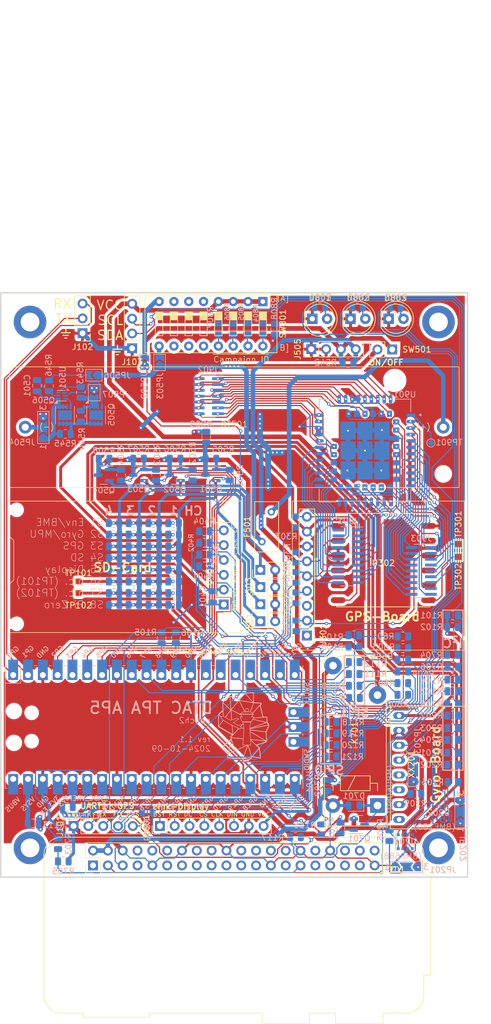
<source format=kicad_pcb>
(kicad_pcb (version 20240108) (generator "pcbnew") (generator_version "8.0")
  (layers (0 "F.Cu" signal) (31 "B.Cu" signal) (34 "B.Paste" user) (35 "F.Paste" user) (36 "B.SilkS" user "B.Silkscreen") (37 "F.SilkS" user "F.Silkscreen") (38 "B.Mask" user) (39 "F.Mask" user) (44 "Edge.Cuts" user))
  (net 0 "")
  (net 1 "Net-(BT501-+)")
  (net 2 "Net-(D701-K)")
  (net 3 "Net-(D801-A)")
  (net 4 "Net-(D802-A)")
  (net 5 "Net-(D803-A)")
  (net 6 "Net-(JP503-A)")
  (net 7 "+3.3V")
  (net 8 "/VCC_S1")
  (net 9 "/Power/VPOW")
  (net 10 "/VCC_S2")
  (net 11 "/VCC_S3")
  (net 12 "/VCC_S4")
  (net 13 "/SDA")
  (net 14 "/SCL")
  (net 15 "/TTY_RX")
  (net 16 "/TTY_TX")
  (net 17 "/UART_RX")
  (net 18 "/UART_TX")
  (net 21 "Net-(J701-Pin_5)")
  (net 32 "/PiCoupler/PIZERO_VCC")
  (net 39 "Net-(J701-Pin_29)")
  (net 45 "Net-(J701-Pin_3)")
  (net 50 "HMI_S44")
  (net 51 "/SPI_TX")
  (net 52 "/SPI_SCK")
  (net 53 "HMI_S43")
  (net 54 "/SPI_RX")
  (net 55 "/SPI2_CS")
  (net 56 "/SPI2_SCK")
  (net 57 "/SPI2_TX")
  (net 58 "/SW_VCC1")
  (net 59 "/SW_VCC2")
  (net 60 "/LED1")
  (net 61 "/LED2")
  (net 62 "/LED3")
  (net 63 "/CAMP")
  (net 64 "/SW_VCC3")
  (net 65 "/SW_VCC4")
  (net 66 "/SPI_CS_SD")
  (net 67 "HMI_S14")
  (net 68 "Net-(JP201-C)")
  (net 69 "Net-(JP202-C)")
  (net 70 "Net-(JP203-C)")
  (net 71 "Net-(K701-Pad14)")
  (net 72 "Net-(Q501-G)")
  (net 73 "Net-(Q502-G)")
  (net 74 "Net-(Q503-G)")
  (net 75 "Net-(Q504-G)")
  (net 76 "Net-(Q701-B)")
  (net 77 "Net-(U101-GPIO11)")
  (net 78 "Net-(U101-GPIO12)")
  (net 79 "HMI_S24")
  (net 80 "Net-(U101-GPIO13)")
  (net 81 "Net-(U101-GPIO14)")
  (net 82 "Net-(U101-GPIO15)")
  (net 83 "Net-(U101-VSYS)")
  (net 84 "Net-(U101-ADC_VREF)")
  (net 85 "Net-(U101-GPIO26_ADC0)")
  (net 86 "Net-(U202-SDO)")
  (net 87 "Net-(U201-SDO)")
  (net 88 "Net-(U202-SCK)")
  (net 89 "Net-(U202-SDI)")
  (net 90 "Net-(U201-SCK)")
  (net 91 "Net-(U201-SDI)")
  (net 92 "Net-(XX201-SDA)")
  (net 93 "Net-(XX201-SCL)")
  (net 94 "Net-(XX201-AD0)")
  (net 95 "Net-(U301-EN)")
  (net 96 "Net-(U302-FORCE_ON)")
  (net 98 "Net-(R804-Pad1)")
  (net 99 "Net-(R805-Pad1)")
  (net 100 "Net-(R806-Pad1)")
  (net 101 "Net-(R807-Pad1)")
  (net 102 "HMI_S34")
  (net 103 "HMI_S23")
  (net 104 "HMI_S33")
  (net 105 "HMI_S13")
  (net 116 "unconnected-(U901-SIM2_DET-Pad52)")
  (net 117 "Net-(U501-BAT)")
  (net 118 "Net-(BT501--)")
  (net 119 "GND")
  (net 120 "/GPS_FIX")
  (net 121 "/GPS_PPS")
  (net 122 "/DISP_RST")
  (net 123 "/DISP_DC")
  (net 124 "Net-(U101-GPIO10)")
  (net 125 "/DISP_BUSY")
  (net 126 "/PI_I2C0_SDA")
  (net 127 "/PI_I2C0_SCL")
  (net 128 "/PI_UART0_TX")
  (net 129 "/PI_UART0_RX")
  (net 130 "/PI_SPI0_TX")
  (net 131 "/PI_SPI0_SCK")
  (net 132 "/PI_SPI0_CS")
  (net 133 "/PI_SPI0_RX")
  (net 134 "Net-(U101-3V3)")
  (net 137 "Net-(U401-MISO)")
  (net 138 "Net-(U401-SCK)")
  (net 139 "Net-(U401-MOSI)")
  (net 140 "Net-(U401-CS)")
  (net 141 "Net-(U601-CS)")
  (net 142 "Net-(U601-CLK)")
  (net 143 "Net-(U601-DIN)")
  (net 144 "Net-(U601-BUSY)")
  (net 145 "Net-(U601-RST)")
  (net 146 "Net-(U601-DC)")
  (net 147 "Net-(R804-Pad2)")
  (net 148 "/Power/VCC_CON1")
  (net 149 "/Power/VCC_CON2")
  (net 150 "/Power/VCC_CON3")
  (net 151 "/Power/VCC_CON4")
  (net 152 "/VCC_S5")
  (net 153 "/VCC_S7")
  (net 154 "/VCC_S6")
  (net 155 "/VCC_S8")
  (net 156 "/CPU_READY")
  (net 157 "Net-(JP504-A)")
  (net 158 "Net-(U301-FIX)")
  (net 159 "VCC")
  (net 160 "Net-(JP506-B)")
  (net 161 "Net-(JP507-B)")
  (net 162 "Net-(Q505-D)")
  (net 163 "Net-(Q505-G)")
  (net 164 "Net-(Q506-G)")
  (net 165 "Net-(U501-V-)")
  (net 167 "Net-(U301-PPS)")
  (net 168 "Net-(U301-TX)")
  (net 169 "Net-(U301-RX)")
  (net 170 "VCC_ANTE_BOOST")
  (net 171 "Net-(J902-Pin_2)")
  (net 172 "Net-(J902-Pin_1)")
  (net 173 "Net-(J902-Pin_4)")
  (net 174 "Net-(J902-Pin_3)")
  (net 175 "Net-(J902-Pin_6)")
  (net 176 "Net-(J902-Pin_5)")
  (net 177 "Net-(J902-Pin_8)")
  (net 178 "Net-(J902-Pin_10)")
  (net 179 "Net-(J902-Pin_7)")
  (net 180 "Net-(J902-Pin_9)")
  (net 181 "Net-(J902-Pin_14)")
  (net 182 "Net-(J902-Pin_12)")
  (net 183 "Net-(J902-Pin_11)")
  (net 184 "Net-(J902-Pin_13)")
  (net 185 "Net-(J901-Pin_18)")
  (net 186 "Net-(J901-Pin_20)")
  (net 187 "Net-(J901-Pin_14)")
  (net 188 "Net-(J901-Pin_16)")
  (net 189 "Net-(J901-Pin_12)")
  (net 190 "Net-(J901-Pin_10)")
  (net 191 "Net-(J901-Pin_8)")
  (net 192 "Net-(J901-Pin_2)")
  (net 193 "Net-(J901-Pin_4)")
  (net 194 "Net-(J901-Pin_6)")
  (net 195 "Net-(J901-Pin_7)")
  (net 196 "Net-(J901-Pin_1)")
  (net 197 "Net-(J901-Pin_5)")
  (net 198 "Net-(J901-Pin_3)")
  (net 199 "Net-(J901-Pin_15)")
  (net 200 "Net-(J901-Pin_9)")
  (net 201 "Net-(J901-Pin_13)")
  (net 202 "Net-(J901-Pin_17)")
  (net 203 "Net-(J901-Pin_11)")
  (net 204 "Net-(J901-Pin_19)")
  (net 205 "Net-(J903-Pin_18)")
  (net 206 "Net-(J903-Pin_14)")
  (net 207 "Net-(J903-Pin_12)")
  (net 208 "Net-(J903-Pin_16)")
  (net 209 "Net-(J903-Pin_8)")
  (net 210 "Net-(J903-Pin_6)")
  (net 211 "Net-(J903-Pin_4)")
  (net 212 "Net-(J903-Pin_10)")
  (net 213 "Net-(J903-Pin_2)")
  (net 214 "Net-(J903-Pin_17)")
  (net 215 "Net-(J903-Pin_15)")
  (net 216 "Net-(J903-Pin_3)")
  (net 217 "Net-(J903-Pin_1)")
  (net 218 "Net-(J903-Pin_5)")
  (net 219 "Net-(J903-Pin_7)")
  (net 220 "Net-(J903-Pin_9)")
  (net 221 "Net-(J903-Pin_11)")
  (net 222 "Net-(J903-Pin_13)")
  (net 223 "Net-(U901-UART1_TXD)")
  (footprint "Connector_PinHeader_2.54mm:PinHeader_1x02_P2.54mm_Vertical" (layer "F.Cu") (at 117.075 59.7 -90)
    (property "Reference" "SW501")
    (property "Value" "SW_SPDT")
  )
  (footprint "L86:XCVR_L86-M33" (layer "F.Cu") (at 115.55 96.25)
    (property "Reference" "U302")
    (property "Value" "L86-M33")
  )
  (footprint "LED_THT:LED_D5.0mm" (layer "F.Cu") (at 109.925 54.45)
    (property "Reference" "D802")
    (property "Value" "LED")
  )
  (footprint "Connector_PinHeader_2.54mm:PinHeader_1x08_P2.54mm_Vertical" (layer "F.Cu") (at 77.25 141.25 90)
    (property "Reference" "U601")
    (property "Value" "~")
  )
  (footprint "Button_Switch_THT:SW_DIP_SPSTx08_Slide_9.78x22.5mm_W7.62mm_P2.54mm" (layer "F.Cu") (at 94.9 51.5 -90)
    (property "Reference" "SW801")
    (property "Value" "SW_DIP_x08")
  )
  (footprint "Connector_PinHeader_2.54mm:PinHeader_1x02_P2.54mm_Vertical" (layer "F.Cu") (at 94.475 100.37 90)
    (property "Reference" "J503")
    (property "Value" "Conn_01x02_Male")
  )
  (footprint "Connector_PinHeader_2.54mm:PinHeader_1x02_P2.54mm_Vertical" (layer "F.Cu") (at 94.475 106.22 90)
    (property "Reference" "J501")
    (property "Value" "Conn_01x02_Male")
  )
  (footprint "SensorBoards:DEBO_GPS" (layer "F.Cu") (at 102.45 108.65 180)
    (property "Reference" "U301")
    (property "Value" "~")
  )
  (footprint "TestPoint:TestPoint_Pad_1.0x1.0mm" (layer "F.Cu") (at 128.4 93)
    (property "Reference" "TP301")
    (property "Value" "TestPoint")
  )
  (footprint "TestPoint:TestPoint_Pad_1.0x1.0mm" (layer "F.Cu") (at 63.3 99.4)
    (property "Reference" "TP101")
    (property "Value" "TestPoint")
  )
  (footprint "Connector_PinHeader_2.54mm:PinHeader_1x03_P2.54mm_Vertical" (layer "F.Cu") (at 64 56.93 180)
    (property "Reference" "J102")
    (property "Value" "Conn_01x03_Male")
  )
  (footprint "Fuse:Fuse_BelFuse_0ZRE0005FF_L8.3mm_W3.8mm" (layer "F.Cu") (at 94.75 92.6 90)
    (property "Reference" "F501")
    (property "Value" "Polyfuse")
  )
  (footprint "SensorBoards:DEBO_SD-Card" (layer "F.Cu") (at 88.2 90.65)
    (property "Reference" "U401")
    (property "Value" "~")
  )
  (footprint "MountingHole:MountingHole_3.2mm_M3_DIN965_Pad_TopBottom" (layer "F.Cu") (at 55 55)
    (property "Reference" "H101" (hide yes))
    (property "Value" "MountingHole")
  )
  (footprint "Connector_PinHeader_2.54mm:PinHeader_1x04_P2.54mm_Vertical" (layer "F.Cu") (at 72.5 59.5 180)
    (property "Reference" "J103")
    (property "Value" "Conn_01x04_Male")
  )
  (footprint "SensorBoards:DEBO_MPU6050" (layer "F.Cu") (at 123.25 126.25 180)
    (property "Reference" "XX201")
    (property "Value" "DEBO_MPU-6050")
  )
  (footprint "Connector_PinHeader_2.54mm:PinHeader_1x04_P2.54mm_Vertical" (layer "F.Cu") (at 103.2 59.65 90)
    (property "Reference" "J505")
    (property "Value" "Conn_02x02_Odd_Even")
  )
  (footprint "Connector_PinHeader_2.54mm:PinHeader_1x02_P2.54mm_Vertical" (layer "F.Cu") (at 94.475 103.3 90)
    (property "Reference" "J502")
    (property "Value" "Conn_01x02_Male")
  )
  (footprint "MountingHole:MountingHole_3.2mm_M3_DIN965_Pad_TopBottom" (layer "F.Cu") (at 125 55)
    (property "Reference" "H102" (hide yes))
    (property "Value" "MountingHole")
  )
  (footprint "MountingHole:MountingHole_3.2mm_M3_DIN965_Pad_TopBottom" (layer "F.Cu") (at 55 145)
    (property "Reference" "H103" (hide yes))
    (property "Value" "MountingHole")
  )
  (footprint "TestPoint:TestPoint_Pad_1.0x1.0mm" (layer "F.Cu") (at 63.3 101.4)
    (property "Reference" "TP102")
    (property "Value" "TestPoint")
  )
  (footprint "Connector_PinHeader_2.54mm:PinHeader_1x05_P2.54mm_Vertical" (layer "F.Cu") (at 62.46 141.25 90)
    (property "Reference" "J101")
    (property "Value" "Conn_01x06_Male")
  )
  (footprint "LED_THT:LED_D5.0mm" (layer "F.Cu") (at 103.375 54.45)
    (property "Reference" "D801")
    (property "Value" "LED")
  )
  (footprint "SensorBoards:18650_Keystone_1043" (layer "F.Cu") (at 90 73)
    (property "Reference" "BT501")
    (property "Value" "XCell N18650CP-35E")
  )
  (footprint "Connector_PinHeader_2.54mm:PinHeader_1x02_P2.54mm_Vertical" (layer "F.Cu") (at 94.475 97.42 90)
    (property "Reference" "J504")
    (property "Value" "Conn_01x02_Male")
  )
  (footprint "Relay_THT:Relay_1-Form-A_Schrack-RYII_RM5mm" (layer "F.Cu") (at 114.55 137.75 90)
    (property "Reference" "K701")
    (property "Value" "AZ9371-1A-5DE")
  )
  (footprint "MountingHole:MountingHole_3.2mm_M3_DIN965_Pad_TopBottom" (layer "F.Cu") (at 125 145)
    (property "Reference" "H104" (hide yes))
    (property "Value" "MountingHole")
  )
  (footprint "SensorBoards:Raspberry_Pi_Zero_Socket_wo_drills" (layer "F.Cu") (at 115.8 148 -90)
    (property "Reference" "J701")
    (property "Value" "PiZero")
  )
  (footprint "TestPoint:TestPoint_Pad_1.0x1.0mm" (layer "F.Cu") (at 128.4 95.2)
    (property "Reference" "TP302")
    (property "Value" "TestPoint")
  )
  (footprint "LED_THT:LED_D5.0mm" (layer "F.Cu") (at 116.46 54.45)
    (property "Reference" "D803")
    (property "Value" "LED")
  )
  (footprint "Resistor_SMD:R_0805_2012Metric" (layer "B.Cu") (at 127.4 105.2)
    (property "Reference" "R101")
    (property "Value" "22k")
  )
  (footprint "Diode_SMD:D_0805_2012Metric" (layer "B.Cu") (at 110.5 137.75 180)
    (property "Reference" "D701")
    (property "Value" "D")
  )
  (footprint "Resistor_SMD:R_0805_2012Metric" (layer "B.Cu") (at 118.8875 118.8 180)
    (property "Reference" "R605")
    (property "Value" "0")
  )
  (footprint "Resistor_SMD:R_0805_2012Metric" (layer "B.Cu") (at 76.1875 101.4 180)
    (property "Reference" "R523" (hide yes))
    (property "Value" "0")
  )
  (footprint "Resistor_SMD:R_0805_2012Metric" (layer "B.Cu") (at 82.8625 81.2 90)
    (property "Reference" "R502")
    (property "Value" "100")
  )
  (footprint "Resistor_SMD:R_0805_2012Metric" (layer "B.Cu") (at 127.425 124.5 180)
    (property "Reference" "R203")
    (property "Value" "0")
  )
  (footprint "Resistor_SMD:R_0805_2012Metric" (layer "B.Cu") (at 111.1025 52.5)
    (property "Reference" "R802")
    (property "Value" "330")
  )
  (footprint "Resistor_SMD:R_0805_2012Metric" (layer "B.Cu") (at 63.7 71.1 -90)
    (property "Reference" "R544")
    (property "Value" "5M")
  )
  (footprint "Package_LGA:Bosch_LGA-8_3x3mm_P0.8mm_ClockwisePinNumbering" (layer "B.Cu") (at 119.3 143.9375 180)
    (property "Reference" "U201")
    (property "Value" "BME688")
  )
  (footprint "Resistor_SMD:R_0805_2012Metric" (layer "B.Cu") (at 100.6 98.7 90)
    (property "Reference" "R304")
    (property "Value" "0")
  )
  (footprint "Resistor_SMD:R_0805_2012Metric" (layer "B.Cu") (at 58.25 65.9125 -90)
    (property "Reference" "R546")
    (property "Value" "330")
  )
  (footprint "Resistor_SMD:R_0805_2012Metric" (layer "B.Cu") (at 106.6 129.35)
    (property "Reference" "R121")
    (property "Value" "0")
  )
  (footprint "Resistor_SMD:R_0805_2012Metric" (layer "B.Cu") (at 76.2 91.4 180)
    (property "Reference" "R530" (hide yes))
    (property "Value" "0")
  )
  (footprint "Resistor_SMD:R_0805_2012Metric" (layer "B.Cu") (at 76.2 93.4 180)
    (property "Reference" "R515" (hide yes))
    (property "Value" "0")
  )
  (footprint "Resistor_SMD:R_0805_2012Metric" (layer "B.Cu") (at 76.2 97.4 180)
    (property "Reference" "R519" (hide yes))
    (property "Value" "0")
  )
  (footprint "Resistor_SMD:R_0805_2012Metric" (layer "B.Cu") (at 84.8875 92.8 180)
    (property "Reference" "R402")
    (property "Value" "0")
  )
  (footprint "Resistor_SMD:R_0805_2012Metric" (layer "B.Cu") (at 72.8 101.4 180)
    (property "Reference" "R524" (hide yes))
    (property "Value" "0")
  )
  (footprint "Resistor_SMD:R_0805_2012Metric" (layer "B.Cu") (at 72.8 89.4 180)
    (property "Reference" "R511" (hide yes))
    (property "Value" "0")
  )
  (footprint "Jumper:SolderJumper-3_P2.0mm_Open_TrianglePad1.0x1.5mm_NumberLabels" (layer "B.Cu") (at 119.5 148.25)
    (property "Reference" "JP201")
    (property "Value" "SolderJumper_3_Bridged123")
  )
  (footprint "Resistor_SMD:R_0805_2012Metric" (layer "B.Cu") (at 118.8875 116.8)
    (property "Reference" "R602")
    (property "Value" "0")
  )
  (footprint "Package_TO_SOT_SMD:SOT-23" (layer "B.Cu") (at 73.6 81.2 180)
    (property "Reference" "Q503")
    (property "Value" "AO3401A")
  )
  (footprint "Resistor_SMD:R_0805_2012Metric" (layer "B.Cu") (at 69.4 103.4 180)
    (property "Reference" "R541" (hide yes))
    (property "Value" "0")
  )
  (footprint "Resistor_SMD:R_0805_2012Metric" (layer "B.Cu") (at 69.4 99.4 180)
    (property "Reference" "R540" (hide yes))
    (property "Value" "0")
  )
  (footprint "Resistor_SMD:R_0805_2012Metric" (layer "B.Cu") (at 69.4 93.4 180)
    (property "Reference" "R517" (hide yes))
    (property "Value" "0")
  )
  (footprint "Jumper:SolderJumper-3_P2.0mm_Open_TrianglePad1.0x1.5mm_NumberLabels" (layer "B.Cu") (at 57.25 73.05 90)
    (property "Reference" "JP504")
    (property "Value" "SolderJumper_3_Open")
  )
  (footprint "Resistor_SMD:R_0805_2012Metric" (layer "B.Cu") (at 79.6 97.4 180)
    (property "Reference" "R518" (hide yes))
    (property "Value" "0")
  )
  (footprint "Package_TO_SOT_SMD:SOT-23" (layer "B.Cu") (at 86 81.2 180)
    (property "Reference" "Q501")
    (property "Value" "AO3401A")
  )
  (footprint "Resistor_SMD:R_0805_2012Metric" (layer "B.Cu") (at 94.9 56.1875 90)
    (property "Reference" "R804")
    (property "Value" "82k")
  )
  (footprint "Resistor_SMD:R_0805_2012Metric" (layer "B.Cu") (at 127.425 120.35 180)
    (property "Reference" "R208")
    (property "Value" "0")
  )
  (footprint "Resistor_SMD:R_0805_2012Metric" (layer "B.Cu") (at 79.6 89.4 180)
    (property "Reference" "R512" (hide yes))
    (property "Value" "0")
  )
  (footprint "Jumper:SolderJumper-3_P2.0mm_Open_TrianglePad1.0x1.5mm_NumberLabels" (layer "B.Cu") (at 120.75 131.7 90)
    (property "Reference" "JP203")
    (property "Value" "SolderJumper_3_Bridged123")
  )
  (footprint "Resistor_SMD:R_0805_2012Metric" (layer "B.Cu") (at 79.8625 78.4 180)
    (property "Reference" "R506")
    (property "Value" "22k")
  )
  (footprint "Resistor_SMD:R_0805_2012Metric" (layer "B.Cu") (at 127.4125 130.75)
    (property "Reference" "R202")
    (property "Value" "0")
  )
  (footprint "Resistor_SMD:R_0805_2012Metric" (layer "B.Cu") (at 76.2 103.4 180)
    (property "Reference" "R533" (hide yes))
    (property "Value" "0")
  )
  (footprint "Package_LGA:Bosch_LGA-8_2.5x2.5mm_P0.65mm_ClockwisePinNumbering" (layer "B.Cu") (at 125.025 139 180)
    (property "Reference" "U202")
    (property "Value" "BME280")
  )
  (footprint "Resistor_SMD:R_0805_2012Metric" (layer "B.Cu") (at 118.8875 110.8)
    (property "Reference" "R603")
    (property "Value" "0")
  )
  (footprint "Resistor_SMD:R_0805_2012Metric" (layer "B.Cu") (at 79.6 99.4 180)
    (property "Reference" "R528" (hide yes))
    (property "Value" "0")
  )
  (footprint "Resistor_SMD:R_0805_2012Metric" (layer "B.Cu") (at 106.6 127.4)
    (property "Reference" "R120")
    (property "Value" "0")
  )
  (footprint "Resistor_SMD:R_0805_2012Metric" (layer "B.Cu") (at 89.2 81.2 90)
    (property "Reference" "R501")
    (property "Value" "100")
  )
  (footprint "Package_TO_SOT_SMD:SOT-23" (layer "B.Cu") (at 79.8625 81.2 180)
    (property "Reference" "Q502")
    (property "Value" "AO3401A")
  )
  (footprint "Capacitor_SMD:C_0805_2012Metric" (layer "B.Cu") (at 56.2 65.9 -90)
    (property "Reference" "C501")
    (property "Value" "100n")
  )
  (footprint "Resistor_SMD:R_0805_2012Metric" (layer "B.Cu") (at 60.7 147.3)
    (property "Reference" "R705")
    (property "Value" "4k7")
  )
  (footprint "Resistor_SMD:R_0805_2012Metric" (layer "B.Cu") (at 85.2 74.7 -90)
    (property "Reference" "R509")
    (property "Value" "0")
  )
  (footprint "Resistor_SMD:R_0805_2012Metric" (layer "B.Cu") (at 72.8 97.4 180)
    (property "Reference" "R520" (hide yes))
    (property "Value" "0")
  )
  (footprint "Resistor_SMD:R_0805_2012Metric" (layer "B.Cu") (at 84.8875 94.8)
    (property "Reference" "R403")
    (property "Value" "0")
  )
  (footprint "Resistor_SMD:R_0805_2012Metric" (layer "B.Cu") (at 69.4 95.4 180)
    (property "Reference" "R539" (hide yes))
    (property "Value" "0")
  )
  (footprint "Resistor_SMD:R_0805_2012Metric" (layer "B.Cu") (at 72.8 91.4 180)
    (property "Reference" "R534" (hide yes))
    (property "Value" "0")
  )
  (footprint "Connector_PinHeader_1.00mm:PinHeader_2x09_P1.00mm_Vertical_SMD" (layer "B.Cu") (at 122.05 97.6 180)
    (property "Reference" "J903")
    (property "Value" "Conn_02x09_Counter_Clockwise")
  )
  (footprint "Resistor_SMD:R_0805_2012Metric" (layer "B.Cu") (at 69.4 97.4 180)
    (property "Reference" "R521" (hide yes))
    (property "Value" "0")
  )
  (footprint "Connector_PinHeader_1.00mm:PinHeader_2x07_P1.00mm_Vertical_SMD" (layer "B.Cu") (at 85.55 67.7 180)
    (property "Reference" "J902")
    (property "Value" "Conn_02x07_Counter_Clockwise")
  )
  (footprint "Resistor_SMD:R_0805_2012Metric" (layer "B.Cu") (at 106.6125 125.4)
    (property "Reference" "R119")
    (property "Value" "0")
  )
  (footprint "Resistor_SMD:R_0805_2012Metric" (layer "B.Cu") (at 127.5 133.75)
    (property "Reference" "R206")
    (property "Value" "22k")
  )
  (footprint "Resistor_SMD:R_0805_2012Metric" (layer "B.Cu") (at 80 109.0375 90)
    (property "Reference" "R106")
    (property "Value" "0")
  )
  (footprint "Resistor_SMD:R_0805_2012Metric" (layer "B.Cu") (at 110.55 115.25 180)
    (property "Reference" "R111")
    (property "Value" "0")
  )
  (footprint "Resistor_SMD:R_0805_2012Metric" (layer "B.Cu") (at 76.2 99.4 180)
    (property "Reference" "R532" (hide yes))
    (property "Value" "0")
  )
  (footprint "Resistor_SMD:R_0805_2012Metric" (layer "B.Cu") (at 61.05 74.15)
    (property "Reference" "R545")
    (property "Value" "5M")
  )
  (footprint "Resistor_SMD:R_0805_2012Metric" (layer "B.Cu") (at 76.2 95.4 180)
    (property "Reference" "R531" (hide yes))
    (property "Value" "0")
  )
  (footprint "Jumper:SolderJumper-3_P2.0mm_Open_TrianglePad1.0x1.5mm_NumberLabels" (layer "B.Cu") (at 128.75 138.8 90)
    (property "Reference" "JP202")
    (property "Value" "SolderJumper_3_Bridged123")
  )
  (footprint "Resistor_SMD:R_0805_2012Metric" (layer "B.Cu") (at 100.6 102.2 -90)
    (property "Reference" "R302")
    (property "Value" "0")
  )
  (footprint "Jumper:SolderJumper-2_P1.3mm_Open_TrianglePad1.0x1.5mm" (layer "B.Cu") (at 65.95 64.1 180)
    (property "Reference" "JP506")
    (property "Value" "SolderJumper_2_Open")
  )
  (footprint "Package_SON:VSON-8-1EP_3x3mm_P0.65mm_EP1.65x2.4mm" (layer "B.Cu") (at 66.325 70.95 -90)
    (property "Reference" "Q505")
    (property "Value" "CSD16406Q3")
  )
  (footprint "Jumper:SolderJumper-2_P1.3mm_Open_TrianglePad1.0x1.5mm" (layer "B.Cu") (at 74.65 61.95 90)
    (property "Reference" "JP502")
    (property "Value" "Jumper_2_Open")
  )
  (footprint "Resistor_SMD:R_0805_2012Metric" (layer "B.Cu") (at 118.8875 114.8)
    (property "Reference" "R604")
    (property "Value" "0")
  )
  (footprint "Resistor_SMD:R_0805_2012Metric" (layer "B.Cu") (at 59.8 144.2875 -90)
    (property "Reference" "R703")
    (property "Value" "0")
  )
  (footprint "Resistor_SMD:R_0805_2012Metric" (layer "B.Cu") (at 116.6 142.9 90)
    (property "Reference" "R205")
    (property "Value" "22k")
  )
  (footprint "Resistor_SMD:R_0805_2012Metric" (layer "B.Cu") (at 63.7 67.05 -90)
    (property "Reference" "R543")
    (property "Value" "2k2")
  )
  (footprint "Resistor_SMD:R_0805_2012Metric" (layer "B.Cu") (at 97 56.2 -90)
    (property "Reference" "R808")
    (property "Value" "10k")
  )
  (footprint "Resistor_SMD:R_0805_2012Metric" (layer "B.Cu") (at 100.6 107 -90)
    (property "Reference" "R301")
    (property "Value" "22k")
  )
  (footprint "Resistor_SMD:R_0805_2012Metric" (layer "B.Cu") (at 127.45 118.2)
    (property "Reference" "R103")
    (property "Value" "0")
  )
  (footprint "Resistor_SMD:R_0805_2012Metric" (layer "B.Cu") (at 118.9 108.8 180)
    (property "Reference" "R601")
    (property "Value" "0")
  )
  (footprint "Resistor_SMD:R_0805_2012Metric" (layer "B.Cu") (at 106 134.3 -90)
    (property "Reference" "R702")
    (property "Value" "0")
  )
  (footprint "SIM868:XCVR_SIM868" (layer "B.Cu") (at 112.4 77 180)
    (property "Reference" "U901")
    (property "Value" "SIM868")
  )
  (footprint "Resistor_SMD:R_0805_2012Metric" (layer "B.Cu") (at 110.5 108.6 180)
    (property "Reference" "R107")
    (property "Value" "0")
  )
  (footprint "Resistor_SMD:R_0805_2012Metric" (layer "B.Cu") (at 69.4 101.4 180)
    (property "Reference" "R525" (hide yes))
    (property "Value" "0")
  )
  (footprint "Connector_PinHeader_1.00mm:PinHeader_2x10_P1.00mm_Vertical_SMD" (layer "B.Cu") (at 109.5 95.1 180)
    (property "Reference" "J901")
    (property "Value" "Conn_02x03_Counter_Clockwise")
  )
  (footprint "Resistor_SMD:R_0805_2012Metric" (layer "B.Cu") (at 72.8 95.4 180)
    (property "Reference" "R535" (hide yes))
    (property "Value" "0")
  )
  (footprint "Resistor_SMD:R_0805_2012Metric" (layer "B.Cu") (at 106.6125 123.45 180)
    (property "Reference" "R118")
    (property "Value" "0")
  )
  (footprint "Package_TO_SOT_SMD:SOT-23" (layer "B.Cu") (at 111.4 141)
    (property "Reference" "Q701")
    (property "Value" "MMBT3906")
  )
  (footprint "Resistor_SMD:R_0805_2012Metric" (layer "B.Cu") (at 77.55 109.05 90)
    (property "Reference" "R105")
    (property "Value" "0")
  )
  (footprint "Resistor_SMD:R_0805_2012Metric" (layer "B.Cu") (at 104.6775 52.45)
    (property "Reference" "R801")
    (property "Value" "330")
  )
  (footprint "Capacitor_SMD:C_0805_2012Metric" (layer "B.Cu") (at 86.3 102.05 -90)
    (property "Reference" "C401")
    (property "Value" "C")
  )
  (footprint "Resistor_SMD:R_0805_2012Metric" (layer "B.Cu") (at 110.6125 119.35 180)
    (property "Reference" "R109")
    (property "Value" "0")
  )
  (footprint "Resistor_SMD:R_0805_2012Metric" (layer "B.Cu") (at 79.6 101.4 180)
    (property "Reference" "R522" (hide yes))
    (property "Value" "0")
  )
  (footprint "Resistor_SMD:R_0805_2012Metric" (layer "B.Cu") (at 70.6 81.2 90)
    (property "Reference" "R504")
    (property "Value" "100")
  )
  (footprint "Resistor_SMD:R_0805_2012Metric" (layer "B.Cu") (at 127.4125 111.95 180)
    (property "Reference" "R704")
    (property "Value" "0")
  )
  (footprint "Resistor_SMD:R_0805_2012Metric" (layer "B.Cu") (at 100.4875 143.15 180)
    (property "Reference" "R117")
    (property "Value" "220k")
  )
  (footprint "Resistor_SMD:R_0805_2012Metric" (layer "B.Cu") (at 61.4 138)
    (property "Reference" "R114")
    (property "Value" "0")
  )
  (footprint "Resistor_SMD:R_0805_2012Metric" (layer "B.Cu") (at 69.4 91.4 180)
    (property "Reference" "R538" (hide yes))
    (property "Value" "0")
  )
  (footprint "Package_TO_SOT_SMD:SOT-23" (layer "B.Cu") (at 67.6 81.2 180)
    (property "Reference" "Q504")
    (property "Value" "AO3401A")
  )
  (footprint "Resistor_SMD:R_0805_2012Metric" (layer "B.Cu") (at 110.5125 110.6 180)
    (property "Reference" "R108")
    (property "Value" "0")
  )
  (footprint "Resistor_SMD:R_0805_2012Metric" (layer "B.Cu") (at 79.6 95.4 180)
    (property "Reference" "R527" (hide yes))
    (property "Value" "0")
  )
  (footprint "Resistor_SMD:R_0805_2012Metric" (layer "B.Cu") (at 84.8875 90.8)
    (property "Reference" "R404")
    (property "Value" "0")
  )
  (footprint "Resistor_SMD:R_0805_2012Metric" (layer "B.Cu") (at 76.2 89.4 180)
    (property "Reference" "R513" (hide yes))
    (property "Value" "0")
  )
  (footprint "Resistor_SMD:R_0805_2012Metric" (layer "B.Cu") (at 127.45 114)
    (property "Reference" "R706")
    (property "Value" "0")
  )
  (footprint "Resistor_SMD:R_0805_2012Metric" (layer "B.Cu") (at 55.5125 140.8 180)
    (property "Reference" "R113")
    (property "Value" "0")
  )
  (footprint "Resistor_SMD:R_0805_2012Metric" (layer "B.Cu") (at 127.4 107.2)
    (property "Reference" "R102")
    (property "Value" "22k")
  )
  (footprint "Resistor_SMD:R_0805_2012Metric" (layer "B.Cu") (at 87.3 56.2 90)
    (property "Reference" "R807")
    (property "Value" "10k")
  )
  (footprint "Resistor_SMD:R_0805_2012Metric" (layer "B.Cu") (at 110.55 113.2 180)
    (property "Reference" "R112")
    (property "Value" "0")
  )
  (footprint "Resistor_SMD:R_0805_2012Metric" (layer "B.Cu") (at 110.55 117.25 180)
    (property "Reference" "R110")
    (property "Value" "0")
  )
  (footprint "Resistor_SMD:R_0805_2012Metric" (layer "B.Cu") (at 79.6 91.4 180)
    (property "Reference" "R526" (hide yes))
    (property "Value" "0")
  )
  (footprint "Resistor_SMD:R_0805_2012Metric" (layer "B.Cu") (at 100.5 89.2 -90)
    (property "Reference" "R303")
    (property "Value" "0")
  )
  (footprint "Resistor_SMD:R_0805_2012Metric" (layer "B.Cu") (at 108.2 141.6 -90)
    (property "Reference" "R701")
    (property "Value" "10")
  )
  (footprint "Resistor_SMD:R_0805_2012Metric" (layer "B.Cu") (at 127.45 116.2)
    (property "Reference" "R104")
    (property "Value" "0")
  )
  (footprint "Resistor_SMD:R_0805_2012Metric" (layer "B.Cu") (at 69.4 89.4 180)
    (property "Reference" "R510" (hide yes))
    (property "Value" "0")
  )
  (footprint "Resistor_SMD:R_0805_2012Metric" (layer "B.Cu") (at 100.6 95.3 90)
    (property "Reference" "R305")
    (property "Value" "0")
  )
  (footprint "Resistor_SMD:R_0805_2012Metric" (layer "B.Cu") (at 72.7875 103.4 180)
    (property "Reference" "R537" (hide yes))
    (property "Value" "0")
  )
  (footprint "Resistor_SMD:R_0805_2012Metric" (layer "B.Cu") (at 127.425 122.35)
    (property "Reference" "R207")
    (property "Value" "0")
  )
  (footprint "Resistor_SMD:R_0805_2012Metric" (layer "B.Cu") (at 117.5875 52.55)
    (property "Reference" "R803")
    (property "Value" "330")
  )
  (footprint "Resistor_SMD:R_0805_2012Metric" (layer "B.Cu") (at 118.8875 112.8 180)
    (property "Reference" "R606")
    (property "Value" "0")
  )
  (footprint "Resistor_SMD:R_0805_2012Metric" (layer "B.Cu") (at 104.9 141.9 -90)
    (property "Reference" "R116")
    (property "Value" "220k")
  )
  (footprint "Resistor_SMD:R_0805_2012Metric" (layer "B.Cu") (at 86 78.4 180)
    (property "Reference" "R505")
    (property "Value" "22k")
  )
  (footprint "Resistor_SMD:R_0805_2012Metric" (layer "B.Cu") (at 67.6875 78.4 180)
    (property "Reference" "R508")
    (property "Value" "22k")
  )
  (footprint "Resistor_SMD:R_0805_2012Metric" (layer "B.Cu") (at 76.6 81.2 90)
    (property "Reference" "R503")
    (property "Value" "100")
  )
  (footprint "MCU_RaspberryPi_and_Boards:RPi_Pico_SMD_TH" (layer "B.Cu") (at 76.24 124.31 -90)
    (property "Reference" "U101")
    (property "Value" "Pico")
  )
  (footprint "Jumper:SolderJumper-2_P1.3mm_Open_TrianglePad1.0x1.5mm" (layer "B.Cu") (at 77.2 61.925 90)
    (property "Reference" "JP503")
    (property "Value" "Jumper_2_Open")
  )
  (footprint "LOGO" (layer "B.Cu") (at 91.795115 124.083079 180)
    (property "Reference" "G***" (hide yes))
    (property "Value" "LOGO" (hide yes))
  )
  (footprint "Resistor_SMD:R_0805_2012Metric" (layer "B.Cu") (at 127.425 126.5)
    (property "Reference" "R204")
    (property "Value" "0")
  )
  (footprint "Resistor_SMD:R_0805_2012Metric" (layer "B.Cu") (at 92.25 56.15 90)
    (property "Reference" "R805")
    (property "Value" "47k")
  )
  (footprint "Package_SON:WSON-6_1.5x1.5mm_P0.5mm" (layer "B.Cu") (at 60.4375 67.6125 180)
    (property "Reference" "U501")
    (property "Value" "BQ29705")
  )
  (footprint "Resistor_SMD:R_0805_2012Metric" (layer "B.Cu") (at 121.1375 135.75)
    (property "Reference" "R209")
    (property "Value" "22k")
  )
  (footprint "Resistor_SMD:R_0805_2012Metric" (layer "B.Cu") (at 73.6 78.4 180)
    (property "Reference" "R507")
    (property "Value" "22k")
  )
  (footprint "TestPoint:TestPoint_Pad_D1.0mm" (layer "B.Cu") (at 123.7 75.7 180)
    (property "Reference" "TP901")
    (property "Value" "TestPoint")
  )
  (footprint "Resistor_SMD:R_0805_2012Metric" (layer "B.Cu") (at 72.8 93.4 180)
    (property "Reference" "R516" (hide yes))
    (property "Value" "0")
  )
  (footprint "Package_SON:VSON-8-1EP_3x3mm_P0.65mm_EP1.65x2.4mm" (layer "B.Cu") (at 60.9875 70.9625 -90)
    (property "Reference" "Q506")
    (property "Value" "CSD16406Q3")
  )
  (footprint "Resistor_SMD:R_0805_2012Metric" (layer "B.Cu") (at 79.6 103.4 180)
    (property "Reference" "R529" (hide yes))
    (property "Value" "0")
  )
  (footprint "Resistor_SMD:R_0805_2012Metric" (layer "B.Cu") (at 89.75 56.2 90)
    (property "Reference" "R806")
    (property "Value" "22k")
  )
  (footprint "Resistor_SMD:R_0805_2012Metric" (layer "B.Cu") (at 127.4125 128.7)
    (property "Reference" "R201")
    (property "Value" "0")
  )
  (footprint "Resistor_SMD:R_0805_2012Metric" (layer "B.Cu") (at 72.8 99.4 180)
    (property "Reference" "R536" (hide yes))
    (property "Value" "0")
  )
  (footprint "Resistor_SMD:R_0805_2012Metric" (layer "B.Cu") (at 65.2 138 180)
    (property "Reference" "R115")
    (property "Value" "0")
  )
  (footprint "Jumper:SolderJumper-2_P1.3mm_Open_TrianglePad1.0x1.5mm" (layer "B.Cu") (at 66 67.1 -90)
    (property "Reference" "JP507")
    (property "Value" "SolderJumper_2_Open")
  )
  (footprint "Resistor_SMD:R_0805_2012Metric" (layer "B.Cu") (at 84.8875 96.8 180)
    (property "Reference" "R401")
    (property "Value" "0")
  )
  (footprint "Resistor_SMD:R_0805_2012Metric" (layer "B.Cu") (at 79.6 93.4 180)
    (property "Reference" "R514" (hide yes))
    (property "Value" "0")
  )
  (footprint "Resistor_SMD:R_0805_2012Metric" (layer "B.Cu") (at 75.0875 138.9 180)
    (property "Reference" "R809")
    (property "Value" "0")
  )
  (footprint "Resistor_SMD:R_0805_2012Metric" (layer "B.Cu") (at 109.5 62 180)
    (property "Reference" "R542")
    (property "Value" "0")
  )
  (gr_rect (start 108.85 112.05) (end 112.3 120.55) (stroke (width 0.2)) (fill none) (layer "B.SilkS"))
  (gr_rect (start 104.75 122.2) (end 108.35 130.6) (stroke (width 0.2)) (fill none) (layer "B.SilkS"))
  (gr_rect (start 125.75 104.3) (end 129.2 131.7) (stroke (width 0.2)) (fill none) (layer "B.SilkS"))
  (gr_line (start 86.36 60.5) (end 86.86 60.5) (stroke (width 0.1)) (layer "F.SilkS"))
  (gr_line (start 95.5 108) (end 92 111.5) (stroke (width 0.2)) (layer "F.SilkS"))
  (gr_line (start 95.86 60.5) (end 86.36 60.5) (stroke (width 0.1)) (layer "F.SilkS"))
  (gr_rect (start 50 50) (end 130 150) (stroke (width 0.2)) (fill none) (layer "Edge.Cuts"))
  (gr_text "(MPU6050)" (at 117.25 130.7 90) (layer "B.SilkS") (effects (font (size 1 1) (thickness 0.1)) (justify left bottom mirror)))
  (gr_text "(BME280)" (at 128 142 0) (layer "B.SilkS") (effects (font (size 1 1) (thickness 0.1)) (justify left bottom mirror)))
  (gr_text "SPI0" (at 109 132.6 0) (layer "B.SilkS") (effects (font (size 1.5 1.5) (thickness 0.3) (bold yes)) (justify left bottom mirror)))
  (gr_text "RUN" (at 77.51 137.31 45) (layer "B.SilkS") (effects (font (size 0.8 0.8)) (justify mirror)))
  (gr_text "(BME688)" (at 122.25 147 0) (layer "B.SilkS") (effects (font (size 1 1) (thickness 0.1)) (justify left bottom mirror)))
  (gr_text "I²C" (at 129.35 110.9 0) (layer "B.SilkS") (effects (font (size 1.5 1.5) (thickness 0.3) (bold yes)) (justify left bottom mirror)))
  (gr_text "SWDIO" (at 102.44 129.91 90) (layer "B.SilkS") (effects (font (size 0.8 0.8)) (justify mirror)))
  (gr_text "pouch2\n\nrev 1.1\n2024-10-09\n" (at 86 128.6 0) (layer "B.SilkS") (effects (font (size 1 1) (thickness 0.1)) (justify left bottom mirror)))
  (gr_text "SPI1" (at 113.3 122.7 0) (layer "B.SilkS") (effects (font (size 1.5 1.5) (thickness 0.3) (bold yes)) (justify left bottom mirror)))
  (gr_text "S1 Env/BME\nS2 Gyro/MPU\nS3 GPS\nS4 SD\nS5 Display\nS6 n.c. (TP101)\nS7 n.c. (TP102)\nS8 Pi Zero" (at 67.7 104.1 0) (layer "B.SilkS") (effects (font (size 1.25 1.25) (thickness 0.1)) (justify left bottom mirror)))
  (gr_text "CH 1  2  3  4\n" (at 84.7125 88.2 0) (layer "B.SilkS") (effects (font (size 1.5 1.5) (thickness 0.3) (bold yes)) (justify left bottom mirror)))
  (gr_text "DTAC TPA AP5" (at 86.5 122.2 0) (layer "B.SilkS") (effects (font (size 2 2) (thickness 0.3)) (justify left bottom mirror)))
  (gr_text "A]" (at 99.5 51.5 0) (layer "F.SilkS") (effects (font (size 1 1) (thickness 0.1)) (justify right bottom)))
  (gr_text "  GND VCC MISO MOSI SCK  CS" (at 90.5 105.6 90) (layer "F.SilkS") (effects (font (size 0.65 0.65) (thickness 0.1)) (justify left bottom)))
  (gr_text "eInk-Display" (at 85.8 138.5 0) (layer "F.SilkS") (effects (font (size 1 1) (thickness 0.2) (bold yes)) (justify right bottom)))
  (gr_text "BSY RST DC  CS CLK DIN GND VCC" (at 76 139.7 0) (layer "F.SilkS") (effects (font (size 0.75 0.75) (thickness 0.1)) (justify left bottom)))
  (gr_text "GPS-Board" (at 108.8 106.3 0) (layer "F.SilkS") (effects (font (size 1.5 1.5) (thickness 0.3) (bold yes)) (justify left bottom)))
  (gr_text "Gyro-Board" (at 125.4 137.6 90) (layer "F.SilkS") (effects (font (size 1.5 1.5) (thickness 0.3) (bold yes)) (justify left bottom)))
  (gr_text "Campaign ID" (at 86.36 62 0) (layer "F.SilkS") (effects (font (size 1 1) (thickness 0.1)) (justify left bottom)))
  (gr_text "UART1| GPS" (at 73 138.4 0) (layer "F.SilkS") (effects (font (size 1 1) (thickness 0.2) (bold yes)) (justify right bottom)))
  (gr_text "SD-Card" (at 65.7 97.9 0) (layer "F.SilkS") (effects (font (size 1.5 1.5) (thickness 0.3) (bold yes)) (justify left bottom)))
  (gr_text "override power-fets" (at 78.1 111.9 0) (layer "F.SilkS") (effects (font (size 0.889 0.889) (thickness 0.1524) (bold yes)) (justify left bottom)))
  (gr_text " GND TX  RX  FIX PPS " (at 60.7 139.7 0) (layer "F.SilkS") (effects (font (size 0.75 0.75) (thickness 0.1)) (justify left bottom)))
  (gr_text "VCC\nSCL\nSDA\n⏚" (at 71.106923 51.181261 0) (layer "F.SilkS") (effects (font (size 1.6 1.6) (thickness 0.2)) (justify right top)))
  (gr_text "RX\nTX\n⏚" (at 62.25 50.93 0) (layer "F.SilkS") (effects (font (size 1.6 1.6) (thickness 0.2)) (justify right top)))
  (gr_text "B]" (at 99.5 60 0) (layer "F.SilkS") (effects (font (size 1 1) (thickness 0.1)) (justify right bottom)))
  (gr_text "ON/OFF" (at 119.1 62.5 0) (layer "F.SilkS") (effects (font (size 1 1) (thickness 0.2) (bold yes)) (justify right bottom)))
  (segment (start 100.9 64.4) (end 99.4 65.9) (width 0.8) (layer "B.Cu") (net 1))
  (segment (start 115.175 61.6) (end 112.375 64.4) (width 0.8) (layer "B.Cu") (net 1))
  (segment (start 125.82 73) (end 125.82 64.22) (width 0.8) (layer "B.Cu") (net 1))
  (segment (start 96.35 87.5) (end 98.325 85.525) (width 0.8) (layer "B.Cu") (net 1))
  (segment (start 123.2 61.6) (end 115.175 61.6) (width 0.8) (layer "B.Cu") (net 1))
  (segment (start 96.35 87.5) (end 96.1 87.5) (width 0.8) (layer "B.Cu") (net 1))
  (segment (start 125.82 64.22) (end 123.2 61.6) (width 0.8) (layer "B.Cu") (net 1))
  (segment (start 99.4 84.45) (end 98.325 85.525) (width 0.8) (layer "B.Cu") (net 1))
  (segment (start 112.375 64.4) (end 100.9 64.4) (width 0.8) (layer "B.Cu") (net 1))
  (segment (start 99.4 65.9) (end 99.4 84.45) (width 0.8) (layer "B.Cu") (net 1))
  (segment (start 114.55 137.75) (end 111.4375 137.75) (width 0.5) (layer "B.Cu") (net 2))
  (segment (start 112.3375 141) (end 114.55 138.7875) (width 0.2) (layer "B.Cu") (net 2))
  (segment (start 105.59 52.45) (end 105.59 54.125) (width 0.2) (layer "B.Cu") (net 3))
  (segment (start 112.015 52.5) (end 112.015 54) (width 0.2) (layer "B.Cu") (net 4))
  (segment (start 118.5 54.5) (end 118.5 53.1) (width 0.3) (layer "B.Cu") (net 5))
  (segment (start 111.635 62.6) (end 90.7 62.6) (width 0.8) (layer "F.Cu") (net 6))
  (segment (start 88.6 62.6) (end 88.5 62.6) (width 0.8) (layer "F.Cu") (net 6))
  (segment (start 114.535 59.7) (end 111.635 62.6) (width 0.8) (layer "F.Cu") (net 6))
  (segment (start 89.3 62.6) (end 88.6 62.6) (width 0.8) (layer "F.Cu") (net 6))
  (segment (start 90 62.6) (end 89.3 62.6) (width 0.8) (layer "F.Cu") (net 6))
  (segment (start 90.7 62.6) (end 90 62.6) (width 0.8) (layer "F.Cu") (net 6))
  (via (at 88.6 62.6) (size 0.6) (drill 0.3) (layers "F.Cu" "B.Cu") (net 6))
  (via (at 89.3 62.6) (size 0.6) (drill 0.3) (layers "F.Cu" "B.Cu") (net 6))
  (via (at 90 62.6) (size 0.6) (drill 0.3) (layers "F.Cu" "B.Cu") (net 6))
  (via (at 90.7 62.6) (size 0.6) (drill 0.3) (layers "F.Cu" "B.Cu") (net 6))
  (segment (start 75.75 64.1) (end 77.2 62.65) (width 0.8) (layer "B.Cu") (net 6))
  (segment (start 66.675 64.1) (end 75.75 64.1) (width 0.8) (layer "B.Cu") (net 6))
  (segment (start 93.35 77.40269) (end 93.35 91.2) (width 0.8) (layer "B.Cu") (net 6))
  (segment (start 93.35 91.2) (end 94.75 92.6) (width 0.8) (layer "B.Cu") (net 6))
  (segment (start 91.35 62.65) (end 77.2 62.65) (width 0.8) (layer "B.Cu") (net 6))
  (segment (start 92.1 76.15269) (end 92.1 63.4) (width 0.8) (layer "B.Cu") (net 6))
  (segment (start 92.1 63.4) (end 91.35 62.65) (width 0.8) (layer "B.Cu") (net 6))
  (segment (start 93.35 77.40269) (end 92.1 76.15269) (width 0.8) (layer "B.Cu") (net 6))
  (segment (start 113.1 141.54) (end 108.86 141.54) (width 0.8) (layer "F.Cu") (net 7))
  (segment (start 127.5875 108.3) (end 129.05 109.7625) (width 0.8) (layer "F.Cu") (net 7))
  (segment (start 129.05 109.7625) (end 129.05 115.8) (width 0.8) (layer "F.Cu") (net 7))
  (segment (start 95.06594 138.15) (end 92.8 138.15) (width 0.8) (layer "F.Cu") (net 7))
  (segment (start 92.8 138.15) (end 64.357918 138.15) (width 0.8) (layer "F.Cu") (net 7))
  (segment (start 64.357918 138.15) (end 63.153959 139.353959) (width 0.8) (layer "F.Cu") (net 7))
  (segment (start 83.9 73.7875) (end 83.9 74.65) (width 0.8) (layer "F.Cu") (net 7))
  (segment (start 60.949997 139.4) (end 61.3 139.4) (width 0.8) (layer "F.Cu") (net 7))
  (segment (start 129.05 114.916548) (end 129.05 115.8) (width 0.8) (layer "F.Cu") (net 7))
  (segment (start 101.141169 74.65) (end 114.7 88.208831) (width 0.8) (layer "F.Cu") (net 7))
  (segment (start 62.4 139.4) (end 61.3 139.4) (width 0.8) (layer "F.Cu") (net 7))
  (segment (start 121.5 147.3) (end 121.5 148.3) (width 0.8) (layer "F.Cu") (net 7))
  (segment (start 118.8 141.54) (end 113.1 141.54) (width 0.8) (layer "F.Cu") (net 7))
  (segment (start 113.1 141.54) (end 110.5 141.54) (width 0.8) (layer "F.Cu") (net 7))
  (segment (start 63.1 139.4) (end 62.4 139.4) (width 0.8) (layer "F.Cu") (net 7))
  (segment (start 127 136.8) (end 123.208503 140.591497) (width 0.8) (layer "F.Cu") (net 7))
  (segment (start 108.86 141.54) (end 107 143.4) (width 0.8) (layer "F.Cu") (net 7))
  (segment (start 122.1 138.6) (end 122.1 130.3) (width 0.8) (layer "F.Cu") (net 7))
  (segment (start 83.1 73.8) (end 83.1 74.65) (width 0.8) (layer "F.Cu") (net 7))
  (segment (start 68.6 65.4) (end 77.85 74.65) (width 0.8) (layer "F.Cu") (net 7))
  (segment (start 127.583453 113.45) (end 129.05 114.916548) (width 0.8) (layer "F.Cu") (net 7))
  (segment (start 83.1 74.65) (end 83.9 74.65) (width 0.8) (layer "F.Cu") (net 7))
  (segment (start 63.107918 139.4) (end 63.1 139.4) (width 0.8) (layer "F.Cu") (net 7))
  (segment (start 114.7 88.208831) (end 114.7 109.866548) (width 0.8) (layer "F.Cu") (net 7))
  (segment (start 99.51594 142.6) (end 95.06594 138.15) (width 0.8) (layer "F.Cu") (net 7))
  (segment (start 119.16 141.54) (end 118.8 141.54) (width 0.8) (layer "F.Cu") (net 7))
  (segment (start 129.05 136.45) (end 129.05 115.8) (width 0.8) (layer "F.Cu") (net 7))
  (segment (start 83.8875 73.8) (end 83.9 73.7875) (width 0.8) (layer "F.Cu") (net 7))
  (segment (start 63.153959 139.353959) (end 63.107918 139.4) (width 0.8) (layer "F.Cu") (net 7))
  (segment (start 104.414214 143.4) (end 103.614214 142.6) (width 0.8) (layer "F.Cu") (net 7))
  (segment (start 128.7 136.8) (end 127 136.8) (width 0.8) (layer "F.Cu") (net 7))
  (segment (start 120.2 140.5) (end 119.16 141.54) (width 0.8) (layer "F.Cu") (net 7))
  (segment (start 103.614214 142.6) (end 99.7 142.6) (width 0.8) (layer "F.Cu") (net 7))
  (segment (start 120.2 140.5) (end 122.1 138.6) (width 0.8) (layer "F.Cu") (net 7))
  (segment (start 126.5 108.3) (end 127.5875 108.3) (width 0.8) (layer "F.Cu") (net 7))
  (segment (start 83.9 74.65) (end 101.141169 74.65) (width 0.8) (layer "F.Cu") (net 7))
  (segment (start 107 143.4) (end 104.414214 143.4) (width 0.8) (layer "F.Cu") (net 7))
  (segment (start 87.28 51.5) (end 94.9 51.5) (width 0.8) (layer "F.Cu") (net 7))
  (segment (start 83.1 73.8) (end 83.8875 73.8) (width 0.8) (layer "F.Cu") (net 7))
  (segment (start 122.1 130.3) (end 121.6 129.8) (width 0.8) (layer "F.Cu") (net 7))
  (segment (start 73.62 53) (end 72.5 51.88) (width 0.8) (layer "F.Cu") (net 7))
  (segment (start 128.7 136.8) (end 129.05 136.45) (width 0.8) (layer "F.Cu") (net 7))
  (segment (start 118.283452 113.45) (end 127.583453 113.45) (width 0.8) (layer "F.Cu") (net 7))
  (segment (start 121.6 129.8) (end 120.8 129.8) (width 0.8) (layer "F.Cu") (net 7))
  (segment (start 120.291497 140.591497) (end 120.2 140.5) (width 0.8) (layer "F.Cu") (net 7))
  (segment (start 77.85 74.65) (end 83.1 74.65) (width 0.8) (layer "F.Cu") (net 7))
  (segment (start 72.5 51.88) (end 70.82 51.88) (width 0.8) (layer "F.Cu") (net 7))
  (segment (start 123.208503 140.591497) (end 120.291497 140.591497) (width 0.8) (layer "F.Cu") (net 7))
  (segment (start 114.7 109.866548) (end 118.283452 113.45) (width 0.8) (layer "F.Cu") (net 7))
  (segment (start 68.6 54.1) (end 68.6 65.4) (width 0.8) (layer "F.Cu") (net 7))
  (segment (start 119.16 141.54) (end 119.16 144.96) (width 0.8) (layer "F.Cu") (net 7))
  (segment (start 87.28 51.5) (end 85.78 53) (width 0.8) (layer "F.Cu") (net 7))
  (segment (start 85.78 53) (end 73.62 53) (width 0.8) (layer "F.Cu") (net 7))
  (segment (start 119.16 144.96) (end 121.5 147.3) (width 0.8) (layer "F.Cu") (net 7))
  (segment (start 70.82 51.88) (end 68.6 54.1) (width 0.8) (layer "F.Cu") (net 7))
  (segment (start 99.7 142.6) (end 99.51594 142.6) (width 0.8) (layer "F.Cu") (net 7))
  (segment (start 110.5 141.54) (end 110.5 139.9) (width 0.8) (layer "F.Cu") (net 7))
  (via (at 63.1 139.4) (size 0.6) (drill 0.3) (layers "F.Cu" "B.Cu") (net 7))
  (via (at 110.5 139.9) (size 0.6) (drill 0.3) (layers "F.Cu" "B.Cu") (net 7))
  (via (at 60.949997 139.4) (size 0.6) (drill 0.3) (layers "F.Cu" "B.Cu") (net 7))
  (via (at 120.8 129.8) (size 0.6) (drill 0.3) (layers "F.Cu" "B.Cu") (net 7))
  (via (at 126.5 108.3) (size 0.6) (drill 0.3) (layers "F.Cu" "B.Cu") (net 7))
  (via (at 83.1 73.8) (size 0.6) (drill 0.3) (layers "F.Cu" "B.Cu") (net 7))
  (via (at 128.7 136.8) (size 0.6) (drill 0.3) (layers "F.Cu" "B.Cu") (net 7))
  (via (at 62.4 139.4) (size 0.6) (drill 0.3) (layers "F.Cu" "B.Cu") (net 7))
  (via (at 121.5 148.3) (size 0.6) (drill 0.3) (layers "F.Cu" "B.Cu") (net 7))
  (via (at 83.9 73.7875) (size 0.6) (drill 0.3) (layers "F.Cu" "B.Cu") (net 7))
  (via (at 61.7 139.4) (size 0.6) (drill 0.3) (layers "F.Cu" "B.Cu") (net 7))
  (segment (start 126.5 108.3) (end 126.5 105.2125) (width 0.5) (layer "B.Cu") (net 7))
  (segment (start 126.5 105.2125) (end 126.4875 105.2) (width 0.5) (layer "B.Cu") (net 7))
  (segment (start 66.1125 138.23793) (end 66.1125 138) (width 0.8) (layer "B.Cu") (net 7))
  (segment (start 126.4875 108.2875) (end 126.5 108.3) (width 0.2) (layer "B.Cu") (net 7))
  (segment (start 60.949997 139.4) (end 60.949997 139.162497) (width 0.8) (layer "B.Cu") (net 7))
  (segment (start 60.949997 139.162497) (end 60.4875 138.7) (width 0.8) (layer "B.Cu") (net 7))
  (segment (start 110.4625 140.05) (end 110.4625 139.9375) (width 0.8) (layer "B.Cu") (net 7))
  (segment (start 110.4625 139.9375) (end 110.5 139.9) (width 0.8) (layer "B.Cu") (net 7))
  (segment (start 64.95043 139.4) (end 66.1125 138.23793) (width 0.8) (layer "B.Cu") (net 7))
  (segment (start 60.949997 139.4) (end 64.95043 139.4) (width 0.8) (layer "B.Cu") (net 7))
  (segment (start 85.2 73.7875) (end 83.9 73.7875) (width 0.8) (layer "B.Cu") (net 7))
  (segment (start 60.4875 138.7) (end 60.4875 138) (width 0.8) (layer "B.Cu") (net 7))
  (segment (start 69.3 89.4) (end 68.4 89.4) (width 0.5) (layer "F.Cu") (net 8))
  (segment (start 68.4 89.4) (end 64.9 85.9) (width 0.5) (layer "F.Cu") (net 8))
  (segment (start 64.9 77.61005) (end 66.21005 76.3) (width 0.5) (layer "F.Cu") (net 8))
  (segment (start 64.9 85.9) (end 64.9 77.61005) (width 0.5) (layer "F.Cu") (net 8))
  (segment (start 127.4 118.9) (end 123.94 122.36) (width 0.5) (layer "F.Cu") (net 8))
  (segment (start 113.05 110.55) (end 117.6 115.1) (width 0.5) (layer "F.Cu") (net 8))
  (segment (start 126.9 115.1) (end 127.4 115.6) (width 0.5) (layer "F.Cu") (net 8))
  (segment (start 100.457716 76.3) (end 113.05 88.892284) (width 0.5) (layer "F.Cu") (net 8))
  (segment (start 79.5 89.4) (end 69.3 89.4) (width 0.5) (layer "F.Cu") (net 8))
  (segment (start 127.4 115.6) (end 127.4 118.9) (width 0.5) (layer "F.Cu") (net 8))
  (segment (start 66.21005 76.3) (end 100.457716 76.3) (width 0.5) (layer "F.Cu") (net 8))
  (segment (start 123.94 122.36) (end 118.25 122.36) (width 0.5) (layer "F.Cu") (net 8))
  (segment (start 117.6 115.1) (end 126.9 115.1) (width 0.5) (layer "F.Cu") (net 8))
  (segment (start 113.05 88.892284) (end 113.05 110.55) (width 0.5) (layer "F.Cu") (net 8))
  (via (at 72.7 89.4) (size 0.6) (drill 0.3) (layers "F.Cu" "B.Cu") (net 8))
  (via (at 76.1 89.4) (size 0.6) (drill 0.3) (layers "F.Cu" "B.Cu") (net 8))
  (via (at 79.5 89.4) (size 0.6) (drill 0.3) (layers "F.Cu" "B.Cu") (net 8))
  (via (at 69.3 89.4) (size 0.6) (drill 0.3) (layers "F.Cu" "B.Cu") (net 8))
  (segment (start 76.1 89.4) (end 75.2875 89.4) (width 0.5) (layer "B.Cu") (net 8))
  (segment (start 79.5 89.4) (end 78.6875 89.4) (width 0.5) (layer "B.Cu") (net 8))
  (segment (start 69.3 89.4) (end 68.4875 89.4) (width 0.5) (layer "B.Cu") (net 8))
  (segment (start 72.7 89.4) (end 71.8875 89.4) (width 0.5) (layer "B.Cu") (net 8))
  (segment (start 71.7 78.6) (end 68.370907 78.6) (width 0.8) (layer "F.Cu") (net 9))
  (segment (start 97.015 96.86) (end 97.015 97.42) (width 0.8) (layer "F.Cu") (net 9))
  (segment (start 84.1 78.6) (end 88.9 78.6) (width 0.8) (layer "F.Cu") (net 9))
  (segment (start 84.1 78.6) (end 78 78.6) (width 0.8) (layer "F.Cu") (net 9))
  (segment (start 78 78.6) (end 71.7 78.6) (width 0.8) (layer "F.Cu") (net 9))
  (segment (start 97.015 100.37) (end 97.015 103.3) (width 0.8) (layer "F.Cu") (net 9))
  (segment (start 68.370907 78.6) (end 67.637929 79.332978) (width 0.8) (layer "F.Cu") (net 9))
  (segment (start 92.4 82.1) (end 92.4 92.245) (width 0.8) (layer "F.Cu") (net 9))
  (segment (start 92.4 92.245) (end 97.015 96.86) (width 0.8) (layer "F.Cu") (net 9))
  (segment (start 97.015 103.3) (end 97.015 106.22) (width 0.8) (layer "F.Cu") (net 9))
  (segment (start 97.015 97.42) (end 97.015 100.37) (width 0.8) (layer "F.Cu") (net 9))
  (segment (start 88.9 78.6) (end 92.4 82.1) (width 0.8) (layer "F.Cu") (net 9))
  (via (at 71.7 78.6) (size 0.6) (drill 0.3) (layers "F.Cu" "B.Cu") (net 9))
  (via (at 78 78.6) (size 0.6) (drill 0.3) (layers "F.Cu" "B.Cu") (net 9))
  (via (at 84.1 78.6) (size 0.6) (drill 0.3) (layers "F.Cu" "B.Cu") (net 9))
  (via (at 67.637929 79.332978) (size 0.6) (drill 0.3) (layers "F.Cu" "B.Cu") (net 9))
  (segment (start 78.2 78.4) (end 78 78.6) (width 0.8) (layer "B.Cu") (net 9))
  (segment (start 85 76.4125) (end 85 78.3125) (width 0.8) (layer "B.Cu") (net 9))
  (segment (start 66.775 79.4) (end 66.775 81.0875) (width 0.8) (layer "B.Cu") (net 9))
  (segment (start 78.95 78.4) (end 78.2 78.4) (width 0.8) (layer "B.Cu") (net 9))
  (segment (start 84.3 78.4) (end 84.1 78.6) (width 0.8) (layer "B.Cu") (net 9))
  (segment (start 85.0875 78.4) (end 84.3 78.4) (width 0.8) (layer "B.Cu") (net 9))
  (segment (start 72.6875 78.4) (end 72.6875 81.175) (width 0.8) (layer "B.Cu") (net 9))
  (segment (start 72.6875 81.175) (end 72.6625 81.2) (width 0.8) (layer "B.Cu") (net 9))
  (segment (start 85.0625 81.2) (end 85.0625 78.425) (width 0.8) (layer "B.Cu") (net 9))
  (segment (start 78.925 81.2) (end 78.925 78.425) (width 0.8) (layer "B.Cu") (net 9))
  (segment (start 71.9 78.4) (end 71.7 78.6) (width 0.8) (layer "B.Cu") (net 9))
  (segment (start 66.775 79.4) (end 67.443762 79.4) (width 0.8) (layer "B.Cu") (net 9))
  (segment (start 72.6875 78.4) (end 71.9 78.4) (width 0.8) (layer "B.Cu") (net 9))
  (segment (start 66.775 81.0875) (end 66.6625 81.2) (width 0.8) (layer "B.Cu") (net 9))
  (segment (start 66.775 78.4) (end 66.775 79.4) (width 0.8) (layer "B.Cu") (net 9))
  (segment (start 128.1 115.31005) (end 128.1 134.282994) (width 0.5) (layer "F.Cu") (net 10))
  (segment (start 68.4 91.4) (end 60.25 83.25) (width 0.5) (layer "F.Cu") (net 10))
  (segment (start 60.25 83.25) (end 60.25 79.85) (width 0.5) (layer "F.Cu") (net 10))
  (segment (start 64.5 75.6) (end 100.747666 75.6) (width 0.5) (layer "F.Cu") (net 10))
  (segment (start 69.3 91.4) (end 79.5 91.4) (width 0.5) (layer "F.Cu") (net 10))
  (segment (start 60.25 79.85) (end 64.5 75.6) (width 0.5) (layer "F.Cu") (net 10))
  (segment (start 100.747666 75.6) (end 113.75 88.602334) (width 0.5) (layer "F.Cu") (net 10))
  (segment (start 69.3 91.4) (end 68.4 91.4) (width 0.5) (layer "F.Cu") (net 10))
  (segment (start 117.88995 114.4) (end 127.18995 114.4) (width 0.5) (layer "F.Cu") (net 10))
  (segment (start 113.75 110.26005) (end 117.88995 114.4) (width 0.5) (layer "F.Cu") (net 10))
  (segment (start 128.1 134.282994) (end 122.791497 139.591497) (width 0.5) (layer "F.Cu") (net 10))
  (segment (start 113.75 88.602334) (end 113.75 110.26005) (width 0.5) (layer "F.Cu") (net 10))
  (segment (start 127.18995 114.4) (end 128.1 115.31005) (width 0.5) (layer "F.Cu") (net 10))
  (via (at 76.1 91.4) (size 0.6) (drill 0.3) (layers "F.Cu" "B.Cu") (net 10))
  (via (at 122.791497 139.591497) (size 0.6) (drill 0.3) (layers "F.Cu" "B.Cu") (net 10))
  (via (at 72.7 91.4) (size 0.6) (drill 0.3) (layers "F.Cu" "B.Cu") (net 10))
  (via (at 69.3 91.4) (size 0.6) (drill 0.3) (layers "F.Cu" "B.Cu") (net 10))
  (via (at 79.5 91.4) (size 0.6) (drill 0.3) (layers "F.Cu" "B.Cu") (net 10))
  (segment (start 125.25 139.475) (end 125.025 139.475) (width 0.2) (layer "B.Cu") (net 10))
  (segment (start 126 139.575) (end 125.9 139.475) (width 0.2) (layer "B.Cu") (net 10))
  (segment (start 125.35 139.375) (end 125.25 139.475) (width 0.2) (layer "B.Cu") (net 10))
  (segment (start 125.35 137.975) (end 125.35 139.375) (width 0.2) (layer "B.Cu") (net 10))
  (segment (start 125.025 139.475) (end 122.907994 139.475) (width 0.2) (layer "B.Cu") (net 10))
  (segment (start 122.791497 139.591497) (end 119.7 142.682994) (width 0.2) (layer "B.Cu") (net 10))
  (segment (start 119.7 142.75) (end 119.7 144.257994) (width 0.2) (layer "B.Cu") (net 10))
  (segment (start 126 140.025) (end 126 139.575) (width 0.2) (layer "B.Cu") (net 10))
  (segment (start 69.3 91.4) (end 68.4875 91.4) (width 0.5) (layer "B.Cu") (net 10))
  (segment (start 119.7 144.257994) (end 118.9 145.057994) (width 0.2) (layer "B.Cu") (net 10))
  (segment (start 120.5 145.057994) (end 119.7 144.257994) (width 0.2) (layer "B.Cu") (net 10))
  (segment (start 125.9 139.475) (end 125.25 139.475) (width 0.2) (layer "B.Cu") (net 10))
  (segment (start 124.7 139.8) (end 124.7 140.025) (width 0.2) (layer "B.Cu") (net 10))
  (segment (start 125.025 139.475) (end 124.925 139.575) (width 0.2) (layer "B.Cu") (net 10))
  (segment (start 122.907994 139.475) (end 122.791497 139.591497) (width 0.2) (layer "B.Cu") (net 10))
  (segment (start 76.1 91.4) (end 75.2875 91.4) (width 0.5) (layer "B.Cu") (net 10))
  (segment (start 79.5 91.4) (end 78.6875 91.4) (width 0.5) (layer "B.Cu") (net 10))
  (segment (start 72.7 91.4) (end 71.8875 91.4) (width 0.5) (layer "B.Cu") (net 10))
  (segment (start 124.925 139.575) (end 124.7 139.8) (width 0.2) (layer "B.Cu") (net 10))
  (segment (start 110.45 89.827818) (end 109.502182 88.88) (width 0.5) (layer "F.Cu") (net 11))
  (segment (start 107.8 97.52) (end 109.48 97.52) (width 0.5) (layer "F.Cu") (net 11))
  (segment (start 80.5 92.4) (end 80.5 89.1) (width 0.5) (layer "F.Cu") (net 11))
  (segment (start 100.005025 88.425025) (end 102.45 90.87) (width 0.5) (layer "F.Cu") (net 11))
  (segment (start 65.6 77.9) (end 66.5 77) (width 0.5) (layer "F.Cu") (net 11))
  (segment (start 93.61005 77) (end 100.005025 83.394975) (width 0.5) (layer "F.Cu") (net 11))
  (segment (start 79.8 88.4) (end 68.38995 88.4) (width 0.5) (layer "F.Cu") (net 11))
  (segment (start 68.38995 88.4) (end 65.6 85.61005) (width 0.5) (layer "F.Cu") (net 11))
  (segment (start 109.48 97.52) (end 110.45 96.55) (width 0.5) (layer "F.Cu") (net 11))
  (segment (start 65.6 85.61005) (end 65.6 77.9) (width 0.5) (layer "F.Cu") (net 11))
  (segment (start 69.3 93.4) (end 79.5 93.4) (width 0.5) (layer "F.Cu") (net 11))
  (segment (start 110.45 96.55) (end 110.45 89.827818) (width 0.5) (layer "F.Cu") (net 11))
  (segment (start 80.5 89.1) (end 79.8 88.4) (width 0.5) (layer "F.Cu") (net 11))
  (segment (start 79.5 93.4) (end 80.5 92.4) (width 0.5) (layer "F.Cu") (net 11))
  (segment (start 109.502182 88.88) (end 104.44 88.88) (width 0.5) (layer "F.Cu") (net 11))
  (segment (start 100.005025 83.394975) (end 100.005025 88.425025) (width 0.5) (layer "F.Cu") (net 11))
  (segment (start 66.5 77) (end 93.61005 77) (width 0.5) (layer "F.Cu") (net 11))
  (segment (start 104.44 88.88) (end 102.45 90.87) (width 0.5) (layer "F.Cu") (net 11))
  (via (at 79.5 93.4) (size 0.6) (drill 0.3) (layers "F.Cu" "B.Cu") (net 11))
  (via (at 72.7 93.4) (size 0.6) (drill 0.3) (layers "F.Cu" "B.Cu") (net 11))
  (via (at 76.1 93.4) (size 0.6) (drill 0.3) (layers "F.Cu" "B.Cu") (net 11))
  (via (at 69.3 93.4) (size 0.6) (drill 0.3) (layers "F.Cu" "B.Cu") (net 11))
  (segment (start 102.7 107.5) (end 103.6 106.6) (width 0.2) (layer "B.Cu") (net 11))
  (segment (start 76.1 93.4) (end 75.2875 93.4) (width 0.5) (layer "B.Cu") (net 11))
  (segment (start 101.0125 107.5) (end 102.7 107.5) (width 0.2) (layer "B.Cu") (net 11))
  (segment (start 79.5 93.4) (end 78.6875 93.4) (width 0.5) (layer "B.Cu") (net 11))
  (segment (start 103.6 92.02) (end 102.45 90.87) (width 0.2) (layer "B.Cu") (net 11))
  (segment (start 72.7 93.4) (end 71.8875 93.4) (width 0.5) (layer "B.Cu") (net 11))
  (segment (start 69.3 93.4) (end 68.4875 93.4) (width 0.5) (layer "B.Cu") (net 11))
  (segment (start 103.6 106.6) (end 103.6 92.02) (width 0.2) (layer "B.Cu") (net 11))
  (segment (start 80 95.4) (end 85.2 100.6) (width 0.5) (layer "F.Cu") (net 12))
  (segment (start 79.5 95.4) (end 69.3 95.4) (width 0.5) (layer "F.Cu") (net 12))
  (segment (start 85.2 100.6) (end 85.2 100.8) (width 0.5) (layer "F.Cu") (net 12))
  (segment (start 79.5 95.4) (end 80 95.4) (width 0.5) (layer "F.Cu") (net 12))
  (via (at 69.3 95.4) (size 0.6) (drill 0.3) (layers "F.Cu" "B.Cu") (net 12))
  (via (at 85.2 100.8) (size 0.6) (drill 0.3) (layers "F.Cu" "B.Cu") (net 12))
  (via (at 79.5 95.4) (size 0.6) (drill 0.3) (layers "F.Cu" "B.Cu") (net 12))
  (via (at 72.7 95.4) (size 0.6) (drill 0.3) (layers "F.Cu" "B.Cu") (net 12))
  (via (at 76.1 95.4) (size 0.6) (drill 0.3) (layers "F.Cu" "B.Cu") (net 12))
  (segment (start 72.7 95.4) (end 71.8875 95.4) (width 0.5) (layer "B.Cu") (net 12))
  (segment (start 76.1 95.4) (end 75.2875 95.4) (width 0.5) (layer "B.Cu") (net 12))
  (segment (start 85.2 100.8) (end 88.19 100.8) (width 0.5) (layer "B.Cu") (net 12))
  (segment (start 79.5 95.4) (end 78.6875 95.4) (width 0.5) (layer "B.Cu") (net 12))
  (segment (start 69.3 95.4) (end 68.4875 95.4) (width 0.5) (layer "B.Cu") (net 12))
  (segment (start 74.888529 56.96) (end 76.3 55.548529) (width 0.2) (layer "F.Cu") (net 13))
  (segment (start 76.3 54.6) (end 75.8 54.1) (width 0.2) (layer "F.Cu") (net 13))
  (segment (start 76.3 55.548529) (end 76.3 54.6) (width 0.2) (layer "F.Cu") (net 13))
  (segment (start 72.5 56.96) (end 74.888529 56.96) (width 0.2) (layer "F.Cu") (net 13))
  (via (at 75.8 54.1) (size 0.6) (drill 0.3) (layers "F.Cu" "B.Cu") (net 13))
  (segment (start 96.334314 52.8) (end 98.534314 50.6) (width 0.2) (layer "B.Cu") (net 13))
  (segment (start 128.3375 122.35) (end 129.15 121.5375) (width 0.2) (layer "B.Cu") (net 13))
  (segment (start 129.15 118.9875) (end 128.3625 118.2) (width 0.2) (layer "B.Cu") (net 13))
  (segment (start 129.15 125.6875) (end 129.15 123.1625) (width 0.2) (layer "B.Cu") (net 13))
  (segment (start 129.15 123.1625) (end 128.3375 122.35) (width 0.2) (layer "B.Cu") (net 13))
  (segment (start 129.175 115.5125) (end 129.175 117.3875) (width 0.2) (layer "B.Cu") (net 13))
  (segment (start 98.534314 50.6) (end 127.8 50.6) (width 0.2) (layer "B.Cu") (net 13))
  (segment (start 129.1375 127.3) (end 128.3375 126.5) (width 0.2) (layer "B.Cu") (net 13))
  (segment (start 129.15 121.5375) (end 129.15 118.9875) (width 0.2) (layer "B.Cu") (net 13))
  (segment (start 128.3625 114.7) (end 129.175 115.5125) (width 0.2) (layer "B.Cu") (net 13))
  (segment (start 129.4 104.1125) (end 128.3125 105.2) (width 0.2) (layer "B.Cu") (net 13))
  (segment (start 129.1375 106.025) (end 129.1375 113.225) (width 0.2) (layer "B.Cu") (net 13))
  (segment (start 129.1375 129.9375) (end 129.1375 127.3) (width 0.2) (layer "B.Cu") (net 13))
  (segment (start 127.8 50.6) (end 129.4 52.2) (width 0.2) (layer "B.Cu") (net 13))
  (segment (start 129.1375 113.225) (end 128.3625 114) (width 0.2) (layer "B.Cu") (net 13))
  (segment (start 129.175 117.3875) (end 128.3625 118.2) (width 0.2) (layer "B.Cu") (net 13))
  (segment (start 128.3125 105.2) (end 129.1375 106.025) (width 0.2) (layer "B.Cu") (net 13))
  (segment (start 128.325 130.75) (end 129.1375 129.9375) (width 0.2) (layer "B.Cu") (net 13))
  (segment (start 77.1 52.8) (end 96.334314 52.8) (width 0.2) (layer "B.Cu") (net 13))
  (segment (start 128.3625 114) (end 128.3625 114.7) (width 0.2) (layer "B.Cu") (net 13))
  (segment (start 128.3375 126.5) (end 129.15 125.6875) (width 0.2) (layer "B.Cu") (net 13))
  (segment (start 129.4 52.2) (end 129.4 104.1125) (width 0.2) (layer "B.Cu") (net 13))
  (segment (start 75.8 54.1) (end 77.1 52.8) (width 0.2) (layer "B.Cu") (net 13))
  (segment (start 75.7 55.3) (end 75.5 55.5) (width 0.2) (layer "F.Cu") (net 14))
  (segment (start 75.5 55.5) (end 73.1 55.5) (width 0.2) (layer "F.Cu") (net 14))
  (segment (start 73.1 55.5) (end 72.5 54.9) (width 0.2) (layer "F.Cu") (net 14))
  (via (at 75.7 55.3) (size 0.6) (drill 0.3) (layers "F.Cu" "B.Cu") (net 14))
  (segment (start 128.7375 106.2) (end 127.815256 106.2) (width 0.2) (layer "B.Cu") (net 14))
  (segment (start 128.3375 120.35) (end 127.525 121.1625) (width 0.2) (layer "B.Cu") (net 14))
  (segment (start 128.325 111.95) (end 127.6 111.225) (width 0.2) (layer "B.Cu") (net 14))
  (segment (start 127.634314 51) (end 98.7 51) (width 0.2) (layer "B.Cu") (net 14))
  (segment (start 127.525 123.6875) (end 128.3375 124.5) (width 0.2) (layer "B.Cu") (net 14))
  (segment (start 129 103.015256) (end 129 52.365686) (width 0.2) (layer "B.Cu") (net 14))
  (segment (start 127.6 107.4) (end 127.8 107.2) (width 0.2) (layer "B.Cu") (net 14))
  (segment (start 129 52.365686) (end 127.634314 51) (width 0.2) (layer "B.Cu") (net 14))
  (segment (start 127.55 117.0125) (end 127.55 119.5625) (width 0.2) (layer "B.Cu") (net 14))
  (segment (start 77.7 53.2) (end 75.7 55.2) (width 0.2) (layer "B.Cu") (net 14))
  (segment (start 127.55 119.5625) (end 128.3375 120.35) (width 0.2) (layer "B.Cu") (net 14))
  (segment (start 128.3125 107.2) (end 128.7375 106.775) (width 0.2) (layer "B.Cu") (net 14))
  (segment (start 127.325 125.5125) (end 127.325 127.7) (width 0.2) (layer "B.Cu") (net 14))
  (segment (start 127.55 115.3875) (end 127.55 112.725) (width 0.2) (layer "B.Cu") (net 14))
  (segment (start 127.325 127.7) (end 128.325 128.7) (width 0.2) (layer "B.Cu") (net 14))
  (segment (start 127.525 121.1625) (end 127.525 123.6875) (width 0.2) (layer "B.Cu") (net 14))
  (segment (start 127.5 104.515256) (end 129 103.015256) (width 0.2) (layer "B.Cu") (net 14))
  (segment (start 98.7 51) (end 96.5 53.2) (width 0.2) (layer "B.Cu") (net 14))
  (segment (start 127.6 111.225) (end 127.6 107.4) (width 0.2) (layer "B.Cu") (net 14))
  (segment (start 128.7375 106.775) (end 128.7375 106.2) (width 0.2) (layer "B.Cu") (net 14))
  (segment (start 127.815256 106.2) (end 127.5 105.884744) (width 0.2) (layer "B.Cu") (net 14))
  (segment (start 128.3625 116.2) (end 127.55 117.0125) (width 0.2) (layer "B.Cu") (net 14))
  (segment (start 75.7 55.2) (end 75.7 55.3) (width 0.2) (layer "B.Cu") (net 14))
  (segment (start 128.3625 116.2) (end 127.55 115.3875) (width 0.2) (layer "B.Cu") (net 14))
  (segment (start 127.8 107.2) (end 128.3125 107.2) (width 0.2) (layer "B.Cu") (net 14))
  (segment (start 127.55 112.725) (end 128.325 111.95) (width 0.2) (layer "B.Cu") (net 14))
  (segment (start 127.5 105.884744) (end 127.5 104.515256) (width 0.2) (layer "B.Cu") (net 14))
  (segment (start 128.3375 124.5) (end 127.325 125.5125) (width 0.2) (layer "B.Cu") (net 14))
  (segment (start 96.5 53.2) (end 77.7 53.2) (width 0.2) (layer "B.Cu") (net 14))
  (segment (start 65.5 52.6) (end 65.5 55) (width 0.2) (layer "F.Cu") (net 15))
  (segment (start 51 111.77) (end 54.65 115.42) (width 0.2) (layer "F.Cu") (net 15))
  (segment (start 64.9 55.6) (end 60.250001 55.6) (width 0.2) (layer "F.Cu") (net 15))
  (segment (start 65.5 55) (end 64.9 55.6) (width 0.2) (layer "F.Cu") (net 15))
  (segment (start 64.75 51.85) (end 65.5 52.6) (width 0.2) (layer "F.Cu") (net 15))
  (segment (start 60.250001 55.6) (end 51 64.850001) (width 0.2) (layer "F.Cu") (net 15))
  (segment (start 64 51.85) (end 64.75 51.85) (width 0.2) (layer "F.Cu") (net 15))
  (segment (start 51 64.850001) (end 51 111.77) (width 0.2) (layer "F.Cu") (net 15))
  (segment (start 50.6 64.684315) (end 50.6 113.91) (width 0.2) (layer "F.Cu") (net 16))
  (segment (start 50.6 113.91) (end 52.11 115.42) (width 0.2) (layer "F.Cu") (net 16))
  (segment (start 60.894315 54.39) (end 50.6 64.684315) (width 0.2) (layer "F.Cu") (net 16))
  (segment (start 64 54.39) (end 60.894315 54.39) (width 0.2) (layer "F.Cu") (net 16))
  (segment (start 99.2 108.634314) (end 99.2 100.8125) (width 0.2) (layer "B.Cu") (net 17))
  (segment (start 87.2 110.5) (end 97.334314 110.5) (width 0.2) (layer "B.Cu") (net 17))
  (segment (start 71.1 137.69) (end 71.1 111.475) (width 0.2) (layer "B.Cu") (net 17))
  (segment (start 80 108) (end 84.7 108) (width 0.2) (layer "B.Cu") (net 17))
  (segment (start 67.54 141.25) (end 71.1 137.69) (width 0.2) (layer "B.Cu") (net 17))
  (segment (start 97.334314 110.5) (end 99.2 108.634314) (width 0.2) (layer "B.Cu") (net 17))
  (segment (start 79.125 109) (end 80 108.125) (width 0.2) (layer "B.Cu") (net 17))
  (segment (start 84.7 108) (end 87.2 110.5) (width 0.2) (layer "B.Cu") (net 17))
  (segment (start 71.1 111.475) (end 73.575 109) (width 0.2) (layer "B.Cu") (net 17))
  (segment (start 73.575 109) (end 79.125 109) (width 0.2) (layer "B.Cu") (net 17))
  (segment (start 99.2 100.8125) (end 100.4 99.6125) (width 0.2) (layer "B.Cu") (net 17))
  (segment (start 68.6 112.4) (end 68.6 137.65) (width 0.2) (layer "B.Cu") (net 18))
  (segment (start 77.55 108.1375) (end 72.8625 108.1375) (width 0.2) (layer "B.Cu") (net 18))
  (segment (start 87.365686 110.1) (end 97.168628 110.1) (width 0.2) (layer "B.Cu") (net 18))
  (segment (start 77.55 108.1375) (end 78.375 107.3125) (width 0.2) (layer "B.Cu") (net 18))
  (segment (start 84.578186 107.3125) (end 87.365686 110.1) (width 0.2) (layer "B.Cu") (net 18))
  (segment (start 68.6 137.65) (end 65 141.25) (width 0.2) (layer "B.Cu") (net 18))
  (segment (start 78.375 107.3125) (end 84.578186 107.3125) (width 0.2) (layer "B.Cu") (net 18))
  (segment (start 72.8625 108.1375) (end 68.6 112.4) (width 0.2) (layer "B.Cu") (net 18))
  (segment (start 98.8 96.1875) (end 100.6 94.3875) (width 0.2) (layer "B.Cu") (net 18))
  (segment (start 98.8 108.468628) (end 98.8 96.1875) (width 0.2) (layer "B.Cu") (net 18))
  (segment (start 97.168628 110.1) (end 98.8 108.468628) (width 0.2) (layer "B.Cu") (net 18))
  (segment (start 69.59686 147.29686) (end 70.3 148) (width 0.2) (layer "B.Cu") (net 21))
  (segment (start 116.35 127.101522) (end 116.35 139.09) (width 0.2) (layer "B.Cu") (net 21))
  (segment (start 107.59 144.983654) (end 107.59 145.936346) (width 0.2) (layer "B.Cu") (net 21))
  (segment (start 99.534314 144.2) (end 70.513654 144.2) (width 0.2) (layer "B.Cu") (net 21))
  (segment (start 106.916346 146.61) (end 100.883654 146.61) (width 0.2) (layer "B.Cu") (net 21))
  (segment (start 107.59 145.936346) (end 106.916346 146.61) (width 0.2) (layer "B.Cu") (net 21))
  (segment (start 126.5 111.95) (end 123.6 114.85) (width 0.2) (layer "B.Cu") (net 21))
  (segment (start 111.13 144.31) (end 108.263654 144.31) (width 0.2) (layer "B.Cu") (net 21))
  (segment (start 100.883654 146.61) (end 100.21 145.936346) (width 0.2) (layer "B.Cu") (net 21))
  (segment (start 116.35 139.09) (end 111.13 144.31) (width 0.2) (layer "B.Cu") (net 21))
  (segment (start 70.513654 144.2) (end 69.59686 145.116794) (width 0.2) (layer "B.Cu") (net 21))
  (segment (start 117.451522 126) (end 116.35 127.101522) (width 0.2) (layer "B.Cu") (net 21))
  (segment (start 123.6 121.3) (end 118.9 126) (width 0.2) (layer "B.Cu") (net 21))
  (segment (start 69.59686 145.116794) (end 69.59686 147.29686) (width 0.2) (layer "B.Cu") (net 21))
  (segment (start 123.6 114.85) (end 123.6 121.3) (width 0.2) (layer "B.Cu") (net 21))
  (segment (start 100.21 145.936346) (end 100.21 144.875686) (width 0.2) (layer "B.Cu") (net 21))
  (segment (start 118.9 126) (end 117.451522 126) (width 0.2) (layer "B.Cu") (net 21))
  (segment (start 100.21 144.875686) (end 99.534314 144.2) (width 0.2) (layer "B.Cu") (net 21))
  (segment (start 108.263654 144.31) (end 107.59 144.983654) (width 0.2) (layer "B.Cu") (net 21))
  (segment (start 102.05 141.75) (end 98.65 141.75) (width 0.8) (layer "B.Cu") (net 32))
  (segment (start 68.34 144.16) (end 68.34 145.46) (width 0.8) (layer "B.Cu") (net 32))
  (segment (start 106.3 135.2125) (end 104.72 136.7925) (width 0.8) (layer "B.Cu") (net 32))
  (segment (start 104.72 139.08) (end 102.05 141.75) (width 0.8) (layer "B.Cu") (net 32))
  (segment (start 104.72 136.7925) (end 104.72 139.08) (width 0.8) (layer "B.Cu") (net 32))
  (segment (start 69.1 143.4) (end 68.34 144.16) (width 0.8) (layer "B.Cu") (net 32))
  (segment (start 98.65 141.75) (end 97 143.4) (width 0.8) (layer "B.Cu") (net 32))
  (segment (start 97 143.4) (end 69.1 143.4) (width 0.8) (layer "B.Cu") (net 32))
  (segment (start 68.34 145.46) (end 65.8 145.46) (width 0.8) (layer "B.Cu") (net 32))
  (segment (start 59.7875 148.4875) (end 59.7875 147.3) (width 0.2) (layer "B.Cu") (net 39))
  (segment (start 59.8 146.7625) (end 59.8 145.2) (width 0.2) (layer "B.Cu") (net 39))
  (segment (start 100.11 149.25) (end 60.55 149.25) (width 0.2) (layer "B.Cu") (net 39))
  (segment (start 101.36 148) (end 100.11 149.25) (width 0.2) (layer "B.Cu") (net 39))
  (segment (start 60.55 149.25) (end 59.7875 148.4875) (width 0.2) (layer "B.Cu") (net 39))
  (segment (start 69.59 149.25) (end 68.34 148) (width 0.2) (layer "F.Cu") (net 45))
  (segment (start 115.15 149.25) (end 69.59 149.25) (width 0.2) (layer "F.Cu") (net 45))
  (segment (start 115.2 149.2) (end 115.15 149.25) (width 0.2) (layer "F.Cu") (net 45))
  (via (at 115.2 149.2) (size 0.6) (drill 0.3) (layers "F.Cu" "B.Cu") (net 45))
  (segment (start 124 116.5375) (end 126.5375 114) (width 0.2) (layer "B.Cu") (net 45))
  (segment (start 115.2 149.2) (end 115.4 149) (width 0.2) (layer "B.Cu") (net 45))
  (segment (start 116.95 127.067208) (end 117.617208 126.4) (width 0.2) (layer "B.Cu") (net 45))
  (segment (start 117.617208 126.4) (end 119.162792 126.4) (width 0.2) (layer "B.Cu") (net 45))
  (segment (start 116.95 140.140256) (end 116.95 127.067208) (width 0.2) (layer "B.Cu") (net 45))
  (segment (start 124 121.562792) (end 124 116.5375) (width 0.2) (layer "B.Cu") (net 45))
  (segment (start 115.4 149) (end 115.4 141.690256) (width 0.2) (layer "B.Cu") (net 45))
  (segment (start 119.162792 126.4) (end 124 121.562792) (width 0.2) (layer "B.Cu") (net 45))
  (segment (start 115.4 141.690256) (end 116.95 140.140256) (width 0.2) (layer "B.Cu") (net 45))
  (segment (start 77.12 59.12) (end 77.12 60.865097) (width 0.8) (layer "B.Cu") (net 50))
  (segment (start 77.12 60.865097) (end 77.2 60.945097) (width 0.8) (layer "B.Cu") (net 50))
  (segment (start 96.6 115.952182) (end 96.6 111.6) (width 0.2) (layer "F.Cu") (net 51))
  (segment (start 99.7 120.4) (end 98.533604 119.233604) (width 0.2) (layer "F.Cu") (net 51))
  (segment (start 101.151471 120.4) (end 99.7 120.4) (width 0.2) (layer "F.Cu") (net 51))
  (segment (start 96.6 111.6) (end 93.8 108.8) (width 0.2) (layer "F.Cu") (net 51))
  (segment (start 93.8 108.8) (end 92.5 108.8) (width 0.2) (layer "F.Cu") (net 51))
  (segment (start 98.533604 119.233604) (end 98.533604 117.885786) (width 0.2) (layer "F.Cu") (net 51))
  (segment (start 98.533604 117.885786) (end 96.6 115.952182) (width 0.2) (layer "F.Cu") (net 51))
  (via (at 92.5 108.8) (size 0.6) (drill 0.3) (layers "F.Cu" "B.Cu") (net 51))
  (via (at 101.151471 120.4) (size 0.6) (drill 0.3) (layers "F.Cu" "B.Cu") (net 51))
  (segment (start 89 108.8) (end 83.9 103.7) (width 0.2) (layer "B.Cu") (net 51))
  (segment (start 101.151471 120.4) (end 101.351471 120.2) (width 0.2) (layer "B.Cu") (net 51))
  (segment (start 83.9 103.7) (end 83.9 98.222244) (width 0.2) (layer "B.Cu") (net 51))
  (segment (start 83.9 98.222244) (end 83.1625 97.484744) (width 0.2) (layer "B.Cu") (net 51))
  (segment (start 83.1625 95.6125) (end 83.975 94.8) (width 0.2) (layer "B.Cu") (net 51))
  (segment (start 108.4 122.474514) (end 107.525 123.349514) (width 0.2) (layer "B.Cu") (net 51))
  (segment (start 107.529414 120.57353) (end 107.576471 120.57353) (width 0.2) (layer "B.Cu") (net 51))
  (segment (start 108.4 121.397059) (end 108.4 122.474514) (width 0.2) (layer "B.Cu") (net 51))
  (segment (start 92.5 108.8) (end 89 108.8) (width 0.2) (layer "B.Cu") (net 51))
  (segment (start 107.405884 120.45) (end 107.529414 120.57353) (width 0.2) (layer "B.Cu") (net 51))
  (segment (start 83.1625 97.484744) (end 83.1625 95.6125) (width 0.2) (layer "B.Cu") (net 51))
  (segment (start 107.576471 120.57353) (end 108.4 121.397059) (width 0.2) (layer "B.Cu") (net 51))
  (segment (start 106.088727 120.2) (end 106.338727 120.45) (width 0.2) (layer "B.Cu") (net 51))
  (segment (start 106.338727 120.45) (end 107.405884 120.45) (width 0.2) (layer "B.Cu") (net 51))
  (segment (start 101.351471 120.2) (end 106.088727 120.2) (width 0.2) (layer "B.Cu") (net 51))
  (segment (start 92.251471 109.4) (end 91.651471 108.8) (width 0.2) (layer "F.Cu") (net 52))
  (segment (start 93.5 109.4) (end 92.251471 109.4) (width 0.2) (layer "F.Cu") (net 52))
  (segment (start 96.643529 119.073529) (end 93.9 116.33) (width 0.2) (layer "F.Cu") (net 52))
  (segment (start 93.9 109.8) (end 93.5 109.4) (width 0.2) (layer "F.Cu") (net 52))
  (segment (start 91.651471 108.8) (end 88 108.8) (width 0.2) (layer "F.Cu") (net 52))
  (segment (start 93.9 116.33) (end 93.9 109.8) (width 0.2) (layer "F.Cu") (net 52))
  (via (at 88 108.8) (size 0.6) (drill 0.3) (layers "F.Cu" "B.Cu") (net 52))
  (via (at 96.643529 119.073529) (size 0.6) (drill 0.3) (layers "F.Cu" "B.Cu") (net 52))
  (segment (start 108.8 124.125) (end 107.525 125.4) (width 0.2) (layer "B.Cu") (net 52))
  (segment (start 108.8 121.231373) (end 108.8 124.125) (width 0.2) (layer "B.Cu") (net 52))
  (segment (start 97.87 120.3) (end 100.402942 120.3) (width 0.2) (layer "B.Cu") (net 52))
  (segment (start 82.7625 97.65043) (end 82.7625 94.0125) (width 0.2) (layer "B.Cu") (net 52))
  (segment (start 100.402942 120.3) (end 100.902942 119.8) (width 0.2) (layer "B.Cu") (net 52))
  (segment (start 88 108.8) (end 83.5 104.3) (width 0.2) (layer "B.Cu") (net 52))
  (segment (start 107.742157 120.17353) (end 108.8 121.231373) (width 0.2) (layer "B.Cu") (net 52))
  (segment (start 106.254413 119.8) (end 106.504413 120.05) (width 0.2) (layer "B.Cu") (net 52))
  (segment (start 83.5 104.3) (end 83.5 98.38793) (width 0.2) (layer "B.Cu") (net 52))
  (segment (start 106.504413 120.05) (end 107.57157 120.05) (width 0.2) (layer "B.Cu") (net 52))
  (segment (start 107.6951 120.17353) (end 107.742157 120.17353) (width 0.2) (layer "B.Cu") (net 52))
  (segment (start 96.643529 119.073529) (end 97.87 120.3) (width 0.2) (layer "B.Cu") (net 52))
  (segment (start 83.5 98.38793) (end 82.7625 97.65043) (width 0.2) (layer "B.Cu") (net 52))
  (segment (start 100.902942 119.8) (end 106.254413 119.8) (width 0.2) (layer "B.Cu") (net 52))
  (segment (start 107.57157 120.05) (end 107.6951 120.17353) (width 0.2) (layer "B.Cu") (net 52))
  (segment (start 82.7625 94.0125) (end 83.975 92.8) (width 0.2) (layer "B.Cu") (net 52))
  (segment (start 74.65 53.35) (end 74.65 60.970097) (width 0.8) (layer "B.Cu") (net 53))
  (segment (start 76.5 51.5) (end 74.65 53.35) (width 0.8) (layer "B.Cu") (net 53))
  (segment (start 77.12 51.5) (end 76.5 51.5) (width 0.8) (layer "B.Cu") (net 53))
  (segment (start 99 113.3) (end 95.4 109.7) (width 0.2) (layer "F.Cu") (net 54))
  (segment (start 95.4 109.7) (end 95.4 108.8) (width 0.2) (layer "F.Cu") (net 54))
  (segment (start 99.6 119.05) (end 99 118.45) (width 0.2) (layer "F.Cu") (net 54))
  (segment (start 99 118.45) (end 99 113.3) (width 0.2) (layer "F.Cu") (net 54))
  (via (at 99.6 119.05) (size 0.6) (drill 0.3) (layers "F.Cu" "B.Cu") (net 54))
  (via (at 95.4 108.8) (size 0.6) (drill 0.3) (layers "F.Cu" "B.Cu") (net 54))
  (segment (start 107.902941 119.25) (end 108.026471 119.37353) (width 0.2) (layer "B.Cu") (net 54))
  (segment (start 86.835 99.66) (end 83.975 96.8) (width 0.2) (layer "B.Cu") (net 54))
  (segment (start 109.6 127.2625) (end 107.5125 129.35) (width 0.2) (layer "B.Cu") (net 54))
  (segment (start 106.835785 119.25) (end 107.902941 119.25) (width 0.2) (layer "B.Cu") (net 54))
  (segment (start 89.75 104.45) (end 89.75 100.733654) (width 0.2) (layer "B.Cu") (net 54))
  (segment (start 89.75 100.733654) (end 88.676346 99.66) (width 0.2) (layer "B.Cu") (net 54))
  (segment (start 99.65 119) (end 106.585785 119) (width 0.2) (layer "B.Cu") (net 54))
  (segment (start 108.07353 119.37353) (end 109.6 120.9) (width 0.2) (layer "B.Cu") (net 54))
  (segment (start 91 106.425735) (end 91 105.7) (width 0.2) (layer "B.Cu") (net 54))
  (segment (start 108.026471 119.37353) (end 108.07353 119.37353) (width 0.2) (layer "B.Cu") (net 54))
  (segment (start 109.6 120.9) (end 109.6 127.2625) (width 0.2) (layer "B.Cu") (net 54))
  (segment (start 99.6 119.05) (end 99.65 119) (width 0.2) (layer "B.Cu") (net 54))
  (segment (start 106.585785 119) (end 106.835785 119.25) (width 0.2) (layer "B.Cu") (net 54))
  (segment (start 95.4 108.8) (end 93.374265 108.8) (width 0.2) (layer "B.Cu") (net 54))
  (segment (start 91 105.7) (end 89.75 104.45) (width 0.2) (layer "B.Cu") (net 54))
  (segment (start 88.676346 99.66) (end 86.835 99.66) (width 0.2) (layer "B.Cu") (net 54))
  (segment (start 93.374265 108.8) (end 91 106.425735) (width 0.2) (layer "B.Cu") (net 54))
  (segment (start 117.657843 116.482843) (end 112.229657 116.482843) (width 0.2) (layer "B.Cu") (net 55))
  (segment (start 112.229657 116.482843) (end 111.4625 117.25) (width 0.2) (layer "B.Cu") (net 55))
  (segment (start 117.975 114.8) (end 111.9125 114.8) (width 0.2) (layer "B.Cu") (net 56))
  (segment (start 111.9125 114.8) (end 111.4625 115.25) (width 0.2) (layer "B.Cu") (net 56))
  (segment (start 117.975 112.8) (end 111.8625 112.8) (width 0.2) (layer "B.Cu") (net 57))
  (segment (start 62 110) (end 59.73 112.27) (width 0.2) (layer "F.Cu") (net 58))
  (segment (start 88.145864 81.8) (end 87.945864 81.6) (width 0.2) (layer "F.Cu") (net 58))
  (segment (start 59.73 112.27) (end 59.73 115.42) (width 0.2) (layer "F.Cu") (net 58))
  (segment (start 87.945864 81.6) (end 86.551471 81.6) (width 0.2) (layer "F.Cu") (net 58))
  (segment (start 85.8 108) (end 83.8 110) (width 0.2) (layer "F.Cu") (net 58))
  (segment (start 85.8 82.351471) (end 85.8 108) (width 0.2) (layer "F.Cu") (net 58))
  (segment (start 83.8 110) (end 62 110) (width 0.2) (layer "F.Cu") (net 58))
  (segment (start 86.551471 81.6) (end 85.8 82.351471) (width 0.2) (layer "F.Cu") (net 58))
  (via (at 88.145864 81.8) (size 0.6) (drill 0.3) (layers "F.Cu" "B.Cu") (net 58))
  (segment (start 88.145864 81.8) (end 88.8875 81.8) (width 0.2) (layer "B.Cu") (net 58))
  (segment (start 88.8875 81.8) (end 89.2 82.1125) (width 0.2) (layer "B.Cu") (net 58))
  (segment (start 81.8 81.4) (end 82 81.2) (width 0.2) (layer "F.Cu") (net 59))
  (segment (start 86.2 108.165686) (end 83.965686 110.4) (width 0.2) (layer "F.Cu") (net 59))
  (segment (start 88.648529 81.2) (end 89.4 81.951471) (width 0.2) (layer "F.Cu") (net 59))
  (segment (start 82 81.2) (end 88.648529 81.2) (width 0.2) (layer "F.Cu") (net 59))
  (segment (start 89.4 81.951471) (end 89.4 83.717156) (width 0.2) (layer "F.Cu") (net 59))
  (segment (start 62.27 112.13) (end 62.27 115.42) (width 0.2) (layer "F.Cu") (net 59))
  (segment (start 64 110.4) (end 62.27 112.13) (width 0.2) (layer "F.Cu") (net 59))
  (segment (start 83.965686 110.4) (end 64 110.4) (width 0.2) (layer "F.Cu") (net 59))
  (segment (start 89.4 83.717156) (end 86.2 86.917156) (width 0.2) (layer "F.Cu") (net 59))
  (segment (start 86.2 86.917156) (end 86.2 108.165686) (width 0.2) (layer "F.Cu") (net 59))
  (via (at 81.8 81.4) (size 0.6) (drill 0.3) (layers "F.Cu" "B.Cu") (net 59))
  (segment (start 81.8 81.4) (end 82.15 81.4) (width 0.2) (layer "B.Cu") (net 59))
  (segment (start 82.15 81.4) (end 82.8625 82.1125) (width 0.2) (layer "B.Cu") (net 59))
  (segment (start 115.4 122) (end 116.472794 123.072794) (width 0.2) (layer "F.Cu") (net 60))
  (segment (start 109.434358 121.334358) (end 110.1 122) (width 0.2) (layer "F.Cu") (net 60))
  (segment (start 110.1 122) (end 115.4 122) (width 0.2) (layer "F.Cu") (net 60))
  (segment (start 107.156239 121.334358) (end 109.434358 121.334358) (width 0.2) (layer "F.Cu") (net 60))
  (via (at 107.156239 121.334358) (size 0.6) (drill 0.3) (layers "F.Cu" "B.Cu") (net 60))
  (via (at 116.472794 123.072794) (size 0.6) (drill 0.3) (layers "F.Cu" "B.Cu") (net 60))
  (segment (start 126.668628 60.4) (end 122.668628 60.4) (width 0.2) (layer "B.Cu") (net 60))
  (segment (start 123.9 104.202943) (end 127.4 100.702943) (width 0.2) (layer "B.Cu") (net 60))
  (segment (start 116.472794 123.072794) (end 116.7 123.3) (width 0.2) (layer "B.Cu") (net 60))
  (segment (start 127.4 61.131372) (end 126.668628 60.4) (width 0.2) (layer "B.Cu") (net 60))
  (segment (start 101.75 53.475) (end 101.75 55.5) (width 0.2) (layer "B.Cu") (net 60))
  (segment (start 119.368628 57.1) (end 122.668628 60.4) (width 0.2) (layer "B.Cu") (net 60))
  (segment (start 121.8125 113.9875) (end 123.9 111.9) (width 0.2) (layer "B.Cu") (net 60))
  (segment (start 127.4 76.4) (end 127.4 61.131372) (width 0.2) (layer "B.Cu") (net 60))
  (segment (start 92.7 129.45) (end 99.15 123) (width 0.2) (layer "B.Cu") (net 60))
  (segment (start 121.8125 120.026765) (end 121.8125 113.9875) (width 0.2) (layer "B.Cu") (net 60))
  (segment (start 118.982792 123.3) (end 119.55 122.732792) (width 0.2) (layer "B.Cu") (net 60))
  (segment (start 127.4 85.521371) (end 123.9 82.021371) (width 0.2) (layer "B.Cu") (net 60))
  (segment (start 119.55 122.289265) (end 121.8125 120.026765) (width 0.2) (layer "B.Cu") (net 60))
  (segment (start 123.9 82.021371) (end 123.9 79.9) (width 0.2) (layer "B.Cu") (net 60))
  (segment (start 80.05 133.2) (end 83.8 129.45) (width 0.2) (layer "B.Cu") (net 60))
  (segment (start 119.55 122.732792) (end 119.55 122.289265) (width 0.2) (layer "B.Cu") (net 60))
  (segment (start 99.15 123) (end 103.01 123) (width 0.2) (layer "B.Cu") (net 60))
  (segment (start 103.35 57.1) (end 119.368628 57.1) (width 0.2) (layer "B.Cu") (net 60))
  (segment (start 102.775 52.45) (end 101.75 53.475) (width 0.2) (layer "B.Cu") (net 60))
  (segment (start 127.4 100.702943) (end 127.4 85.521371) (width 0.2) (layer "B.Cu") (net 60))
  (segment (start 116.7 123.3) (end 118.982792 123.3) (width 0.2) (layer "B.Cu") (net 60))
  (segment (start 103.765 52.45) (end 102.775 52.45) (width 0.2) (layer "B.Cu") (net 60))
  (segment (start 106.776881 120.955) (end 107.156239 121.334358) (width 0.2) (layer "B.Cu") (net 60))
  (segment (start 123.9 79.9) (end 127.4 76.4) (width 0.2) (layer "B.Cu") (net 60))
  (segment (start 123.9 111.9) (end 123.9 104.202943) (width 0.2) (layer "B.Cu") (net 60))
  (segment (start 103.01 123) (end 105.055 120.955) (width 0.2) (layer "B.Cu") (net 60))
  (segment (start 105.055 120.955) (end 106.776881 120.955) (width 0.2) (layer "B.Cu") (net 60))
  (segment (start 83.8 129.45) (end 92.7 129.45) (width 0.2) (layer "B.Cu") (net 60))
  (segment (start 101.75 55.5) (end 103.35 57.1) (width 0.2) (layer "B.Cu") (net 60))
  (segment (start 116.2 121.6) (end 116.6 121.2) (width 0.2) (layer "F.Cu") (net 61))
  (segment (start 109.434358 120.734358) (end 110.3 121.6) (width 0.2) (layer "F.Cu") (net 61))
  (segment (start 110.3 121.6) (end 116.2 121.6) (width 0.2) (layer "F.Cu") (net 61))
  (segment (start 106.865642 120.734358) (end 109.434358 120.734358) (width 0.2) (layer "F.Cu") (net 61))
  (segment (start 116.6 121.2) (end 121.087796 121.2) (width 0.2) (layer "F.Cu") (net 61))
  (segment (start 121.087796 121.2) (end 121.287796 121.4) (width 0.2) (layer "F.Cu") (net 61))
  (segment (start 106.400845 121.199155) (end 106.865642 120.734358) (width 0.2) (layer "F.Cu") (net 61))
  (segment (start 106.400845 121.597762) (end 106.400845 121.199155) (width 0.2) (layer "F.Cu") (net 61))
  (via (at 106.400845 121.597762) (size 0.6) (drill 0.3) (layers "F.Cu" "B.Cu") (net 61))
  (via (at 121.287796 121.4) (size 0.6) (drill 0.3) (layers "F.Cu" "B.Cu") (net 61))
  (segment (start 119.534314 56.7) (end 122.834314 60) (width 0.2) (layer "B.Cu") (net 61))
  (segment (start 127.8 100.868628) (end 127.8 60.965686) (width 0.2) (layer "B.Cu") (net 61))
  (segment (start 103.6 124.95) (end 103.05 125.5) (width 0.2) (layer "B.Cu") (net 61))
  (segment (start 124.3 104.368629) (end 127.8 100.868628) (width 0.2) (layer "B.Cu") (net 61))
  (segment (start 105.289308 121.797762) (end 103.6 123.48707) (width 0.2) (layer "B.Cu") (net 61))
  (segment (start 109.45 56.7) (end 108.25 55.5) (width 0.2) (layer "B.Cu") (net 61))
  (segment (start 109.275 52.5) (end 110.19 52.5) (width 0.2) (layer "B.Cu") (net 61))
  (segment (start 106.400845 121.597762) (end 106.200845 121.797762) (width 0.2) (layer "B.Cu") (net 61))
  (segment (start 103.6 123.48707) (end 103.6 124.95) (width 0.2) (layer "B.Cu") (net 61))
  (segment (start 106.200845 121.797762) (end 105.289308 121.797762) (width 0.2) (layer "B.Cu") (net 61))
  (segment (start 121.287796 121.4) (end 121.287796 121.117155) (width 0.2) (layer "B.Cu") (net 61))
  (segment (start 88.48 129.85) (end 85.13 133.2) (width 0.2) (layer "B.Cu") (net 61))
  (segment (start 93.7 129.85) (end 88.48 129.85) (width 0.2) (layer "B.Cu") (net 61))
  (segment (start 108.25 55.5) (end 108.25 53.525) (width 0.2) (layer "B.Cu") (net 61))
  (segment (start 103.05 125.5) (end 98.05 125.5) (width 0.2) (layer "B.Cu") (net 61))
  (segment (start 127.8 60.965686) (end 126.834314 60) (width 0.2) (layer "B.Cu") (net 61))
  (segment (start 121.287796 121.117155) (end 122.2125 120.192451) (width 0.2) (layer "B.Cu") (net 61))
  (segment (start 108.25 53.525) (end 109.275 52.5) (width 0.2) (layer "B.Cu") (net 61))
  (segment (start 122.2125 120.192451) (end 122.2125 114.153186) (width 0.2) (layer "B.Cu") (net 61))
  (segment (start 126.834314 60) (end 122.834314 60) (width 0.2) (layer "B.Cu") (net 61))
  (segment (start 122.2125 114.153186) (end 124.3 112.065686) (width 0.2) (layer "B.Cu") (net 61))
  (segment (start 98.05 125.5) (end 93.7 129.85) (width 0.2) (layer "B.Cu") (net 61))
  (segment (start 124.3 112.065686) (end 124.3 104.368629) (width 0.2) (layer "B.Cu") (net 61))
  (segment (start 119.534314 56.7) (end 109.45 56.7) (width 0.2) (layer "B.Cu") (net 61))
  (segment (start 109.517157 121.982843) (end 109.5 122) (width 0.2) (layer "F.Cu") (net 62))
  (segment (start 109.934314 122.4) (end 109.517157 121.982843) (width 0.2) (layer "F.Cu") (net 62))
  (segment (start 120.242892 123.117157) (end 119.687255 123.672794) (width 0.2) (layer "F.Cu") (net 62))
  (segment (start 119.687255 123.672794) (end 116.172794 123.672794) (width 0.2) (layer "F.Cu") (net 62))
  (segment (start 116.172794 123.672794) (end 114.9 122.4) (width 0.2) (layer "F.Cu") (net 62))
  (segment (start 114.9 122.4) (end 109.934314 122.4) (width 0.2) (layer "F.Cu") (net 62))
  (segment (start 109.5 122) (end 107.6 122) (width 0.2) (layer "F.Cu") (net 62))
  (via (at 120.242892 123.117157) (size 0.6) (drill 0.3) (layers "F.Cu" "B.Cu") (net 62))
  (via (at 107.6 122) (size 0.6) (drill 0.3) (layers "F.Cu" "B.Cu") (net 62))
  (segment (start 124.7 112.231372) (end 124.7 104.534314) (width 0.2) (layer "B.Cu") (net 62))
  (segment (start 119.7 56.3) (end 115.6 56.3) (width 0.2) (layer "B.Cu") (net 62))
  (segment (start 100.968628 130.25) (end 90.62 130.25) (width 0.2) (layer "B.Cu") (net 62))
  (segment (start 114.75 53.25) (end 115.45 52.55) (width 0.2) (layer "B.Cu") (net 62))
  (segment (start 104 127.218628) (end 100.968628 130.25) (width 0.2) (layer "B.Cu") (net 62))
  (segment (start 104 123.652756) (end 104 127.218628) (width 0.2) (layer "B.Cu") (net 62))
  (segment (start 127 59.6) (end 123 59.6) (width 0.2) (layer "B.Cu") (net 62))
  (segment (start 107.402238 122.197762) (end 105.454994 122.197762) (width 0.2) (layer "B.Cu") (net 62))
  (segment (start 120.419167 123.117157) (end 122.6125 120.923824) (width 0.2) (layer "B.Cu") (net 62))
  (segment (start 128.2 101.034314) (end 128.2 60.8) (width 0.2) (layer "B.Cu") (net 62))
  (segment (start 105.454994 122.197762) (end 104 123.652756) (width 0.2) (layer "B.Cu") (net 62))
  (segment (start 128.2 60.8) (end 127 59.6) (width 0.2) (layer "B.Cu") (net 62))
  (segment (start 115.45 52.55) (end 116.675 52.55) (width 0.2) (layer "B.Cu") (net 62))
  (segment (start 120.242892 123.117157) (end 120.419167 123.117157) (width 0.2) (layer "B.Cu") (net 62))
  (segment (start 107.6 122) (end 107.402238 122.197762) (width 0.2) (layer "B.Cu") (net 62))
  (segment (start 114.75 55.45) (end 114.75 53.25) (width 0.2) (layer "B.Cu") (net 62))
  (segment (start 122.6125 114.318872) (end 124.7 112.231372) (width 0.2) (layer "B.Cu") (net 62))
  (segment (start 124.7 104.534314) (end 128.2 101.034314) (width 0.2) (layer "B.Cu") (net 62))
  (segment (start 90.62 130.25) (end 87.67 133.2) (width 0.2) (layer "B.Cu") (net 62))
  (segment (start 115.6 56.3) (end 114.75 55.45) (width 0.2) (layer "B.Cu") (net 62))
  (segment (start 123 59.6) (end 119.7 56.3) (width 0.2) (layer "B.Cu") (net 62))
  (segment (start 122.6125 120.923824) (end 122.6125 114.318872) (width 0.2) (layer "B.Cu") (net 62))
  (segment (start 68.93 140.425686) (end 72.43 136.925686) (width 0.2) (layer "B.Cu") (net 63))
  (segment (start 71.23 140.773654) (end 71.23 141.726346) (width 0.2) (layer "B.Cu") (net 63))
  (segment (start 73.103654 138.9) (end 71.23 140.773654) (width 0.2) (layer "B.Cu") (net 63))
  (segment (start 73.775 138.9) (end 73.103654 138.9) (width 0.2) (layer "B.Cu") (net 63))
  (segment (start 69.603654 142.4) (end 68.93 141.726346) (width 0.2) (layer "B.Cu") (net 63))
  (segment (start 70.556346 142.4) (end 69.603654 142.4) (width 0.2) (layer "B.Cu") (net 63))
  (segment (start 68.93 141.726346) (end 68.93 140.425686) (width 0.2) (layer "B.Cu") (net 63))
  (segment (start 71.23 141.726346) (end 70.556346 142.4) (width 0.2) (layer "B.Cu") (net 63))
  (segment (start 72.43 136.925686) (end 72.43 133.2) (width 0.2) (layer "B.Cu") (net 63))
  (segment (start 86.6 87.082842) (end 86.6 108.331372) (width 0.2) (layer "F.Cu") (net 64))
  (segment (start 64.81 112.21) (end 64.81 115.42) (width 0.2) (layer "F.Cu") (net 64))
  (segment (start 89.8 83.882842) (end 86.6 87.082842) (width 0.2) (layer "F.Cu") (net 64))
  (segment (start 89.8 81.785785) (end 89.8 83.882842) (width 0.2) (layer "F.Cu") (net 64))
  (segment (start 88.814215 80.8) (end 89.8 81.785785) (width 0.2) (layer "F.Cu") (net 64))
  (segment (start 78 82.1) (end 79.3 80.8) (width 0.2) (layer "F.Cu") (net 64))
  (segment (start 64.8 112.2) (end 64.81 112.21) (width 0.2) (layer "F.Cu") (net 64))
  (segment (start 86.6 108.331372) (end 84.131372 110.8) (width 0.2) (layer "F.Cu") (net 64))
  (segment (start 79.3 80.8) (end 88.814215 80.8) (width 0.2) (layer "F.Cu") (net 64))
  (segment (start 84.131372 110.8) (end 66.2 110.8) (width 0.2) (layer "F.Cu") (net 64))
  (segment (start 66.2 110.8) (end 64.8 112.2) (width 0.2) (layer "F.Cu") (net 64))
  (via (at 78 82.1) (size 0.6) (drill 0.3) (layers "F.Cu" "B.Cu") (net 64))
  (segment (start 78 82.1) (end 76.6125 82.1) (width 0.2) (layer "B.Cu") (net 64))
  (segment (start 76.6125 82.1) (end 76.6 82.1125) (width 0.2) (layer "B.Cu") (net 64))
  (segment (start 67.35 112.25) (end 67.35 115.42) (width 0.2) (layer "F.Cu") (net 65))
  (segment (start 87 108.497058) (end 84.297057 111.2) (width 0.2) (layer "F.Cu") (net 65))
  (segment (start 87 87.248528) (end 87 102.1) (width 0.2) (layer "F.Cu") (net 65))
  (segment (start 87 102.1) (end 89.45 102.1) (width 0.2) (layer "F.Cu") (net 65))
  (segment (start 72.1 82.1) (end 73.8 80.4) (width 0.2) (layer "F.Cu") (net 65))
  (segment (start 89.45 102.1) (end 89.45 104.6) (width 0.2) (layer "F.Cu") (net 65))
  (segment (start 73.8 80.4) (end 88.979901 80.4) (width 0.2) (layer "F.Cu") (net 65))
  (segment (start 89.45 104.6) (end 87 104.6) (width 0.2) (layer "F.Cu") (net 65))
  (segment (start 88.979901 80.4) (end 90.2 81.620099) (width 0.2) (layer "F.Cu") (net 65))
  (segment (start 68.4 111.2) (end 67.35 112.25) (width 0.2) (layer "F.Cu") (net 65))
  (segment (start 90.2 81.620099) (end 90.2 84.048528) (width 0.2) (layer "F.Cu") (net 65))
  (segment (start 90.2 84.048528) (end 87 87.248528) (width 0.2) (layer "F.Cu") (net 65))
  (segment (start 84.297057 111.2) (end 68.4 111.2) (width 0.2) (layer "F.Cu") (net 65))
  (segment (start 87 104.6) (end 87 108.497058) (width 0.2) (layer "F.Cu") (net 65))
  (via (at 72.1 82.1) (size 0.6) (drill 0.3) (layers "F.Cu" "B.Cu") (net 65))
  (segment (start 70.6125 82.1) (end 70.6 82.1125) (width 0.2) (layer "B.Cu") (net 65))
  (segment (start 72.1 82.1) (end 70.6125 82.1) (width 0.2) (layer "B.Cu") (net 65))
  (segment (start 101.52 114.92) (end 97 110.4) (width 0.2) (layer "F.Cu") (net 66))
  (segment (start 97 110.4) (end 97 108.8) (width 0.2) (layer "F.Cu") (net 66))
  (segment (start 101.5 115.916346) (end 101.52 115.896346) (width 0.2) (layer "F.Cu") (net 66))
  (segment (start 101.52 115.896346) (end 101.52 114.92) (width 0.2) (layer "F.Cu") (net 66))
  (segment (start 101.5 118.3) (end 101.5 115.916346) (width 0.2) (layer "F.Cu") (net 66))
  (segment (start 100.2 119.6) (end 101.5 118.3) (width 0.2) (layer "F.Cu") (net 66))
  (via (at 97 108.8) (size 0.6) (drill 0.3) (layers "F.Cu" "B.Cu") (net 66))
  (via (at 100.2 119.6) (size 0.6) (drill 0.3) (layers "F.Cu" "B.Cu") (net 66))
  (segment (start 107.737256 119.65) (end 107.860786 119.77353) (width 0.2) (layer "B.Cu") (net 66))
  (segment (start 91.4 106.2) (end 91.4 105.534314) (width 0.2) (layer "B.Cu") (net 66))
  (segment (start 106.670099 119.65) (end 107.737256 119.65) (width 0.2) (layer "B.Cu") (net 66))
  (segment (start 86.297244 93.8) (end 85.302756 93.8) (width 0.2) (layer "B.Cu") (net 66))
  (segment (start 100.4 119.4) (end 106.420099 119.4) (width 0.2) (layer "B.Cu") (net 66))
  (segment (start 109.2 125.7125) (end 107.5125 127.4) (width 0.2) (layer "B.Cu") (net 66))
  (segment (start 100.2 119.6) (end 100.4 119.4) (width 0.2) (layer "B.Cu") (net 66))
  (segment (start 91.4 105.534314) (end 90.15 104.284314) (width 0.2) (layer "B.Cu") (net 66))
  (segment (start 90.15 95.73) (end 90.15 104.284314) (width 0.2) (layer "B.Cu") (net 66))
  (segment (start 107.860786 119.77353) (end 107.907844 119.77353) (width 0.2) (layer "B.Cu") (net 66))
  (segment (start 109.2 121.065686) (end 109.2 125.7125) (width 0.2) (layer "B.Cu") (net 66))
  (segment (start 106.420099 119.4) (end 106.670099 119.65) (width 0.2) (layer "B.Cu") (net 66))
  (segment (start 84.9875 91.8125) (end 83.975 90.8) (width 0.2) (layer "B.Cu") (net 66))
  (segment (start 88.76 94.34) (end 86.837244 94.34) (width 0.2) (layer "B.Cu") (net 66))
  (segment (start 88.76 94.34) (end 90.15 95.73) (width 0.2) (layer "B.Cu") (net 66))
  (segment (start 107.907844 119.77353) (end 109.2 121.065686) (width 0.2) (layer "B.Cu") (net 66))
  (segment (start 96.4 108.2) (end 93.4 108.2) (width 0.2) (layer "B.Cu") (net 66))
  (segment (start 85.302756 93.8) (end 84.9875 93.484744) (width 0.2) (layer "B.Cu") (net 66))
  (segment (start 93.4 108.2) (end 91.4 106.2) (width 0.2) (layer "B.Cu") (net 66))
  (segment (start 86.837244 94.34) (end 86.297244 93.8) (width 0.2) (layer "B.Cu") (net 66))
  (segment (start 97 108.8) (end 96.4 108.2) (width 0.2) (layer "B.Cu") (net 66))
  (segment (start 84.9875 93.484744) (end 84.9875 91.8125) (width 0.2) (layer "B.Cu") (net 66))
  (segment (start 119.5 148.25) (end 118.445 149.305) (width 0.2) (layer "B.Cu") (net 68))
  (segment (start 116.873664 149.305) (end 116.6 149.031336) (width 0.2) (layer "B.Cu") (net 68))
  (segment (start 118.445 149.305) (end 116.873664 149.305) (width 0.2) (layer "B.Cu") (net 68))
  (segment (start 116.6 149.031336) (end 116.6 143.8125) (width 0.2) (layer "B.Cu") (net 68))
  (segment (start 128.4125 134) (end 127.695 134.7175) (width 0.2) (layer "B.Cu") (net 69))
  (segment (start 127.695 134.7175) (end 127.695 137.745) (width 0.2) (layer "B.Cu") (net 69))
  (segment (start 127.695 137.745) (end 128.75 138.8) (width 0.2) (layer "B.Cu") (net 69))
  (segment (start 120.905 134.605) (end 119.832242 134.605) (width 0.2) (layer "B.Cu") (net 70))
  (segment (start 122.05 135.75) (end 120.905 134.605) (width 0.2) (layer "B.Cu") (net 70))
  (segment (start 119.55 134.322758) (end 119.55 132.9) (width 0.2) (layer "B.Cu") (net 70))
  (segment (start 119.832242 134.605) (end 119.55 134.322758) (width 0.2) (layer "B.Cu") (net 70))
  (segment (start 119.55 132.9) (end 120.75 131.7) (width 0.2) (layer "B.Cu") (net 70))
  (segment (start 107.246815 133.3875) (end 107.1875 133.3875) (width 0.8) (layer "F.Cu") (net 71))
  (segment (start 105.4 131.6) (end 105.4 115.34) (width 0.8) (layer "F.Cu") (net 71))
  (segment (start 105.4 115.34) (end 106.93 113.81) (width 0.8) (layer "F.Cu") (net 71))
  (segment (start 107.1875 133.3875) (end 105.4 131.6) (width 0.8) (layer "F.Cu") (net 71))
  (via (at 107.246815 133.3875) (size 0.6) (drill 0.3) (layers "F.Cu" "B.Cu") (net 71))
  (segment (start 106.3 133.3875) (end 107.246815 133.3875) (width 0.8) (layer "B.Cu") (net 71))
  (segment (start 89 80.2875) (end 86.975 80.2875) (width 0.5) (layer "B.Cu") (net 72))
  (segment (start 86.9375 80.25) (end 86.9375 78.425) (width 0.5) (layer "B.Cu") (net 72))
  (segment (start 82.8625 80.2875) (end 80.8375 80.2875) (width 0.5) (layer "B.Cu") (net 73))
  (segment (start 80.8 80.25) (end 80.8 78.425) (width 0.5) (layer "B.Cu") (net 73))
  (segment (start 76.6 80.2875) (end 74.575 80.2875) (width 0.5) (layer "B.Cu") (net 74))
  (segment (start 74.5375 80.25) (end 74.5375 78.425) (width 0.5) (layer "B.Cu") (net 74))
  (segment (start 70.6 80.2875) (end 68.575 80.2875) (width 0.5) (layer "B.Cu") (net 75))
  (segment (start 68.5375 80.25) (end 68.5375 78.4625) (width 0.5) (layer "B.Cu") (net 75))
  (segment (start 108.7625 141.95) (end 108.2 142.5125) (width 0.2) (layer "B.Cu") (net 76))
  (segment (start 110.4625 141.95) (end 108.7625 141.95) (width 0.2) (layer "B.Cu") (net 76))
  (segment (start 105.852995 112.2) (end 89.33 112.2) (width 0.2) (layer "B.Cu") (net 77))
  (segment (start 109.6 110.6) (end 107.452995 110.6) (width 0.2) (layer "B.Cu") (net 77))
  (segment (start 89.33 112.2) (end 87.67 113.86) (width 0.2) (layer "B.Cu") (net 77))
  (segment (start 107.452995 110.6) (end 105.852995 112.2) (width 0.2) (layer "B.Cu") (net 77))
  (segment (start 109.7 119.35) (end 108 117.65) (width 0.2) (layer "B.Cu") (net 78))
  (segment (start 92.44 117.65) (end 90.21 115.42) (width 0.2) (layer "B.Cu") (net 78))
  (segment (start 108 117.65) (end 92.44 117.65) (width 0.2) (layer "B.Cu") (net 78))
  (segment (start 94.58 117.25) (end 92.75 115.42) (width 0.2) (layer "B.Cu") (net 80))
  (segment (start 109.6375 117.25) (end 94.58 117.25) (width 0.2) (layer "B.Cu") (net 80))
  (segment (start 99.21 116.8) (end 97.83 115.42) (width 0.2) (layer "B.Cu") (net 81))
  (segment (start 108.0875 116.8) (end 99.21 116.8) (width 0.2) (layer "B.Cu") (net 81))
  (segment (start 109.6375 115.25) (end 108.0875 116.8) (width 0.2) (layer "B.Cu") (net 81))
  (segment (start 109.6375 113.9) (end 109.4375 114.1) (width 0.2) (layer "B.Cu") (net 82))
  (segment (start 109.4375 114.1) (end 109.185585 114.1) (width 0.2) (layer "B.Cu") (net 82))
  (segment (start 101.15 116.2) (end 100.37 115.42) (width 0.2) (layer "B.Cu") (net 82))
  (segment (start 109.185585 114.1) (end 107.085585 116.2) (width 0.2) (layer "B.Cu") (net 82))
  (segment (start 107.085585 116.2) (end 101.15 116.2) (width 0.2) (layer "B.Cu") (net 82))
  (segment (start 109.6375 113.2) (end 109.6375 113.9) (width 0.2) (layer "B.Cu") (net 82))
  (segment (start 54.6 140.8) (end 54.6 133.25) (width 0.8) (layer "B.Cu") (net 83))
  (segment (start 64.81 136.01) (end 64.2875 136.5325) (width 0.2) (layer "B.Cu") (net 84))
  (segment (start 64.2875 136.5325) (end 64.2875 138) (width 0.2) (layer "B.Cu") (net 84))
  (segment (start 64.81 136.01) (end 64.81 133.2) (width 0.2) (layer "B.Cu") (net 84))
  (segment (start 98.343654 144.31) (end 97.43 145.223654) (width 0.2) (layer "F.Cu") (net 85))
  (segment (start 97.43 145.223654) (end 97.43 145.936346) (width 0.2) (layer "F.Cu") (net 85))
  (segment (start 96.756346 146.61) (end 78.023654 146.61) (width 0.2) (layer "F.Cu") (net 85))
  (segment (start 103.242562 143.642562) (end 103.242562 143.657438) (width 0.2) (layer "F.Cu") (net 85))
  (segment (start 77.2 144.9) (end 74 141.7) (width 0.2) (layer "F.Cu") (net 85))
  (segment (start 77.2 145.786346) (end 77.2 144.9) (width 0.2) (layer "F.Cu") (net 85))
  (segment (start 74 141.7) (end 74 141.003654) (width 0.2) (layer "F.Cu") (net 85))
  (segment (start 102.59 144.31) (end 98.343654 144.31) (width 0.2) (layer "F.Cu") (net 85))
  (segment (start 103.242562 143.657438) (end 102.59 144.31) (width 0.2) (layer "F.Cu") (net 85))
  (segment (start 97.43 145.936346) (end 96.756346 146.61) (width 0.2) (layer "F.Cu") (net 85))
  (segment (start 74 141.003654) (end 72.896346 139.9) (width 0.2) (layer "F.Cu") (net 85))
  (segment (start 78.023654 146.61) (end 77.2 145.786346) (width 0.2) (layer "F.Cu") (net 85))
  (segment (start 72.896346 139.9) (end 70.5 139.9) (width 0.2) (layer "F.Cu") (net 85))
  (via (at 103.242562 143.642562) (size 0.6) (drill 0.3) (layers "F.Cu" "B.Cu") (net 85))
  (via (at 70.5 139.9) (size 0.6) (drill 0.3) (layers "F.Cu" "B.Cu") (net 85))
  (segment (start 103.242562 143.642562) (end 102.75 143.15) (width 0.2) (layer "B.Cu") (net 85))
  (segment (start 70.5 139.9) (end 70.5 139.421372) (width 0.2) (layer "B.Cu") (net 85))
  (segment (start 102.75 143.15) (end 101.4 143.15) (width 0.2) (layer "B.Cu") (net 85))
  (segment (start 70.5 139.421372) (end 74.97 134.951372) (width 0.2) (layer "B.Cu") (net 85))
  (segment (start 104.9 142.8125) (end 104.072624 142.8125) (width 0.2) (layer "B.Cu") (net 85))
  (segment (start 104.072624 142.8125) (end 103.242562 143.642562) (width 0.2) (layer "B.Cu") (net 85))
  (segment (start 126.5875 138.2875) (end 127.2 138.9) (width 0.2) (layer "B.Cu") (net 86))
  (segment (start 124.05 140.8) (end 124.05 140.025) (width 0.2) (layer "B.Cu") (net 86))
  (segment (start 124.5 141.25) (end 124.05 140.8) (width 0.2) (layer "B.Cu") (net 86))
  (segment (start 127.2 138.9) (end 127.2 140.3) (width 0.2) (layer "B.Cu") (net 86))
  (segment (start 126.25 141.25) (end 124.5 141.25) (width 0.2) (layer "B.Cu") (net 86))
  (segment (start 127.2 140.3) (end 126.25 141.25) (width 0.2) (layer "B.Cu") (net 86))
  (segment (start 126.5875 134) (end 126.5875 138.2875) (width 0.2) (layer "B.Cu") (net 86))
  (segment (start 116.6 142.315256) (end 118.1 143.815256) (width 0.2) (layer "B.Cu") (net 87))
  (segment (start 118.1 143.815256) (end 118.1 145.125) (width 0.2) (layer "B.Cu") (net 87))
  (segment (start 126.5 128.7) (end 124.7875 130.4125) (width 0.2) (layer "B.Cu") (net 88))
  (segment (start 124.7875 136.696814) (end 124.05 137.434314) (width 0.2) (layer "B.Cu") (net 88))
  (segment (start 124.7875 130.4125) (end 124.7875 136.696814) (width 0.2) (layer "B.Cu") (net 88))
  (segment (start 124.05 137.434314) (end 124.05 137.975) (width 0.2) (layer "B.Cu") (net 88))
  (segment (start 125.2 137.1) (end 124.7 137.6) (width 0.2) (layer "B.Cu") (net 89))
  (segment (start 125.2 135.492906) (end 125.2 137.1) (width 0.2) (layer "B.Cu") (net 89))
  (segment (start 126.5 130.6) (end 125.1875 131.9125) (width 0.2) (layer "B.Cu") (net 89))
  (segment (start 124.7 137.6) (end 124.7 137.975) (width 0.2) (layer "B.Cu") (net 89))
  (segment (start 125.1875 131.9125) (end 125.1875 135.480406) (width 0.2) (layer "B.Cu") (net 89))
  (segment (start 125.1875 135.480406) (end 125.2 135.492906) (width 0.2) (layer "B.Cu") (net 89))
  (segment (start 123.9875 136.365442) (end 118.1 142.252942) (width 0.2) (layer "B.Cu") (net 90))
  (segment (start 123.9875 127.075) (end 123.9875 136.365442) (width 0.2) (layer "B.Cu") (net 90))
  (segment (start 118.1 142.252942) (end 118.1 142.75) (width 0.2) (layer "B.Cu") (net 90))
  (segment (start 126.5125 124.55) (end 123.9875 127.075) (width 0.2) (layer "B.Cu") (net 90))
  (segment (start 124.3875 128.725) (end 124.3875 136.531128) (width 0.2) (layer "B.Cu") (net 91))
  (segment (start 123.575 137.925) (end 118.9 142.6) (width 0.2) (layer "B.Cu") (net 91))
  (segment (start 123.575 137.343628) (end 123.575 137.925) (width 0.2) (layer "B.Cu") (net 91))
  (segment (start 126.5125 126.6) (end 124.3875 128.725) (width 0.2) (layer "B.Cu") (net 91))
  (segment (start 124.3875 136.531128) (end 123.575 137.343628) (width 0.2) (layer "B.Cu") (net 91))
  (segment (start 126.5125 122.35) (end 125.88 122.35) (width 0.2) (layer "B.Cu") (net 92))
  (segment (start 125.88 122.35) (end 118.25 129.98) (width 0.2) (layer "B.Cu") (net 92))
  (segment (start 126.5125 120.7875) (end 119.86 127.44) (width 0.2) (layer "B.Cu") (net 93))
  (segment (start 119.86 127.44) (end 118.25 127.44) (width 0.2) (layer "B.Cu") (net 93))
  (segment (start 120.225 135.75) (end 118.375 137.6) (width 0.2) (layer "B.Cu") (net 94))
  (segment (start 123.3 94.98) (end 121.82 94.98) (width 0.2) (layer "F.Cu") (net 95))
  (segment (start 120.8 104.2) (end 118.4 106.6) (width 0.2) (layer "F.Cu") (net 95))
  (segment (start 105.8 106.6) (end 102.94 106.6) (width 0.2) (layer "F.Cu") (net 95))
  (segment (start 120.8 96) (end 120.8 104.2) (width 0.2) (layer "F.Cu") (net 95))
  (segment (start 118.4 106.6) (end 117.2 106.6) (width 0.2) (layer "F.Cu") (net 95))
  (segment (start 127.2 93) (end 125.22 94.98) (width 0.2) (layer "F.Cu") (net 95))
  (segment (start 128.4 93) (end 127.2 93) (width 0.2) (layer "F.Cu") (net 95))
  (segment (start 125.22 94.98) (end 123.3 94.98) (width 0.2) (layer "F.Cu") (net 95))
  (segment (start 102.94 106.6) (end 102.45 106.11) (width 0.2) (layer "F.Cu") (net 95))
  (segment (start 121.82 94.98) (end 120.8 96) (width 0.2) (layer "F.Cu") (net 95))
  (via (at 117.2 106.6) (size 0.6) (drill 0.3) (layers "F.Cu" "B.Cu") (net 95))
  (via (at 105.8 106.6) (size 0.6) (drill 0.3) (layers "F.Cu" "B.Cu") (net 95))
  (segment (start 117.2 106.6) (end 105.8 106.6) (width 0.2) (layer "B.Cu") (net 95))
  (segment (start 102.45 106.11) (end 100.4225 106.11) (width 0.2) (layer "B.Cu") (net 95))
  (segment (start 124.8 102.6) (end 125.6 101.8) (width 0.2) (layer "F.Cu") (net 96))
  (segment (start 125.6 97) (end 127.4 95.2) (width 0.2) (layer "F.Cu") (net 96))
  (segment (start 127.4 95.2) (end 128.4 95.2) (width 0.2) (layer "F.Cu") (net 96))
  (segment (start 125.6 101.8) (end 125.6 97) (width 0.2) (layer "F.Cu") (net 96))
  (segment (start 123.3 102.6) (end 124.8 102.6) (width 0.2) (layer "F.Cu") (net 96))
  (segment (start 94.9 57.1) (end 94.9 59.12) (width 0.2) (layer "B.Cu") (net 98))
  (segment (start 92.25 57.0625) (end 92.25 59.01) (width 0.2) (layer "B.Cu") (net 99))
  (segment (start 89.75 57.4625) (end 89.75 59.05) (width 0.2) (layer "B.Cu") (net 100))
  (segment (start 87.3 57.1125) (end 87.3 59.1) (width 0.2) (layer "B.Cu") (net 101))
  (via (at 115.2 83.3) (size 0.6) (drill 0.3) (layers "F.Cu" "B.Cu") (net 116))
  (segment (start 58.25 66.825) (end 58.9975 67.5725) (width 0.2) (layer "B.Cu") (net 117))
  (segment (start 58.25 66.825) (end 58.075 66.825) (width 0.2) (layer "B.Cu") (net 117))
  (segment (start 58.075 66.825) (end 56.2 64.95) (width 0.2) (layer "B.Cu") (net 117))
  (segment (start 58.9975 67.5725) (end 59.8625 67.5725) (width 0.2) (layer "B.Cu") (net 117))
  (segment (start 54.18 73) (end 56.7 73) (width 0.8) (layer "B.Cu") (net 118))
  (segment (start 88.66 145.46) (end 92.49 141.63) (width 0.3) (layer "F.Cu") (net 119))
  (segment (start 102.61 146.71) (end 105.19 146.71) (width 0.2) (layer "F.Cu") (net 119))
  (segment (start 97.57 146.71) (end 100.11 146.71) (width 0.2) (layer "F.Cu") (net 119))
  (segment (start 84.5 103.4) (end 82.7 103.4) (width 0.3) (layer "F.Cu") (net 119))
  (segment (start 107.73 146.75) (end 106.44 145.46) (width 0.2) (layer "F.Cu") (net 119))
  (segment (start 82.294948 108.9) (end 82.3 108.9) (width 0.3) (layer "F.Cu") (net 119))
  (segment (start 70.88 145.46) (end 69.33 143.91) (width 0.8) (layer "F.Cu") (net 119))
  (segment (start 100.14 124.31) (end 97.983604 122.153604) (width 0.3) (layer "F.Cu") (net 119))
  (segment (start 89.312943 142.45) (end 88.61 141.747057) (width 0.3) (layer "F.Cu") (net 119))
  (segment (start 65.12 143.91) (end 62.46 141.25) (width 0.8) (layer "F.Cu") (net 119))
  (segment (start 100.11 146.71) (end 101.36 145.46) (width 0.2) (layer "F.Cu") (net 119))
  (segment (start 114.06 148) (end 117.25 148) (width 0.2) (layer "F.Cu") (net 119))
  (segment (start 105.19 146.71) (end 106.44 145.46) (width 0.2) (layer "F.Cu") (net 119))
  (segment (start 117.25 148) (end 117.5 148.25) (width 0.2) (layer "F.Cu") (net 119))
  (segment (start 124.777956 135.190456) (end 123.2875 133.7) (width 0.2) (layer "F.Cu") (net 119))
  (segment (start 82.24 144.26) (end 81.04 145.46) (width 0.3) (layer "F.Cu") (net 119))
  (segment (start 112 89.327208) (end 112 102.3) (width 1) (layer "F.Cu") (net 119))
  (segment (start 88.61 140.21) (end 87.65 139.25) (width 0.3) (layer "F.Cu") (net 119))
  (segment (start 97.983604 118.113604) (end 95.29 115.42) (width 0.3) (layer "F.Cu") (net 119))
  (segment (start 64.46 139.25) (end 62.46 141.25) (width 0.3) (layer "F.Cu") (net 119))
  (segment (start 87.46 144.26) (end 82.24 144.26) (width 0.3) (layer "F.Cu") (net 119))
  (segment (start 97.983604 122.153604) (end 97.983604 118.113604) (width 0.3) (layer "F.Cu") (net 119))
  (segment (start 69.33 143.91) (end 65.12 143.91) (width 0.8) (layer "F.Cu") (net 119))
  (segment (start 101.36 145.46) (end 102.61 146.71) (width 0.2) (layer "F.Cu") (net 119))
  (segment (start 95.8 77.35) (end 98.2 77.35) (width 1) (layer "F.Cu") (net 119))
  (segment (start 79.6 106.4) (end 79.794948 106.4) (width 0.3) (layer "F.Cu") (net 119))
  (segment (start 88.61 141.747057) (end 88.61 140.21) (width 0.3) (layer "F.Cu") (net 119))
  (segment (start 100.022792 77.35) (end 112 89.327208) (width 1) (layer "F.Cu") (net 119))
  (segment (start 87.65 139.25) (end 64.46 139.25) (width 0.3) (layer "F.Cu") (net 119))
  (segment (start 91.29 142.45) (end 89.312943 142.45) (width 0.3) (layer "F.Cu") (net 119))
  (segment (start 92.49 141.25) (end 91.29 142.45) (width 0.3) (layer "F.Cu") (net 119))
  (segment (start 112.81 146.75) (end 107.73 146.75) (width 0.2) (layer "F.Cu") (net 119))
  (segment (start 125.8875 135.190456) (end 124.777956 135.190456) (width 0.2) (layer "F.Cu") (net 119))
  (segment (start 79.794948 106.4) (end 82.294948 108.9) (width 0.3) (layer "F.Cu") (net 119))
  (segment (start 114.06 148) (end 112.81 146.75) (width 0.2) (layer "F.Cu") (net 119))
  (segment (start 98.2 77.35) (end 100.022792 77.35) (width 1) (layer "F.Cu") (net 119))
  (segment (start 88.66 145.46) (end 87.46 144.26) (width 0.3) (layer "F.Cu") (net 119))
  (segment (start 96.28 148) (end 97.57 146.71) (width 0.2) (layer "F.Cu") (net 119))
  (via (at 116.8 85.7) (size 0.6) (drill 0.3) (layers "F.Cu" "B.Cu") (net 119))
  (via (at 101.2 72.9) (size 0.6) (drill 0.3) (layers "F.Cu" "B.Cu") (net 119))
  (via (at 109.4 80.4) (size 0.6) (drill 0.3) (layers "F.Cu" "B.Cu") (net 119))
  (via (at 96.6 77.35) (size 0.6) (drill 0.3) (layers "F.Cu" "B.Cu") (net 119))
  (via (at 110.2 68.2) (size 0.6) (drill 0.3) (layers "F.Cu" "B.Cu") (net 119))
  (via (at 107.65 85.65) (size 0.6) (drill 0.3) (layers "F.Cu" "B.Cu") (net 119))
  (via (at 115.2 80.4) (size 0.6) (drill 0.3) (layers "F.Cu" "B.Cu") (net 119))
  (via (at 97.3 77.35) (size 0.6) (drill 0.3) (layers "F.Cu" "B.Cu") (net 119))
  (via (at 125.8875 135.190456) (size 0.6) (drill 0.3) (layers "F.Cu" "B.Cu") (net 119))
  (via (at 104.5 70.9) (size 0.6) (drill 0.3) (layers "F.Cu" "B.Cu") (net 119))
  (via (at 94.4 73.2) (size 0.6) (drill 0.3) (layers "F.Cu" "B.Cu") (net 119))
  (via (at 56.75 70.75) (size 0.6) (drill 0.3) (layers "F.Cu" "B.Cu") (net 119))
  (via (at 95.8 77.35) (size 0.6) (drill 0.3) (layers "F.Cu" "B.Cu") (net 119))
  (via (at 109.5 73.6) (size 0.6) (drill 0.3) (layers "F.Cu" "B.Cu") (net 119))
  (via (at 105.8 77.1) (size 0.6) (drill 0.3) (layers "F.Cu" "B.Cu") (net 119))
  (via (at 109.6 70.7) (size 0.6) (drill 0.3) (layers "F.Cu" "B.Cu") (net 119))
  (via (at 65.6 66.3) (size 0.6) (drill 0.3) (layers "F.Cu" "B.Cu") (net 119))
  (via (at 82.7 103.4) (size 0.6) (drill 0.3) (layers "F.Cu" "B.Cu") (net 119))
  (via (at 110.227817 87.272183) (size 0.6) (drill 0.3) (layers "F.Cu" "B.Cu") (net 119))
  (via (at 94.4 71.6) (size 0.6) (drill 0.3) (layers "F.Cu" "B.Cu") (net 119))
  (via (at 115.3 73.5) (size 0.6) (drill 0.3) (layers "F.Cu" "B.Cu") (net 119))
  (via (at 95.8 83.4) (size 0.6) (drill 0.3) (layers "F.Cu" "B.Cu") (net 119))
  (via (at 96.6 58.192893) (size 0.6) (drill 0.3) (layers "F.Cu" "B.Cu") (net 119))
  (via (at 85.9 120.1) (size 0.6) (drill 0.3) (layers "F.Cu" "B.Cu") (net 119))
  (via (at 94.4 72.4) (size 0.6) (drill 0.3) (layers "F.Cu" "B.Cu") (net 119))
  (via (at 126.5 139.1) (size 0.6) (drill 0.3) (layers "F.Cu" "B.Cu") (net 119))
  (via (at 82.3 108.9) (size 0.6) (drill 0.3) (layers "F.Cu" "B.Cu") (net 119))
  (via (at 128.75 140.8) (size 0.6) (drill 0.3) (layers "F.Cu" "B.Cu") (net 119))
  (via (at 98.2 77.35) (size 0.6) (drill 0.3) (layers "F.Cu" "B.Cu") (net 119))
  (via (at 82.2 120.1) (size 0.6) (drill 0.3) (layers "F.Cu" "B.Cu") (net 119))
  (via (at 84.5 103.4) (size 0.6) (drill 0.3) (layers "F.Cu" "B.Cu") (net 119))
  (via (at 115.2 70.7) (size 0.6) (drill 0.3) (layers "F.Cu" "B.Cu") (net 119))
  (via (at 120.75 133.7) (size 0.6) (drill 0.3) (layers "F.Cu" "B.Cu") (net 119))
  (via (at 57.25 71.5) (size 0.6) (drill 0.3) (layers "F.Cu" "B.Cu") (net 119))
  (via (at 112.4 77) (size 0.6) (drill 0.3) (layers "F.Cu" "B.Cu") (net 119))
  (via (at 120.25 78.65) (size 0.6) (drill 0.3) (layers "F.Cu" "B.Cu") (net 119))
  (via (at 57.75 70.75) (size 0.6) (drill 0.3) (layers "F.Cu" "B.Cu") (net 119))
  (via (at 66.4 66.3) (size 0.6) (drill 0.3) (layers "F.Cu" "B.Cu") (net 119))
  (via (at 123.2875 133.7) (size 0.6) (drill 0.3) (layers "F.Cu" "B.Cu") (net 119))
  (via (at 95.8 82.7) (size 0.6) (drill 0.3) (layers "F.Cu" "B.Cu") (net 119))
  (via (at 94.4 70.8) (size 0.6) (drill 0.3) (layers "F.Cu" "B.Cu") (net 119))
  (via (at 79.6 106.4) (size 0.6) (drill 0.3) (layers "F.Cu" "B.Cu") (net 119))
  (via (at 121.1 143.6) (size 0.6) (drill 0.3) (layers "F.Cu" "B.Cu") (net 119))
  (via (at 117.5 148.25) (size 0.6) (drill 0.3) (layers "F.Cu" "B.Cu") (net 119))
  (via (at 76.8 70.3) (size 0.6) (drill 0.3) (layers "F.Cu" "B.Cu") (net 119))
  (via (at 95.8 82) (size 0.6) (drill 0.3) (layers "F.Cu" "B.Cu") (net 119))
  (via (at 74 73.1) (size 0.6) (drill 0.3) (layers "F.Cu" "B.Cu") (net 119))
  (via (at 66 66.95) (size 0.6) (drill 0.3) (layers "F.Cu" "B.Cu") (net 119))
  (via (at 104.5 73.1) (size 0.6) (drill 0.3) (layers "F.Cu" "B.Cu") (net 119))
  (segment (start 109.5 73.6) (end 115.3 73.5) (width 0.8) (layer "B.Cu") (net 119))
  (segment (start 115.2 80.4) (end 109.4 80.4) (width 0.8) (layer "B.Cu") (net 119))
  (segment (start 66.57 59.5) (end 64 56.93) (width 0.8) (layer "B.Cu") (net 119))
  (segment (start 104.939949 74.25) (end 104.55 74.25) (width 0.2) (layer "B.Cu") (net 119))
  (segment (start 118.7 75.1) (end 118.5 74.9) (width 0.2) (layer "B.Cu") (net 119))
  (segment (start 109.6 70.7) (end 109.6 71.45) (width 0.2) (layer "B.Cu") (net 119))
  (segment (start 120.804506 145.6875) (end 120.000001 145.6875) (width 0.2) (layer "B.Cu") (net 119))
  (segment (start 113.6 69.75) (end 113.8 69.95) (width 0.2) (layer "B.Cu") (net 119))
  (segment (start 115.3 80.4) (end 115.2 80.4) (width 0.8) (layer "B.Cu") (net 119))
  (segment (start 57.19 136.39) (end 57.19 133.2) (width 0.5) (layer "B.Cu") (net 119))
  (segment (start 94.4 72.8) (end 94.4 71.6) (width 1) (layer "B.Cu") (net 119))
  (segment (start 113.8 70.7) (end 115.2 70.7) (width 0.2) (layer "B.Cu") (net 119))
  (segment (start 75.96 148) (end 74.71 146.75) (width 0.2) (layer "B.Cu") (net 119))
  (segment (start 109.4 80.4) (end 109.5 80.4) (width 0.8) (layer "B.Cu") (net 119))
  (segment (start 121.05 145.442006) (end 120.804506 145.6875) (width 0.2) (layer "B.Cu") (net 119))
  (segment (start 85.9 120.1) (end 82.2 120.1) (width 0.3) (layer "B.Cu") (net 119))
  (segment (start 111.3 68.2) (end 110.2 68.2) (width 0.8) (layer "B.Cu") (net 119))
  (segment (start 104.55 74.25) (end 104.55 73.15) (width 0.8) (layer "B.Cu") (net 119))
  (segment (start 62.46 144.5) (end 62.46 141.25) (width 0.5) (layer "B.Cu") (net 119))
  (segment (start 116.6 74.9) (end 115.3 73.6) (width 0.8) (layer "B.Cu") (net 119))
  (segment (start 119.7 145.387499) (end 119.7 145.125) (width 0.2) (layer "B.Cu") (net 119))
  (segment (start 95.8 82) (end 95.8 82.7) (width 1) (layer "B.Cu") (net 119))
  (segment (start 95.03 146.75) (end 89.95 146.75) (width 0.2) (layer "B.Cu") (net 119))
  (segment (start 113.8 71.45) (end 113.8 70.7) (width 0.2) (layer "B.Cu") (net 119))
  (segment (start 112.4 77) (end 115.3 77) (width 0.8) (layer "B.Cu") (net 119))
  (segment (start 97.3 77.35) (end 98.2 77.35) (width 1) (layer "B.Cu") (net 119))
  (segment (start 103.2 70.9) (end 104.5 70.9) (width 0.2) (layer "B.Cu") (net 119))
  (segment (start 97 57.1125) (end 97 57.792893) (width 0.2) (layer "B.Cu") (net 119))
  (segment (start 126.8 139.3) (end 126.6 139.1) (width 0.2) (layer "B.Cu") (net 119))
  (segment (start 96.6 77.35) (end 97.3 77.35) (width 1) (layer "B.Cu") (net 119))
  (segment (start 125.45 140.575) (end 126.359314 140.575) (width 0.2) (layer "B.Cu") (net 119))
  (segment (start 72.17 146.75) (end 70.88 145.46) (width 0.2) (layer "B.Cu") (net 119))
  (segment (start 121.1 143.6) (end 121.05 143.65) (width 0.2) (layer "B.Cu") (net 119))
  (segment (start 72.5 59.5) (end 66.57 59.5) (width 0.8) (layer "B.Cu") (net 119))
  (segment (start 57.19 133.2) (end 57.3375 133.3475) (width 0.2) (layer "B.Cu") (net 119))
  (segment (start 126.1 138.6) (end 126 138.5) (width 0.2) (layer "B.Cu") (net 119))
  (segment (start 82.3 108.9) (end 82.59 109.19) (width 0.3) (layer "B.Cu") (net 119))
  (segment (start 82.59 109.19) (end 82.59 115.42) (width 0.3) (layer "B.Cu") (net 119))
  (segment (start 113.8 69.95) (end 113.8 70.7) (width 0.2) (layer "B.Cu") (net 119))
  (segment (start 104.55 77.55) (end 105.05 77.55) (width 0.2) (layer "B.Cu") (net 119))
  (segment (start 61.6125 147.3) (end 61.6125 146.800798) (width 0.5) (layer "B.Cu") (net 119))
  (segment (start 101.2 72.9) (end 103.2 70.9) (width 0.2) (layer "B.Cu") (net 119))
  (segment (start 126.8 140.134314) (end 126.8 139.3) (width 0.2) (layer "B.Cu") (net 119))
  (segment (start 112.4 80.4) (end 112.4 73.6) (width 0.8) (layer "B.Cu") (net 119))
  (segment (start 105.8 77.1) (end 105.8 75.110051) (width 0.2) (layer "B.Cu") (net 119))
  (segment (start 62.46 144.5) (end 62.46 144.184202) (width 0.5) (layer "B.Cu") (net 119))
  (segment (start 126.359314 140.575) (end 126.8 140.134314) (width 0.2) (layer "B.Cu") (net 119))
  (segment (start 110.2 87.244366) (end 110.2 85.8) (width 0.2) (layer "B.Cu") (net 119))
  (segment (start 109.5 80.4) (end 109.5 73.6) (width 0.8) (layer "B.Cu") (net 119))
  (segment (start 120.25 78.65) (end 119.05 78.65) (width 0.2) (layer "B.Cu") (net 119))
  (segment (start 82.7 103.4) (end 79.7 106.4) (width 0.3) (layer "B.Cu") (net 119))
  (segment (start 123.2875 133.7) (end 120.75 133.7) (width 0.2) (layer "B.Cu") (net 119))
  (segment (start 119.05 78.65) (end 118.7 78.3) (width 0.2) (layer "B.Cu") (net 119))
  (segment (start 95.8 82.7) (end 95.8 83.4) (width 1) (layer "B.Cu") (net 119))
  (segment (start 94.4 70.8) (end 94.4 72.4) (width 1) (layer "B.Cu") (net 119))
  (segment (start 58.25 137.45) (end 57.19 136.39) (width 0.5) (layer "B.Cu") (net 119))
  (segment (start 95.8 76.6) (end 94.4 75.2) (width 1) (layer "B.Cu") (net 119))
  (segment (start 117.75 74.9) (end 116.6 74.9) (width 0.8) (layer "B.Cu") (net 119))
  (segment (start 109.5625 137.75) (end 106.93 137.75) (width 0.5) (layer "B.Cu") (net 119))
  (segment (start 62.46 145.953298) (end 62.46 144.5) (width 0.5) (layer "B.Cu") (net 119))
  (segment (start 118.7 78.3) (end 118.7 75.1) (width 0.2) (layer "B.Cu") (net 119))
  (segment (start 99.575 143.675) (end 101.36 145.46) (width 0.2) (layer "B.Cu") (net 119))
  (segment (start 95.8 77.35) (end 95.8 82) (width 1) (layer "B.Cu") (net 119))
  (segment (start 125.35 140.475) (end 125.45 140.575) (width 0.2) (layer "B.Cu") (net 119))
  (segment (start 79.75 146.75) (end 81.04 145.46) (width 0.2) (layer "B.Cu") (net 119))
  (segment (start 84.55 103.35) (end 88.2 103.35) (width 0.3) (layer "B.Cu") (net 119))
  (segment (start 106.44 138.24) (end 106.93 137.75) (width 0.2) (layer "B.Cu") (net 119))
  (segment (start 117.5 148.25) (end 117.5 147.495) (width 0.3) (layer "B.Cu") (net 119))
  (segment (start 105.35 77.55) (end 104.55 77.55) (width 0.2) (layer "B.Cu") (net 119))
  (segment (start 112.35 69.75) (end 113.6 69.75) (width 0.2) (layer "B.Cu") (net 119))
  (segment (start 106.44 145.46) (end 106.44 138.24) (width 0.2) (layer "B.Cu") (net 119))
  (segment (start 96.28 148) (end 95.03 146.75) (width 0.2) (layer "B.Cu") (net 119))
  (segment (start 117.5 147.495) (end 119.7 145.295) (width 0.3) (layer "B.Cu") (net 119))
  (segment (start 125.35 140.025) (end 125.35 140.475) (width 0.2) (layer "B.Cu") (net 119))
  (segment (start 111.3 68.7) (end 112.35 69.75) (width 0.2) (layer "B.Cu") (net 119))
  (segment (start 62.46 144.184202) (end 58.25 139.974202) (width 0.5) (layer "B.Cu") (net 119))
  (segment (start 121.05 143.3) (end 121.05 143.55) (width 0.2) (layer "B.Cu") (net 119))
  (segment (start 120.5 142.75) (end 121.05 143.3) (width 0.2) (layer "B.Cu") (net 119))
  (segment (start 104.3 72.9) (end 101.2 72.9) (width 0.2) (layer "B.Cu") (net 119))
  (segment (start 109.8 71.65) (end 113.6 71.65) (width 0.2) (layer "B.Cu") (net 119))
  (segment (start 110.227817 87.272183) (end 110.2 87.244366) (width 0.2) (layer "B.Cu") (net 119))
  (segment (start 126.5 139) (end 126.1 138.6) (width 0.2) (layer "B.Cu") (net 119))
  (segment (start 126.5 139.1) (end 126.5 139) (width 0.2) (layer "B.Cu") (net 119))
  (segment (start 79.7 106.4) (end 79.6 106.4) (width 0.3) (layer "B.Cu") (net 119))
  (segment (start 58.25 139.974202) (end 58.25 137.45) (width 0.5) (layer "B.Cu") (net 119))
  (segment (start 109.6 71.45) (end 109.8 71.65) (width 0.2) (layer "B.Cu") (net 119))
  (segment (start 107.65 85.65) (end 108 86.2) (width 0.2) (layer "B.Cu") (net 119))
  (segment (start 109.5 77) (end 112.4 77) (width 0.8) (layer "B.Cu") (net 119))
  (segment (start 61.6125 146.800798) (end 62.46 145.953298) (width 0.5) (layer "B.Cu") (net 119))
  (segment (start 105.8 77.1) (end 105.35 77.55) (width 0.2) (layer "B.Cu") (net 119))
  (segment (start 75.96 148) (end 77.21 146.75) (width 0.2) (layer "B.Cu") (net 119))
  (segment (start 118.5 74.9) (end 117.75 74.9) (width 0.2) (layer "B.Cu") (net 119))
  (segment (start 77.21 146.75) (end 79.75 146.75) (width 0.2) (layer "B.Cu") (net 119))
  (segment (start 115.3 73.6) (end 115.3 80.4) (width 0.8) (layer "B.Cu") (net 119))
  (segment (start 89.95 146.75) (end 88.66 145.46) (width 0.2) (layer "B.Cu") (net 119))
  (segment (start 121.05 143.65) (end 121.05 145.442006) (width 0.2) (layer "B.Cu") (net 119))
  (segment (start 74.71 146.75) (end 72.17 146.75) (width 0.2) (layer "B.Cu") (net 119))
  (segment (start 126.6 139.1) (end 126.5 139.1) (width 0.2) (layer "B.Cu") (net 119))
  (segment (start 94.4 72.4) (end 94.4 73.2) (width 1) (layer "B.Cu") (net 119))
  (segment (start 57.4 133.41) (end 57.19 133.2) (width 0.2) (layer "B.Cu") (net 119))
  (segment (start 113.6 71.65) (end 113.8 71.45) (width 0.2) (layer "B.Cu") (net 119))
  (segment (start 95.8 77.35) (end 95.8 76.6) (width 1) (layer "B.Cu") (net 119))
  (segment (start 94.4 75.2) (end 94.4 73.2) (width 1) (layer "B.Cu") (net 119))
  (segment (start 125.8875 135.190456) (end 126.0875 135.390456) (width 0.2) (layer "B.Cu") (net 119))
  (segment (start 105.8 75.110051) (end 104.939949 74.25) (width 0.2) (layer "B.Cu") (net 119))
  (segment (start 95.8 77.35) (end 96.6 77.35) (width 1) (layer "B.Cu") (net 119))
  (segment (start 126.0875 138.5875) (end 126.1 138.6) (width 0.2) (layer "B.Cu") (net 119))
  (segment (start 84.5 103.4) (end 84.55 103.35) (width 0.3) (layer "B.Cu") (net 119))
  (segment (start 94.4 71.6) (end 94.4 70.8) (width 1) (layer "B.Cu") (net 119))
  (segment (start 119.7 145.295) (end 119.7 145.125) (width 0.3) (layer "B.Cu") (net 119))
  (segment (start 120.000001 145.6875) (end 119.7 145.387499) (width 0.2) (layer "B.Cu") (net 119))
  (segment (start 121.05 143.55) (end 121.1 143.6) (width 0.2) (layer "B.Cu") (net 119))
  (segment (start 115.3 73.5) (end 115.3 73.6) (width 0.8) (layer "B.Cu") (net 119))
  (segment (start 97 57.792893) (end 96.6 58.192893) (width 0.2) (layer "B.Cu") (net 119))
  (segment (start 126.0875 135.390456) (end 126.0875 138.5875) (width 0.2) (layer "B.Cu") (net 119))
  (segment (start 76.8 70.3) (end 74 73.1) (width 0.8) (layer "B.Cu") (net 119))
  (segment (start 104.5 73.1) (end 104.3 72.9) (width 0.2) (layer "B.Cu") (net 119))
  (segment (start 126 138.5) (end 126 137.975) (width 0.2) (layer "B.Cu") (net 119))
  (segment (start 108 85.8) (end 107.65 85.65) (width 0.2) (layer "B.Cu") (net 119))
  (segment (start 89.06 111.26) (end 89.06 118.24) (width 0.2) (layer "F.Cu") (net 120))
  (segment (start 89.06 118.24) (end 88.2 119.1) (width 0.2) (layer "F.Cu") (net 120))
  (segment (start 89 111.2) (end 89.06 111.26) (width 0.2) (layer "F.Cu") (net 120))
  (via (at 88.2 119.1) (size 0.6) (drill 0.3) (layers "F.Cu" "B.Cu") (net 120))
  (via (at 89 111.2) (size 0.6) (drill 0.3) (layers "F.Cu" "B.Cu") (net 120))
  (segment (start 89.3 110.9) (end 97.5 110.9) (width 0.2) (layer "B.Cu") (net 120))
  (segment (start 76.2 136.24) (end 75.74 136.7) (width 0.2) (layer "B.Cu") (net 120))
  (segment (start 97.5 110.9) (end 99.6 108.8) (width 0.2) (layer "B.Cu") (net 120))
  (segment (start 75.74 136.7) (end 74.63 136.7) (width 0.2) (layer "B.Cu") (net 120))
  (segment (start 89.3 110.9) (end 89 111.2) (width 0.2) (layer "B.Cu") (net 120))
  (segment (start 76.2 131.1) (end 76.2 136.24) (width 0.2) (layer "B.Cu") (net 120))
  (segment (start 74.63 136.7) (end 70.08 141.25) (width 0.2) (layer "B.Cu") (net 120))
  (segment (start 100.4 103.1125) (end 99.6 103.9125) (width 0.2) (layer "B.Cu") (net 120))
  (segment (start 88.2 119.1) (end 76.2 131.1) (width 0.2) (layer "B.Cu") (net 120))
  (segment (start 99.6 103.9125) (end 99.6 108.8) (width 0.2) (layer "B.Cu") (net 120))
  (segment (start 91.5 118) (end 90.4 119.1) (width 0.2) (layer "F.Cu") (net 121))
  (segment (start 91.5 109.5) (end 91.5 118) (width 0.2) (layer "F.Cu") (net 121))
  (via (at 91.5 109.5) (size 0.6) (drill 0.3) (layers "F.Cu" "B.Cu") (net 121))
  (via (at 90.4 119.1) (size 0.6) (drill 0.3) (layers "F.Cu" "B.Cu") (net 121))
  (segment (start 78.9 130.6) (end 78.9 136.1) (width 0.2) (layer "B.Cu") (net 121))
  (segment (start 75.1 139.972081) (end 73.822081 141.25) (width 0.2) (layer "B.Cu") (net 121))
  (segment (start 98.4 108.302942) (end 98.4 92.2125) (width 0.2) (layer "B.Cu") (net 121))
  (segment (start 73.822081 141.25) (end 72.62 141.25) (width 0.2) (layer "B.Cu") (net 121))
  (segment (start 78.9 136.1) (end 77.6 137.4) (width 0.2) (layer "B.Cu") (net 121))
  (segment (start 90.4 119.1) (end 78.9 130.6) (width 0.2) (layer "B.Cu") (net 121))
  (segment (start 77.6 137.4) (end 76.002756 137.4) (width 0.2) (layer "B.Cu") (net 121))
  (segment (start 91.5 109.5) (end 97.202942 109.5) (width 0.2) (layer "B.Cu") (net 121))
  (segment (start 76.002756 137.4) (end 75.1 138.302756) (width 0.2) (layer "B.Cu") (net 121))
  (segment (start 97.202942 109.5) (end 98.4 108.302942) (width 0.2) (layer "B.Cu") (net 121))
  (segment (start 98.4 92.2125) (end 100.5 90.1125) (width 0.2) (layer "B.Cu") (net 121))
  (segment (start 75.1 138.302756) (end 75.1 139.972081) (width 0.2) (layer "B.Cu") (net 121))
  (segment (start 116.975 111.8) (end 112.625 111.8) (width 0.2) (layer "B.Cu") (net 122))
  (segment (start 112.625 111.8) (end 111.425 110.6) (width 0.2) (layer "B.Cu") (net 122))
  (segment (start 117.975 110.8) (end 116.975 111.8) (width 0.2) (layer "B.Cu") (net 122))
  (segment (start 113.326901 116.882843) (end 111.525 118.684744) (width 0.2) (layer "B.Cu") (net 123))
  (segment (start 116.057843 116.882843) (end 113.326901 116.882843) (width 0.2) (layer "B.Cu") (net 123))
  (segment (start 111.525 118.684744) (end 111.525 119.35) (width 0.2) (layer "B.Cu") (net 123))
  (segment (start 117.975 118.8) (end 116.057843 116.882843) (width 0.2) (layer "B.Cu") (net 123))
  (segment (start 87.19 111.8) (end 85.13 113.86) (width 0.2) (layer "B.Cu") (net 124))
  (segment (start 108.887309 108.6) (end 105.687309 111.8) (width 0.2) (layer "B.Cu") (net 124))
  (segment (start 109.5875 108.6) (end 108.887309 108.6) (width 0.2) (layer "B.Cu") (net 124))
  (segment (start 105.687309 111.8) (end 87.19 111.8) (width 0.2) (layer "B.Cu") (net 124))
  (segment (start 117.9875 108.8) (end 111.6125 108.8) (width 0.2) (layer "B.Cu") (net 125))
  (segment (start 115.502691 121.15) (end 110.651471 121.15) (width 0.2) (layer "F.Cu") (net 126))
  (segment (start 108.275 118.773529) (end 108.275 118.77353) (width 0.2) (layer "F.Cu") (net 126))
  (segment (start 125.6 119.1) (end 123.9 120.8) (width 0.2) (layer "F.Cu") (net 126))
  (segment (start 125.6 118.2) (end 125.6 119.1) (width 0.2) (layer "F.Cu") (net 126))
  (segment (start 115.852691 120.8) (end 115.502691 121.15) (width 0.2) (layer "F.Cu") (net 126))
  (segment (start 110.651471 121.15) (end 108.275 118.773529) (width 0.2) (layer "F.Cu") (net 126))
  (segment (start 123.9 120.8) (end 115.852691 120.8) (width 0.2) (layer "F.Cu") (net 126))
  (via (at 108.275 118.77353) (size 0.6) (drill 0.3) (layers "F.Cu" "B.Cu") (net 126))
  (via (at 125.6 118.2) (size 0.6) (drill 0.3) (layers "F.Cu" "B.Cu") (net 126))
  (segment (start 108.19853 118.85) (end 107.001471 118.85) (width 0.2) (layer "B.Cu") (net 126))
  (segment (start 125.6 118.2) (end 126.5375 118.2) (width 0.2) (layer "B.Cu") (net 126))
  (segment (start 75.46 118.45) (end 72.43 115.42) (width 0.2) (layer "B.Cu") (net 126))
  (segment (start 107.001471 118.85) (end 106.601471 118.45) (width 0.2) (layer "B.Cu") (net 126))
  (segment (start 106.601471 118.45) (end 75.46 118.45) (width 0.2) (layer "B.Cu") (net 126))
  (segment (start 108.275 118.77353) (end 108.19853 118.85) (width 0.2) (layer "B.Cu") (net 126))
  (segment (start 107.499999 118) (end 107.249999 118.25) (width 0.2) (layer "F.Cu") (net 127))
  (segment (start 115.687006 120.4) (end 115.337006 120.75) (width 0.2) (layer "F.Cu") (net 127))
  (segment (start 125.6 116.2) (end 125.6 117.1375) (width 0.2) (layer "F.Cu") (net 127))
  (segment (start 125.6 117.1375) (end 122.3375 120.4) (width 0.2) (layer "F.Cu") (net 127))
  (segment (start 122.3375 120.4) (end 115.687006 120.4) (width 0.2) (layer "F.Cu") (net 127))
  (segment (start 111.099999 120.75) (end 108.349999 118) (width 0.2) (layer "F.Cu") (net 127))
  (segment (start 115.337006 120.75) (end 111.099999 120.75) (width 0.2) (layer "F.Cu") (net 127))
  (segment (start 108.349999 118) (end 107.499999 118) (width 0.2) (layer "F.Cu") (net 127))
  (via (at 125.6 116.2) (size 0.6) (drill 0.3) (layers "F.Cu" "B.Cu") (net 127))
  (via (at 107.249999 118.25) (size 0.6) (drill 0.3) (layers "F.Cu" "B.Cu") (net 127))
  (segment (start 107.049999 118.05) (end 77.6 118.05) (width 0.2) (layer "B.Cu") (net 127))
  (segment (start 125.6 116.2) (end 126.5375 116.2) (width 0.2) (layer "B.Cu") (net 127))
  (segment (start 107.249999 118.25) (end 107.049999 118.05) (width 0.2) (layer "B.Cu") (net 127))
  (segment (start 77.6 118.05) (end 74.97 115.42) (width 0.2) (layer "B.Cu") (net 127))
  (segment (start 77.55 109.9625) (end 77.55 115.38) (width 0.2) (layer "B.Cu") (net 128))
  (segment (start 80 109.95) (end 80 115.37) (width 0.2) (layer "B.Cu") (net 129))
  (segment (start 101.134314 130.65) (end 104.4 127.384314) (width 0.2) (layer "B.Cu") (net 130))
  (segment (start 104.4 127.384314) (end 104.4 124.75) (width 0.2) (layer "B.Cu") (net 130))
  (segment (start 90.21 133.2) (end 92.76 130.65) (width 0.2) (layer "B.Cu") (net 130))
  (segment (start 104.4 124.75) (end 105.7 123.45) (width 0.2) (layer "B.Cu") (net 130))
  (segment (start 92.76 130.65) (end 101.134314 130.65) (width 0.2) (layer "B.Cu") (net 130))
  (segment (start 105 125.4) (end 104.875 125.525) (width 0.2) (layer "B.Cu") (net 131))
  (segment (start 105.7 125.4) (end 105 125.4) (width 0.2) (layer "B.Cu") (net 131))
  (segment (start 101.3 131.05) (end 94.9 131.05) (width 0.2) (layer "B.Cu") (net 131))
  (segment (start 104.875 127.475) (end 101.3 131.05) (width 0.2) (layer "B.Cu") (net 131))
  (segment (start 104.875 125.525) (end 104.875 127.475) (width 0.2) (layer "B.Cu") (net 131))
  (segment (start 94.9 131.05) (end 92.75 133.2) (width 0.2) (layer "B.Cu") (net 131))
  (segment (start 99.58 131.45) (end 97.83 133.2) (width 0.2) (layer "B.Cu") (net 132))
  (segment (start 101.6375 131.45) (end 99.58 131.45) (width 0.2) (layer "B.Cu") (net 132))
  (segment (start 105.6875 127.4) (end 101.6375 131.45) (width 0.2) (layer "B.Cu") (net 132))
  (segment (start 104.303186 129.35) (end 100.453186 133.2) (width 0.2) (layer "B.Cu") (net 133))
  (segment (start 105.6875 129.35) (end 104.303186 129.35) (width 0.2) (layer "B.Cu") (net 133))
  (segment (start 62.4 137.4875) (end 62.4 133.33) (width 0.8) (layer "B.Cu") (net 134))
  (segment (start 86 96.8) (end 87.47 98.27) (width 0.2) (layer "B.Cu") (net 137))
  (segment (start 87.81 92.8) (end 85.8 92.8) (width 0.2) (layer "B.Cu") (net 138))
  (segment (start 85.8 94.8) (end 87.27 94.8) (width 0.2) (layer "B.Cu") (net 139))
  (segment (start 87.27 94.8) (end 88.2 95.73) (width 0.2) (layer "B.Cu") (net 139))
  (segment (start 88.2 90.65) (end 85.95 90.65) (width 0.2) (layer "B.Cu") (net 140))
  (segment (start 102.72 133.948628) (end 105.068628 131.6) (width 0.2) (layer "B.Cu") (net 141))
  (segment (start 102.017058 137.35) (end 102.72 136.647058) (width 0.2) (layer "B.Cu") (net 141))
  (segment (start 119.542208 120.6) (end 119.542208 120.555036) (width 0.2) (layer "B.Cu") (net 141))
  (segment (start 116.965686 120.6) (end 119.542208 120.6) (width 0.2) (layer "B.Cu") (net 141))
  (segment (start 84.87 141.25) (end 84.87 139.13) (width 0.2) (layer "B.Cu") (net 141))
  (segment (start 120.6125 119.484744) (end 120.6125 118.115256) (width 0.2) (layer "B.Cu") (net 141))
  (segment (start 111.434315 123.4) (end 114.165686 123.4) (width 0.2) (layer "B.Cu") (net 141))
  (segment (start 111.2 128.868628) (end 111.2 123.634315) (width 0.2) (layer "B.Cu") (net 141))
  (segment (start 84.87 139.13) (end 86.65 137.35) (width 0.2) (layer "B.Cu") (net 141))
  (segment (start 105.068628 131.6) (end 108.468628 131.6) (width 0.2) (layer "B.Cu") (net 141))
  (segment (start 114.165686 123.4) (end 116.965686 120.6) (width 0.2) (layer "B.Cu") (net 141))
  (segment (start 102.72 136.647058) (end 102.72 133.948628) (width 0.2) (layer "B.Cu") (net 141))
  (segment (start 108.468628 131.6) (end 111.2 128.868628) (width 0.2) (layer "B.Cu") (net 141))
  (segment (start 86.65 137.35) (end 102.017058 137.35) (width 0.2) (layer "B.Cu") (net 141))
  (segment (start 111.2 123.634315) (end 111.434315 123.4) (width 0.2) (layer "B.Cu") (net 141))
  (segment (start 120.6125 118.115256) (end 119.8 117.302756) (width 0.2) (layer "B.Cu") (net 141))
  (segment (start 119.542208 120.555036) (end 120.6125 119.484744) (width 0.2) (layer "B.Cu") (net 141))
  (segment (start 105.234314 132) (end 108.634314 132) (width 0.2) (layer "B.Cu") (net 142))
  (segment (start 117.131372 121) (end 119.707893 121) (width 0.2) (layer "B.Cu") (net 142))
  (segment (start 103.12 134.114314) (end 105.234314 132) (width 0.2) (layer "B.Cu") (net 142))
  (segment (start 111.6 129.034314) (end 111.6 123.8) (width 0.2) (layer "B.Cu") (net 142))
  (segment (start 87.41 141.25) (end 87.41 139.19) (width 0.2) (layer "B.Cu") (net 142))
  (segment (start 121.0125 116.0125) (end 119.8 114.8) (width 0.2) (layer "B.Cu") (net 142))
  (segment (start 108.634314 132) (end 111.6 129.034314) (width 0.2) (layer "B.Cu") (net 142))
  (segment (start 87.41 139.19) (end 88.85 137.75) (width 0.2) (layer "B.Cu") (net 142))
  (segment (start 114.331372 123.8) (end 117.131372 121) (width 0.2) (layer "B.Cu") (net 142))
  (segment (start 111.6 123.8) (end 114.331372 123.8) (width 0.2) (layer "B.Cu") (net 142))
  (segment (start 102.182744 137.75) (end 103.12 136.812744) (width 0.2) (layer "B.Cu") (net 142))
  (segment (start 88.85 137.75) (end 102.182744 137.75) (width 0.2) (layer "B.Cu") (net 142))
  (segment (start 119.707893 121) (end 121.0125 119.695393) (width 0.2) (layer "B.Cu") (net 142))
  (segment (start 121.0125 119.695393) (end 121.0125 116.0125) (width 0.2) (layer "B.Cu") (net 142))
  (segment (start 103.12 136.812744) (end 103.12 134.114314) (width 0.2) (layer "B.Cu") (net 142))
  (segment (start 119.8 112.8) (end 121.4125 114.4125) (width 0.2) (layer "B.Cu") (net 143))
  (segment (start 112 124.365686) (end 112 129.2) (width 0.2) (layer "B.Cu") (net 143))
  (segment (start 103.52 136.97843) (end 102.34843 138.15) (width 0.2) (layer "B.Cu") (net 143))
  (segment (start 108.8 132.4) (end 105.4 132.4) (width 0.2) (layer "B.Cu") (net 143))
  (segment (start 114.497058 124.2) (end 112.165686 124.2) (width 0.2) (layer "B.Cu") (net 143))
  (segment (start 102.34843 138.15) (end 91.05 138.15) (width 0.2) (layer "B.Cu") (net 143))
  (segment (start 103.52 134.28) (end 103.52 136.97843) (width 0.2) (layer "B.Cu") (net 143))
  (segment (start 112.165686 124.2) (end 112 124.365686) (width 0.2) (layer "B.Cu") (net 143))
  (segment (start 121.4125 119.861079) (end 119.873579 121.4) (width 0.2) (layer "B.Cu") (net 143))
  (segment (start 121.4125 114.4125) (end 121.4125 119.861079) (width 0.2) (layer "B.Cu") (net 143))
  (segment (start 105.4 132.4) (end 103.52 134.28) (width 0.2) (layer "B.Cu") (net 143))
  (segment (start 117.297058 121.4) (end 114.497058 124.2) (width 0.2) (layer "B.Cu") (net 143))
  (segment (start 89.95 139.25) (end 89.95 141.25) (width 0.2) (layer "B.Cu") (net 143))
  (segment (start 91.05 138.15) (end 89.95 139.25) (width 0.2) (layer "B.Cu") (net 143))
  (segment (start 112 129.2) (end 108.8 132.4) (width 0.2) (layer "B.Cu") (net 143))
  (segment (start 119.873579 121.4) (end 117.297058 121.4) (width 0.2) (layer "B.Cu") (net 143))
  (segment (start 77.25 141.25) (end 77.25 138.95) (width 0.2) (layer "B.Cu") (net 144))
  (segment (start 110 128.359744) (end 110 123.137258) (width 0.2) (layer "B.Cu") (net 144))
  (segment (start 110.8 107.6) (end 118.6125 107.6) (width 0.2) (layer "B.Cu") (net 144))
  (segment (start 110.6 122.537258) (end 110.6 107.8) (width 0.2) (layer "B.Cu") (net 144))
  (segment (start 110.6 107.8) (end 110.8 107.6) (width 0.2) (layer "B.Cu") (net 144))
  (segment (start 80.05 136.15) (end 101.52 136.15) (width 0.2) (layer "B.Cu") (net 144))
  (segment (start 107.959744 130.4) (end 110 128.359744) (width 0.2) (layer "B.Cu") (net 144))
  (segment (start 101.52 136.15) (end 101.52 133.45157) (width 0.2) (layer "B.Cu") (net 144))
  (segment (start 101.52 133.45157) (end 104.57157 130.4) (width 0.2) (layer "B.Cu") (net 144))
  (segment (start 110 123.137258) (end 110.6 122.537258) (width 0.2) (layer "B.Cu") (net 144))
  (segment (start 118.6125 107.6) (end 119.8125 108.8) (width 0.2) (layer "B.Cu") (net 144))
  (segment (start 77.25 138.95) (end 80.05 136.15) (width 0.2) (layer "B.Cu") (net 144))
  (segment (start 104.57157 130.4) (end 107.959744 130.4) (width 0.2) (layer "B.Cu") (net 144))
  (segment (start 119.8 110.8) (end 118.9875 111.6125) (width 0.2) (layer "B.Cu") (net 145))
  (segment (start 110.4 128.537256) (end 108.137256 130.8) (width 0.2) (layer "B.Cu") (net 145))
  (segment (start 118.472244 119.8) (end 116.6 119.8) (width 0.2) (layer "B.Cu") (net 145))
  (segment (start 82.25 136.55) (end 79.79 139.01) (width 0.2) (layer "B.Cu") (net 145))
  (segment (start 118.9875 119.284744) (end 118.472244 119.8) (width 0.2) (layer "B.Cu") (net 145))
  (segment (start 116.6 119.8) (end 113.8 122.6) (width 0.2) (layer "B.Cu") (net 145))
  (segment (start 101.92 136.315686) (end 101.685686 136.55) (width 0.2) (layer "B.Cu") (net 145))
  (segment (start 79.79 139.01) (end 79.79 141.25) (width 0.2) (layer "B.Cu") (net 145))
  (segment (start 111.102944 122.6) (end 110.4 123.302944) (width 0.2) (layer "B.Cu") (net 145))
  (segment (start 101.92 133.617256) (end 101.92 136.315686) (width 0.2) (layer "B.Cu") (net 145))
  (segment (start 108.137256 130.8) (end 104.737256 130.8) (width 0.2) (layer "B.Cu") (net 145))
  (segment (start 113.8 122.6) (end 111.102944 122.6) (width 0.2) (layer "B.Cu") (net 145))
  (segment (start 110.4 123.302944) (end 110.4 128.537256) (width 0.2) (layer "B.Cu") (net 145))
  (segment (start 104.737256 130.8) (end 101.92 133.617256) (width 0.2) (layer "B.Cu") (net 145))
  (segment (start 101.685686 136.55) (end 82.25 136.55) (width 0.2) (layer "B.Cu") (net 145))
  (segment (start 118.9875 111.6125) (end 118.9875 119.284744) (width 0.2) (layer "B.Cu") (net 145))
  (segment (start 101.851372 136.95) (end 102.32 136.481372) (width 0.2) (layer "B.Cu") (net 146))
  (segment (start 84.45 136.95) (end 101.851372 136.95) (width 0.2) (layer "B.Cu") (net 146))
  (segment (start 110.8 128.702942) (end 110.8 123.46863) (width 0.2) (layer "B.Cu") (net 146))
  (segment (start 102.32 133.782942) (end 104.902942 131.2) (width 0.2) (layer "B.Cu") (net 146))
  (segment (start 82.33 139.07) (end 84.45 136.95) (width 0.2) (layer "B.Cu") (net 146))
  (segment (start 82.33 141.25) (end 82.33 139.07) (width 0.2) (layer "B.Cu") (net 146))
  (segment (start 102.32 136.481372) (end 102.32 133.782942) (width 0.2) (layer "B.Cu") (net 146))
  (segment (start 108.302942 131.2) (end 110.8 128.702942) (width 0.2) (layer "B.Cu") (net 146))
  (segment (start 116.8 120.2) (end 118.63793 120.2) (width 0.2) (layer "B.Cu") (net 146))
  (segment (start 114 123) (end 116.8 120.2) (width 0.2) (layer "B.Cu") (net 146))
  (segment (start 118.63793 120.2) (end 119.8 119.03793) (width 0.2) (layer "B.Cu") (net 146))
  (segment (start 111.26863 123) (end 114 123) (width 0.2) (layer "B.Cu") (net 146))
  (segment (start 110.8 123.46863) (end 111.26863 123) (width 0.2) (layer "B.Cu") (net 146))
  (segment (start 104.902942 131.2) (end 108.302942 131.2) (width 0.2) (layer "B.Cu") (net 146))
  (segment (start 92 55.2375) (end 89.45 55.2375) (width 0.2) (layer "B.Cu") (net 147))
  (segment (start 101.71863 140.95) (end 103.65 139.01863) (width 0.2) (layer "B.Cu") (net 147))
  (segment (start 125.5 104.3) (end 128.6 101.2) (width 0.2) (layer "B.Cu") (net 147))
  (segment (start 103.92 137.18) (end 103.92 135.78) (width 0.2) (layer "B.Cu") (net 147))
  (segment (start 76 142.3) (end 76.3 142.6) (width 0.2) (layer "B.Cu") (net 147))
  (segment (start 120.617157 123.717157) (end 123.2 121.134314) (width 0.2) (layer "B.Cu") (net 147))
  (segment (start 128.6 101.2) (end 128.6 52.531372) (width 0.2) (layer "B.Cu") (net 147))
  (segment (start 98.25 140.95) (end 101.71863 140.95) (width 0.2) (layer "B.Cu") (net 147))
  (segment (start 89.4 55.2875) (end 87.3 55.2875) (width 0.2) (layer "B.Cu") (net 147))
  (segment (start 103.65 139.01863) (end 103.65 137.45) (width 0.2) (layer "B.Cu") (net 147))
  (segment (start 97 53.265686) (end 97 55.2875) (width 0.2) (layer "B.Cu") (net 147))
  (segment (start 103.65 137.45) (end 103.92 137.18) (width 0.2) (layer "B.Cu") (net 147))
  (segment (start 96.6 142.6) (end 98.25 140.95) (width 0.2) (layer "B.Cu") (net 147))
  (segment (start 112.4 129.365686) (end 112.4 124.6) (width 0.2) (layer "B.Cu") (net 147))
  (segment (start 112.4 124.6) (end 114.662744 124.6) (width 0.2) (layer "B.Cu") (net 147))
  (segment (start 97 55.2875) (end 94.9125 55.2875) (width 0.2) (layer "B.Cu") (net 147))
  (segment (start 123.2 121.134314) (end 123.2 114.684314) (width 0.2) (layer "B.Cu") (net 147))
  (segment (start 94.9 55.275) (end 92.0375 55.275) (width 0.2) (layer "B.Cu") (net 147))
  (segment (start 105.4 134.3) (end 107.465685 134.3) (width 0.2) (layer "B.Cu") (net 147))
  (segment (start 76 139.3) (end 76 142.3) (width 0.2) (layer "B.Cu") (net 147))
  (segment (start 98.865686 51.4) (end 97 53.265686) (width 0.2) (layer "B.Cu") (net 147))
  (segment (start 127.468628 51.4) (end 98.865686 51.4) (width 0.2) (layer "B.Cu") (net 147))
  (segment (start 107.465685 134.3) (end 112.4 129.365686) (width 0.2) (layer "B.Cu") (net 147))
  (segment (start 123.2 114.684314) (end 125.5 112.384314) (width 0.2) (layer "B.Cu") (net 147))
  (segment (start 115.545587 123.717157) (end 120.617157 123.717157) (width 0.2) (layer "B.Cu") (net 147))
  (segment (start 76.3 142.6) (end 96.6 142.6) (width 0.2) (layer "B.Cu") (net 147))
  (segment (start 125.5 112.384314) (end 125.5 104.3) (width 0.2) (layer "B.Cu") (net 147))
  (segment (start 128.6 52.531372) (end 127.468628 51.4) (width 0.2) (layer "B.Cu") (net 147))
  (segment (start 114.662744 124.6) (end 115.545587 123.717157) (width 0.2) (layer "B.Cu") (net 147))
  (segment (start 103.92 135.78) (end 105.4 134.3) (width 0.2) (layer "B.Cu") (net 147))
  (segment (start 86.8 85.4) (end 86.8 82.2) (width 0.5) (layer "F.Cu") (net 148))
  (via (at 86.8 85.4) (size 0.6) (drill 0.3) (layers "F.Cu" "B.Cu") (net 148))
  (via (at 86.8 82.2) (size 0.6) (drill 0.3) (layers "F.Cu" "B.Cu") (net 148))
  (segment (start 80.5125 89.4) (end 80.5125 103.4) (width 0.8) (layer "B.Cu") (net 148))
  (segment (start 86.8 85.4) (end 86.6 85.2) (width 0.5) (layer "B.Cu") (net 148))
  (segment (start 87.2 87.53566) (end 87.2 85.8) (width 0.5) (layer "B.Cu") (net 148))
  (segment (start 82.6 85.2) (end 80.5125 87.2875) (width 0.5) (layer "B.Cu") (net 148))
  (segment (start 86.6 85.2) (end 82.6 85.2) (width 0.5) (layer "B.Cu") (net 148))
  (segment (start 90.3 94.7) (end 90.3 90.63566) (width 0.5) (layer "B.Cu") (net 148))
  (segment (start 91.775 103.52) (end 91.775 96.175) (width 0.5) (layer "B.Cu") (net 148))
  (segment (start 90.3 90.63566) (end 87.2 87.53566) (width 0.5) (layer "B.Cu") (net 148))
  (segment (start 80.5125 87.2875) (end 80.5125 89.4) (width 0.5) (layer "B.Cu") (net 148))
  (segment (start 94.475 106.22) (end 91.775 103.52) (width 0.5) (layer "B.Cu") (net 148))
  (segment (start 87.2 85.8) (end 86.8 85.4) (width 0.5) (layer "B.Cu") (net 148))
  (segment (start 91.775 96.175) (end 90.3 94.7) (width 0.5) (layer "B.Cu") (net 148))
  (segment (start 80.8 84.45) (end 80.8 82.15) (width 0.5) (layer "F.Cu") (net 149))
  (segment (start 80.9 84.55) (end 80.8 84.45) (width 0.5) (layer "F.Cu") (net 149))
  (via (at 80.8 82.15) (size 0.6) (drill 0.3) (layers "F.Cu" "B.Cu") (net 149))
  (via (at 80.9 84.55) (size 0.6) (drill 0.3) (layers "F.Cu" "B.Cu") (net 149))
  (segment (start 80.85 84.5) (end 78.5 84.5) (width 0.5) (layer "B.Cu") (net 149))
  (segment (start 91 94.41005) (end 91 85.1799) (width 0.5) (layer "B.Cu") (net 149))
  (segment (start 91 85.1799) (end 90.3201 84.5) (width 0.5) (layer "B.Cu") (net 149))
  (segment (start 92.475 95.88505) (end 91 94.41005) (width 0.5) (layer "B.Cu") (net 149))
  (segment (start 80.9 84.55) (end 80.85 84.5) (width 0.5) (layer "B.Cu") (net 149))
  (segment (start 90.3201 84.5) (end 80.95 84.5) (width 0.5) (layer "B.Cu") (net 149))
  (segment (start 77.1125 103.4) (end 77.1125 89.4) (width 0.8) (layer "B.Cu") (net 149))
  (segment (start 77.1125 85.8875) (end 77.1125 89.4) (width 0.5) (layer "B.Cu") (net 149))
  (segment (start 78.5 84.5) (end 77.1125 85.8875) (width 0.5) (layer "B.Cu") (net 149))
  (segment (start 80.95 84.5) (end 80.9 84.55) (width 0.5) (layer "B.Cu") (net 149))
  (segment (start 92.475 100.97) (end 92.475 95.88505) (width 0.5) (layer "B.Cu") (net 149))
  (segment (start 94.475 102.97) (end 92.475 100.97) (width 0.5) (layer "B.Cu") (net 149))
  (segment (start 75.6 83.825) (end 75.6 83.2) (width 0.5) (layer "F.Cu") (net 150))
  (segment (start 75.6 83.2) (end 74.6 82.2) (width 0.5) (layer "F.Cu") (net 150))
  (via (at 74.6 82.2) (size 0.6) (drill 0.3) (layers "F.Cu" "B.Cu") (net 150))
  (via (at 75.6 83.825) (size 0.6) (drill 0.3) (layers "F.Cu" "B.Cu") (net 150))
  (segment (start 93.175 95.575) (end 91.7 94.1) (width 0.5) (layer "B.Cu") (net 150))
  (segment (start 75.6 83.825) (end 73.7125 85.7125) (width 0.5) (layer "B.Cu") (net 150))
  (segment (start 73.7125 89.4) (end 73.7125 103.3875) (width 0.8) (layer "B.Cu") (net 150))
  (segment (start 94.475 100.02) (end 93.175 98.72) (width 0.5) (layer "B.Cu") (net 150))
  (segment (start 75.625 83.8) (end 75.6 83.825) (width 0.5) (layer "B.Cu") (net 150))
  (segment (start 73.7125 85.7125) (end 73.7125 89.4) (width 0.5) (layer "B.Cu") (net 150))
  (segment (start 93.175 98.72) (end 93.175 95.575) (width 0.5) (layer "B.Cu") (net 150))
  (segment (start 91.7 94.1) (end 91.7 84.88995) (width 0.5) (layer "B.Cu") (net 150))
  (segment (start 90.61005 83.8) (end 75.625 83.8) (width 0.5) (layer "B.Cu") (net 150))
  (segment (start 91.7 84.88995) (end 90.61005 83.8) (width 0.5) (layer "B.Cu") (net 150))
  (segment (start 72.8 83.075) (end 70.3125 85.5625) (width 0.5) (layer "B.Cu") (net 151))
  (segment (start 70.3125 89.4) (end 70.3125 103.4) (width 0.8) (layer "B.Cu") (net 151))
  (segment (start 69.4625 83.075) (end 90.875 83.075) (width 0.5) (layer "B.Cu") (net 151))
  (segment (start 90.875 83.075) (end 92.4 84.6) (width 0.5) (layer "B.Cu") (net 151))
  (segment (start 94.475 94.000844) (end 94.475 97.42) (width 0.5) (layer "B.Cu") (net 151))
  (segment (start 68.5375 82.15) (end 69.4625 83.075) (width 0.5) (layer "B.Cu") (net 151))
  (segment (start 70.3125 85.5625) (end 70.3125 89.4) (width 0.5) (layer "B.Cu") (net 151))
  (segment (start 92.4 91.925844) (end 94.475 94.000844) (width 0.5) (layer "B.Cu") (net 151))
  (segment (start 92.4 84.6) (end 92.4 91.925844) (width 0.5) (layer "B.Cu") (net 151))
  (segment (start 84.430331 108.16967) (end 84.430331 108.521142) (width 0.5) (layer "F.Cu") (net 152))
  (segment (start 93.95 132.45) (end 84.4 122.9) (width 0.3) (layer "F.Cu") (net 152))
  (segment (start 79.5 97.4) (end 69.3 97.4) (width 0.5) (layer "F.Cu") (net 152))
  (segment (start 93.95 134.15) (end 93.95 132.45) (width 0.3) (layer "F.Cu") (net 152))
  (segment (start 100 135.6) (end 94.5 135.6) (width 0.5) (layer "F.Cu") (net 152))
  (segment (start 80.294975 104.105025) (end 80.365686 104.105025) (width 0.5) (layer "F.Cu") (net 152))
  (segment (start 93.9 134.2) (end 93.95 134.15) (width 0.3) (layer "F.Cu") (net 152))
  (segment (start 93.9 135) (end 93.9 134.2) (width 0.5) (layer "F.Cu") (net 152))
  (segment (start 86 110.6) (end 86.4 111) (width 0.5) (layer "F.Cu") (net 152))
  (segment (start 86.4 116.2) (end 86.4 114.3) (width 0.3) (layer "F.Cu") (net 152))
  (segment (start 80.294975 98.194975) (end 80.294975 104.105025) (width 0.5) (layer "F.Cu") (net 152))
  (segment (start 94.5 135.6) (end 93.9 135) (width 0.5) (layer "F.Cu") (net 152))
  (segment (start 84.4 118.2) (end 86.4 116.2) (width 0.3) (layer "F.Cu") (net 152))
  (segment (start 102.9 138.5) (end 100 135.6) (width 0.5) (layer "F.Cu") (net 152))
  (segment (start 80.365686 104.105025) (end 84.430331 108.16967) (width 0.5) (layer "F.Cu") (net 152))
  (segment (start 86.4 111) (end 86.4 114.3) (width 0.5) (layer "F.Cu") (net 152))
  (segment (start 84.430331 108.521142) (end 84.351473 108.6) (width 0.5) (layer "F.Cu") (net 152))
  (segment (start 84.4 122.9) (end 84.4 118.2) (width 0.3) (layer "F.Cu") (net 152))
  (segment (start 79.5 97.4) (end 80.294975 98.194975) (width 0.5) (layer "F.Cu") (net 152))
  (via (at 69.3 97.4) (size 0.6) (drill 0.3) (layers "F.Cu" "B.Cu") (net 152))
  (via (at 72.7 97.4) (size 0.6) (drill 0.3) (layers "F.Cu" "B.Cu") (net 152))
  (via (at 76.1 97.4) (size 0.6) (drill 0.3) (layers "F.Cu" "B.Cu") (net 152))
  (via (at 79.5 97.4) (size 0.6) (drill 0.3) (layers "F.Cu" "B.Cu") (net 152))
  (via (at 84.351473 108.6) (size 0.6) (drill 0.3) (layers "F.Cu" "B.Cu") (net 152))
  (via (at 86 110.6) (size 0.6) (drill 0.3) (layers "F.Cu" "B.Cu") (net 152))
  (via (at 102.9 138.5) (size 0.6) (drill 0.3) (layers "F.Cu" "B.Cu") (net 152))
  (segment (start 76.1 97.4) (end 75.2875 97.4) (width 0.5) (layer "B.Cu") (net 152))
  (segment (start 84.351473 108.6) (end 84.351473 108.951473) (width 0.5) (layer "B.Cu") (net 152))
  (segment (start 97.15 138.75) (end 95.03 140.87) (width 0.5) (layer "B.Cu") (net 152))
  (segment (start 102.9 138.5) (end 102.65 138.75) (width 0.5) (layer "B.Cu") (net 152))
  (segment (start 79.5 97.4) (end 78.6875 97.4) (width 0.5) (layer "B.Cu") (net 152))
  (segment (start 69.3 97.4) (end 68.4875 97.4) (width 0.5) (layer "B.Cu") (net 152))
  (segment (start 102.65 138.75) (end 97.15 138.75) (width 0.5) (layer "B.Cu") (net 152))
  (segment (start 84.351473 108.951473) (end 86 110.6) (width 0.5) (layer "B.Cu") (net 152))
  (segment (start 72.7 97.4) (end 71.8875 97.4) (width 0.5) (layer "B.Cu") (net 152))
  (segment (start 79.5 101.4) (end 69.3 101.4) (width 0.5) (layer "F.Cu") (net 153))
  (segment (start 69.3 101.4) (end 63.3 101.4) (width 0.5) (layer "F.Cu") (net 153))
  (via (at 79.5 101.4) (size 0.6) (drill 0.3) (layers "F.Cu" "B.Cu") (net 153))
  (via (at 76.0875 101.4) (size 0.6) (drill 0.3) (layers "F.Cu" "B.Cu") (net 153))
  (via (at 69.3 101.4) (size 0.6) (drill 0.3) (layers "F.Cu" "B.Cu") (net 153))
  (via (at 72.7 101.4) (size 0.6) (drill 0.3) (layers "F.Cu" "B.Cu") (net 153))
  (segment (start 72.7 101.4) (end 71.8875 101.4) (width 0.5) (layer "B.Cu") (net 153))
  (segment (start 79.5 101.4) (end 78.6875 101.4) (width 0.5) (layer "B.Cu") (net 153))
  (segment (start 76.0875 101.4) (end 75.275 101.4) (width 0.5) (layer "B.Cu") (net 153))
  (segment (start 69.3 101.4) (end 68.4875 101.4) (width 0.5) (layer "B.Cu") (net 153))
  (segment (start 69.3 99.4) (end 79.5 99.4) (width 0.5) (layer "F.Cu") (net 154))
  (segment (start 69.3 99.4) (end 63.3 99.4) (width 0.5) (layer "F.Cu") (net 154))
  (via (at 72.7 99.4) (size 0.6) (drill 0.3) (layers "F.Cu" "B.Cu") (net 154))
  (via (at 69.3 99.4) (size 0.6) (drill 0.3) (layers "F.Cu" "B.Cu") (net 154))
  (via (at 76.1 99.4) (size 0.6) (drill 0.3) (layers "F.Cu" "B.Cu") (net 154))
  (via (at 79.5 99.4) (size 0.6) (drill 0.3) (layers "F.Cu" "B.Cu") (net 154))
  (segment (start 72.7 99.4) (end 71.8875 99.4) (width 0.5) (layer "B.Cu") (net 154))
  (segment (start 69.3 99.4) (end 68.4875 99.4) (width 0.5) (layer "B.Cu") (net 154))
  (segment (start 76.1 99.4) (end 75.2875 99.4) (width 0.5) (layer "B.Cu") (net 154))
  (segment (start 79.5 99.4) (end 78.6875 99.4) (width 0.5) (layer "B.Cu") (net 154))
  (segment (start 99.385787 139.499999) (end 99.299999 139.499999) (width 0.3) (layer "F.Cu") (net 155))
  (segment (start 79.5 104.3) (end 83.45 108.25) (width 0.5) (layer "F.Cu") (net 155))
  (segment (start 108.2 139.7) (end 105.55 142.35) (width 0.3) (layer "F.Cu") (net 155))
  (segment (start 96 136.2) (end 94.052942 136.2) (width 0.3) (layer "F.Cu") (net 155))
  (segment (start 83.9 112.7) (end 85.434313 111.165687) (width 0.5) (layer "F.Cu") (net 155))
  (segment (start 99.299999 139.499999) (end 96 136.2) (width 0.3) (layer "F.Cu") (net 155))
  (segment (start 105.55 142.35) (end 104.647918 142.35) (width 0.3) (layer "F.Cu") (net 155))
  (segment (start 83.9 123.107106) (end 83.9 114.3) (width 0.3) (layer "F.Cu") (net 155))
  (segment (start 83.45 108.25) (end 83.45 109.065102) (width 0.5) (layer "F.Cu") (net 155))
  (segment (start 83.45 109.065102) (end 83.668184 109.283286) (width 0.5) (layer "F.Cu") (net 155))
  (segment (start 94.052942 136.2) (end 93.676471 135.823529) (width 0.3) (layer "F.Cu") (net 155))
  (segment (start 102.520102 141.4) (end 101.470102 140.35) (width 0.3) (layer "F.Cu") (net 155))
  (segment (start 83.9 112.8) (end 83.9 114.3) (width 0.5) (layer "F.Cu") (net 155))
  (segment (start 79.5 103.4) (end 79.5 104.3) (width 0.5) (layer "F.Cu") (net 155))
  (segment (start 94.052943 136.2) (end 93.676471 135.823529) (width 0.3) (layer "F.Cu") (net 155))
  (segment (start 69.3 103.4) (end 79.5 103.4) (width 0.5) (layer "F.Cu") (net 155))
  (segment (start 93.676471 135.823529) (end 91.55 133.697057) (width 0.3) (layer "F.Cu") (net 155))
  (segment (start 91.55 133.697057) (end 91.55 130.757106) (width 0.3) (layer "F.Cu") (net 155))
  (segment (start 83.9 112.7) (end 83.9 112.8) (width 0.5) (layer "F.Cu") (net 155))
  (segment (start 91.55 130.757106) (end 83.9 123.107106) (width 0.3) (layer "F.Cu") (net 155))
  (segment (start 103.697918 141.4) (end 102.520102 141.4) (width 0.3) (layer "F.Cu") (net 155))
  (segment (start 104.647918 142.35) (end 103.697918 141.4) (width 0.3) (layer "F.Cu") (net 155))
  (via (at 108.2 139.7) (size 0.6) (drill 0.3) (layers "F.Cu" "B.Cu") (net 155))
  (via (at 99.385787 139.499999) (size 0.6) (drill 0.3) (layers "F.Cu" "B.Cu") (net 155))
  (via (at 79.5 103.4) (size 0.6) (drill 0.3) (layers "F.Cu" "B.Cu") (net 155))
  (via (at 101.470102 140.35) (size 0.6) (drill 0.3) (layers "F.Cu" "B.Cu") (net 155))
  (via (at 85.434313 111.165687) (size 0.6) (drill 0.3) (layers "F.Cu" "B.Cu") (net 155))
  (via (at 72.6875 103.401345) (size 0.6) (drill 0.3) (layers "F.Cu" "B.Cu") (net 155))
  (via (at 69.3 103.4) (size 0.6) (drill 0.3) (layers "F.Cu" "B.Cu") (net 155))
  (via (at 83.668184 109.283286) (size 0.6) (drill 0.3) (layers "F.Cu" "B.Cu") (net 155))
  (via (at 76.1 103.4) (size 0.6) (drill 0.3) (layers "F.Cu" "B.Cu") (net 155))
  (segment (start 108.2 139.7) (end 108.2 140.6875) (width 0.3) (layer "B.Cu") (net 155))
  (segment (start 69.3 103.4) (end 68.4875 103.4) (width 0.5) (layer "B.Cu") (net 155))
  (segment (start 99.385787 139.499999) (end 100.235788 140.35) (width 0.3) (layer "B.Cu") (net 155))
  (segment (start 83.668184 109.399558) (end 85.434313 111.165687) (width 0.5) (layer "B.Cu") (net 155))
  (segment (start 72.6875 103.401345) (end 71.876345 103.401345) (width 0.5) (layer "B.Cu") (net 155))
  (segment (start 76.1 103.4) (end 75.2875 103.4) (width 0.5) (layer "B.Cu") (net 155))
  (segment (start 83.668184 109.283286) (end 83.668184 109.399558) (width 0.5) (layer "B.Cu") (net 155))
  (segment (start 79.5 103.4) (end 78.6875 103.4) (width 0.5) (layer "B.Cu") (net 155))
  (segment (start 100.235788 140.35) (end 101.470102 140.35) (width 0.3) (layer "B.Cu") (net 155))
  (segment (start 71.876345 103.401345) (end 71.875 103.4) (width 0.5) (layer "B.Cu") (net 155))
  (segment (start 57.6 141.175) (end 59.8 143.375) (width 0.2) (layer "B.Cu") (net 156))
  (segment (start 57.6 137.9) (end 57.6 141.175) (width 0.2) (layer "B.Cu") (net 156))
  (segment (start 56.19 131.7) (end 55.94 131.95) (width 0.2) (layer "B.Cu") (net 156))
  (segment (start 67.35 133.2) (end 65.85 131.7) (width 0.2) (layer "B.Cu") (net 156))
  (segment (start 65.85 131.7) (end 56.19 131.7) (width 0.2) (layer "B.Cu") (net 156))
  (segment (start 55.94 131.95) (end 55.94 136.24) (width 0.2) (layer "B.Cu") (net 156))
  (segment (start 55.94 136.24) (end 57.6 137.9) (width 0.2) (layer "B.Cu") (net 156))
  (segment (start 60.1375 74.15) (end 59.097022 74.15) (width 0.5) (layer "B.Cu") (net 157))
  (segment (start 59.3375 69.5125) (end 59 69.85) (width 0.5) (layer "B.Cu") (net 157))
  (segment (start 59 74.247022) (end 59 69.85) (width 0.8) (layer "B.Cu") (net 157))
  (segment (start 59 69.85) (end 59.8625 68.9875) (width 0.8) (layer "B.Cu") (net 157))
  (segment (start 58.197022 75.05) (end 59 74.247022) (width 0.8) (layer "B.Cu") (net 157))
  (segment (start 60.0125 69.5125) (end 59.3375 69.5125) (width 0.5) (layer "B.Cu") (net 157))
  (segment (start 57.5025 68.1525) (end 59.8625 68.1525) (width 0.2) (layer "B.Cu") (net 157))
  (segment (start 59.097022 74.15) (end 59 74.247022) (width 0.5) (layer "B.Cu") (net 157))
  (segment (start 56.2 66.85) (end 57.5025 68.1525) (width 0.2) (layer "B.Cu") (net 157))
  (segment (start 59.8625 68.9875) (end 59.8625 68.4525) (width 0.8) (layer "B.Cu") (net 157))
  (segment (start 60.0125 69.5125) (end 61.2375 69.5125) (width 0.5) (layer "B.Cu") (net 157))
  (segment (start 57.25 75.05) (end 58.197022 75.05) (width 0.8) (layer "B.Cu") (net 157))
  (segment (start 100.4 101.2875) (end 102.1925 101.2875) (width 0.2) (layer "B.Cu") (net 158))
  (segment (start 101.884316 139.35) (end 100.95 139.35) (width 0.8) (layer "F.Cu") (net 159))
  (segment (start 100.95 139.35) (end 99.8 140.5) (width 0.8) (layer "F.Cu") (net 159))
  (segment (start 94.6 90.1) (end 94.6 88.7) (width 0.8) (layer "F.Cu") (net 159))
  (segment (start 56.7 141.7) (end 56.7 139.7) (width 0.8) (layer "F.Cu") (net 159))
  (segment (start 102.575 111.625) (end 103.8 112.85) (width 0.8) (layer "F.Cu") (net 159))
  (segment (start 94.6 88.7) (end 94.6 89.4) (width 0.8) (layer "F.Cu") (net 159))
  (segment (start 100.8 109.85) (end 100.8 96.4) (width 0.8) (layer "F.Cu") (net 159))
  (segment (start 95.521574 137.05) (end 60.95 137.05) (width 0.8) (layer "F.Cu") (net 159))
  (segment (start 103.8 137.985786) (end 104.1 138.285786) (width 0.8) (layer "F.Cu") (net 159))
  (segment (start 100.8 96.4) (end 94.6 90.2) (width 0.8) (layer "F.Cu") (net 159))
  (segment (start 56.7 139.7) (end 56.7 140.7) (width 0.8) (layer "F.Cu") (net 159))
  (segment (start 56.7 140.7) (end 57 141) (width 0.8) (layer "F.Cu") (net 159))
  (segment (start 103.8 112.85) (end 103.8 137.985786) (width 0.8) (layer "F.Cu") (net 159))
  (segment (start 56.8 141.8) (end 56.7 141.7) (width 0.8) (layer "F.Cu") (net 159))
  (segment (start 56.8 141.2) (end 57 141) (width 0.8) (layer "F.Cu") (net 159))
  (segment (start 98.971574 140.5) (end 95.521574 137.05) (width 0.8) (layer "F.Cu") (net 159))
  (segment (start 104.1 139.3) (end 103.5 139.9) (width 0.8) (layer "F.Cu") (net 159))
  (segment (start 102.434316 139.9) (end 101.884316 139.35) (width 0.8) (layer "F.Cu") (net 159))
  (segment (start 60.95 137.05) (end 57 141) (width 0.8) (layer "F.Cu") (net 159))
  (segment (start 103.5 139.9) (end 102.434316 139.9) (width 0.8) (layer "F.Cu") (net 159))
  (segment (start 102.575 111.625) (end 100.8 109.85) (width 0.8) (layer "F.Cu") (net 159))
  (segment (start 99.8 140.5) (end 98.971574 140.5) (width 0.8) (layer "F.Cu") (net 159))
  (segment (start 104.1 138.285786) (end 104.1 139.3) (width 0.8) (layer "F.Cu") (net 159))
  (segment (start 56.8 141.8) (end 56.8 141.2) (width 0.8) (layer "F.Cu") (net 159))
  (segment (start 110 110) (end 104.2 110) (width 0.8) (layer "F.Cu") (net 159))
  (segment (start 114.55 114.55) (end 110 110) (width 0.8) (layer "F.Cu") (net 159))
  (segment (start 104.2 110) (end 102.575 111.625) (width 0.8) (layer "F.Cu") (net 159))
  (segment (start 114.55 118.85) (end 114.55 114.55) (width 0.8) (layer "F.Cu") (net 159))
  (segment (start 94.6 90.2) (end 94.6 90.1) (width 0.8) (layer "F.Cu") (net 159))
  (via (at 56.7 139.7) (size 0.6) (drill 0.3) (layers "F.Cu" "B.Cu") (net 159))
  (via (at 94.6 89.4) (size 0.6) (drill 0.3) (layers "F.Cu" "B.Cu") (net 159))
  (via (at 94.6 90.1) (size 0.6) (drill 0.3) (layers "F.Cu" "B.Cu") (net 159))
  (via (at 56.8 141.8) (size 0.6) (drill 0.3) (layers "F.Cu" "B.Cu") (net 159))
  (via (at 94.6 88.7) (size 0.6) (drill 0.3) (layers "F.Cu" "B.Cu") (net 159))
  (segment (start 93.2 75.697056) (end 93.2 63.4) (width 0.8) (layer "B.Cu") (net 159))
  (segment (start 94.6 90.1) (end 94.6 77.097056) (width 0.8) (layer "B.Cu") (net 159))
  (segment (start 110.82 61.5925) (end 110.4125 62) (width 0.8) (layer "B.Cu") (net 159))
  (segment (start 56.425 141.425) (end 56.8 141.8) (width 0.8) (layer "B.Cu") (net 159))
  (segment (start 56.425 140.8) (end 56.425 141.425) (width 0.8) (layer "B.Cu") (net 159))
  (segment (start 110.82 59.65) (end 110.82 61.5925) (width 0.8) (layer "B.Cu") (net 159))
  (segment (start 94.6 77.097056) (end 93.2 75.697056) (width 0.8) (layer "B.Cu") (net 159))
  (segment (start 109.27 58.1) (end 110.82 59.65) (width 0.8) (layer "B.Cu") (net 159))
  (segment (start 93.2 63.4) (end 98.5 58.1) (width 0.8) (layer "B.Cu") (net 159))
  (segment (start 56.7 139.7) (end 56.425 139.975) (width 0.8) (layer "B.Cu") (net 159))
  (segment (start 56.425 139.975) (end 56.425 140.775) (width 0.8) (layer "B.Cu") (net 159))
  (segment (start 98.5 58.1) (end 109.27 58.1) (width 0.8) (layer "B.Cu") (net 159))
  (segment (start 59.15 64.1) (end 65.225 64.1) (width 0.2) (layer "B.Cu") (net 160))
  (segment (start 58.25 65) (end 59.15 64.1) (width 0.2) (layer "B.Cu") (net 160))
  (segment (start 66.25 69.5) (end 66.5 69.25) (width 0.5) (layer "B.Cu") (net 161))
  (segment (start 65.5 69.35) (end 65.5 68.325) (width 0.5) (layer "B.Cu") (net 161))
  (segment (start 66 69.5) (end 66 67.929903) (width 0.55) (layer "B.Cu") (net 161))
  (segment (start 64.3875 69.5) (end 63.7 70.1875) (width 0.5) (layer "B.Cu") (net 161))
  (segment (start 66.5 69.25) (end 66.5 68.325) (width 0.5) (layer "B.Cu") (net 161))
  (segment (start 66.5 68.325) (end 66.104903 67.929903) (width 0.5) (layer "B.Cu") (net 161))
  (segment (start 63.817403 68.079903) (end 66 68.079903) (width 0.8) (layer "B.Cu") (net 161))
  (segment (start 63.7 67.9625) (end 63.817403 68.079903) (width 0.8) (layer "B.Cu") (net 161))
  (segment (start 66.25 69.5) (end 66.575 69.5) (width 0.5) (layer "B.Cu") (net 161))
  (segment (start 65.35 69.5) (end 65.5 69.35) (width 0.5) (layer "B.Cu") (net 161))
  (segment (start 65.35 69.5) (end 64.3875 69.5) (width 0.5) (layer "B.Cu") (net 161))
  (segment (start 65.5 68.325) (end 65.895097 67.929903) (width 0.5) (layer "B.Cu") (net 161))
  (segment (start 66.104903 67.929903) (end 66 67.929903) (width 0.5) (layer "B.Cu") (net 161))
  (segment (start 65.35 69.5) (end 66.25 69.5) (width 0.5) (layer "B.Cu") (net 161))
  (segment (start 67.3 72.4) (end 63.3125 72.4) (width 0.5) (layer "B.Cu") (net 162))
  (segment (start 60.6625 72.4125) (end 61.2375 72.4125) (width 0.5) (layer "B.Cu") (net 162))
  (segment (start 61.9625 74.15) (end 62.0375 74.075) (width 0.5) (layer "B.Cu") (net 162))
  (segment (start 61.3125 72.4125) (end 61.9625 72.4125) (width 0.5) (layer "B.Cu") (net 162))
  (segment (start 61.9625 72.4125) (end 67.2875 72.4125) (width 0.5) (layer "B.Cu") (net 162))
  (segment (start 67.2875 72.4125) (end 67.3 72.4) (width 0.5) (layer "B.Cu") (net 162))
  (segment (start 60.0125 72.4125) (end 60.6625 72.4125) (width 0.5) (layer "B.Cu") (net 162))
  (segment (start 62.0375 74.075) (end 62.0375 72.4125) (width 0.5) (layer "B.Cu") (net 162))
  (segment (start 64.284744 67.05) (end 64.8 66.534744) (width 0.2) (layer "B.Cu") (net 163))
  (segment (start 67.3 69.5) (end 67.3 65.852242) (width 0.2) (layer "B.Cu") (net 163))
  (segment (start 66.772758 65.325) (end 65.227242 65.325) (width 0.2) (layer "B.Cu") (net 163))
  (segment (start 67.3 65.852242) (end 66.772758 65.325) (width 0.2) (layer "B.Cu") (net 163))
  (segment (start 61.9752 67.05) (end 64.284744 67.05) (width 0.2) (layer "B.Cu") (net 163))
  (segment (start 64.8 66.534744) (end 64.8 65.752242) (width 0.2) (layer "B.Cu") (net 163))
  (segment (start 61.4127 67.6125) (end 61.9752 67.05) (width 0.2) (layer "B.Cu") (net 163))
  (segment (start 61.4127 67.6125) (end 61.0125 67.6125) (width 0.2) (layer "B.Cu") (net 163))
  (segment (start 64.8 65.752242) (end 65.227242 65.325) (width 0.2) (layer "B.Cu") (net 163))
  (segment (start 61.3875 68.1125) (end 61.0125 68.1125) (width 0.2) (layer "B.Cu") (net 164))
  (segment (start 61.9625 68.6875) (end 61.3875 68.1125) (width 0.2) (layer "B.Cu") (net 164))
  (segment (start 61.9625 69.5125) (end 61.9625 68.6875) (width 0.2) (layer "B.Cu") (net 164))
  (segment (start 63.7 66.1375) (end 60.8375 66.1375) (width 0.2) (layer "B.Cu") (net 165))
  (segment (start 60.8375 66.1375) (end 59.8625 67.1125) (width 0.2) (layer "B.Cu") (net 165))
  (segment (start 111 89.6) (end 109.73 88.33) (width 0.2) (layer "F.Cu") (net 167))
  (segment (start 109.73 88.33) (end 102.45 88.33) (width 0.2) (layer "F.Cu") (net 167))
  (segment (start 107.8 102.6) (end 109.8 102.6) (width 0.2) (layer "F.Cu") (net 167))
  (segment (start 109.8 102.6) (end 111 101.4) (width 0.2) (layer "F.Cu") (net 167))
  (segment (start 111 101.4) (end 111 89.6) (width 0.2) (layer "F.Cu") (net 167))
  (segment (start 100.5 88.2875) (end 102.4075 88.2875) (width 0.2) (layer "B.Cu") (net 167))
  (segment (start 105.2 93.4) (end 105.2 97.6) (width 0.2) (layer "F.Cu") (net 168))
  (segment (start 104.31 98.49) (end 102.45 98.49) (width 0.2) (layer "F.Cu") (net 168))
  (segment (start 106.16 92.44) (end 105.2 93.4) (width 0.2) (layer "F.Cu") (net 168))
  (segment (start 105.2 97.6) (end 104.31 98.49) (width 0.2) (layer "F.Cu") (net 168))
  (segment (start 107.8 92.44) (end 106.16 92.44) (width 0.2) (layer "F.Cu") (net 168))
  (segment (start 102.45 98.49) (end 101.76 97.8) (width 0.2) (layer "B.Cu") (net 168))
  (segment (start 101.76 97.8) (end 101.3 97.8) (width 0.2) (layer "B.Cu") (net 168))
  (segment (start 101.3 97.8) (end 101.2875 97.7875) (width 0.2) (layer "B.Cu") (net 168))
  (segment (start 101.2875 97.7875) (end 100.4 97.7875) (width 0.2) (layer "B.Cu") (net 168))
  (segment (start 104.8 95.6) (end 104.45 95.95) (width 0.2) (layer "F.Cu") (net 169))
  (segment (start 106.1 89.9) (end 104.8 91.2) (width 0.2) (layer "F.Cu") (net 169))
  (segment (start 107.8 89.9) (end 106.1 89.9) (width 0.2) (layer "F.Cu") (net 169))
  (segment (start 104.45 95.95) (end 102.45 95.95) (width 0.2) (layer "F.Cu") (net 169))
  (segment (start 104.8 91.2) (end 104.8 95.6) (width 0.2) (layer "F.Cu") (net 169))
  (segment (start 102.45 95.95) (end 100.7625 95.95) (width 0.2) (layer "B.Cu") (net 169))
  (segment (start 74.65 62.4) (end 75.05 62.8) (width 0.8) (layer "F.Cu") (net 170))
  (segment (start 74.65 62.1) (end 74.65 62.4) (width 0.8) (layer "F.Cu") (net 170))
  (segment (start 90.25 72.8) (end 77.5 72.8) (width 0.2) (layer "F.Cu") (net 170))
  (segment (start 91.1 73.65) (end 90.25 72.8) (width 0.2) (layer "F.Cu") (net 170))
  (segment (start 74.65 58.329899) (end 76.879899 56.1) (width 0.8) (layer "F.Cu") (net 170))
  (segment (start 115.175 57.8) (end 110.13 57.8) (width 0.8) (layer "F.Cu") (net 170))
  (segment (start 77.15 56.1) (end 76.879899 56.1) (width 0.8) (layer "F.Cu") (net 170))
  (segment (start 96.67 107.47) (end 93.225 107.47) (width 0.2) (layer "F.Cu") (net 170))
  (segment (start 74.65 58.329899) (end 74.65 62.15) (width 0.8) (layer "F.Cu") (net 170))
  (segment (start 77.5 72.8) (end 75.05 70.35) (width 0.2) (layer "F.Cu") (net 170))
  (segment (start 105.74 140) (end 104.9 139.16) (width 0.2) (layer "F.Cu") (net 170))
  (segment (start 104.9 139.16) (end 104.9 137.954415) (width 0.2) (layer "F.Cu") (net 170))
  (segment (start 104.6 137.654415) (end 104.6 111.91214) (width 0.2) (layer "F.Cu") (net 170))
  (segment (start 105.2 111.31214) (end 104.98786 111.1) (width 0.2) (layer "F.Cu") (net 170))
  (segment (start 110.13 57.8) (end 108.28 59.65) (width 0.8) (layer "F.Cu") (net 170))
  (segment (start 99.4 110.2) (end 96.67 107.47) (width 0.2) (layer "F.Cu") (net 170))
  (segment (start 104.6 111.91214) (end 105.2 111.31214) (width 0.2) (layer "F.Cu") (net 170))
  (segment (start 74.65 62.15) (end 74.65 62.1) (width 0.8) (layer "F.Cu") (net 170))
  (segment (start 74.65 62.4) (end 74.25 62.8) (width 0.8) (layer "F.Cu") (net 170))
  (segment (start 104.73 56.1) (end 108.28 59.65) (width 0.8) (layer "F.Cu") (net 170))
  (segment (start 77.15 56.1) (end 104.73 56.1) (width 0.8) (layer "F.Cu") (net 170))
  (segment (start 93.225 107.47) (end 91.042893 105.287893) (width 0.2) (layer "F.Cu") (net 170))
  (segment (start 117.075 59.7) (end 115.175 57.8) (width 0.8) (layer "F.Cu") (net 170))
  (segment (start 75.05 70.35) (end 75.05 62.8) (width 0.2) (layer "F.Cu") (net 170))
  (segment (start 91.042893 105.287893) (end 91.042893 82.157107) (width 0.2) (layer "F.Cu") (net 170))
  (segment (start 104.9 137.954415) (end 104.6 137.654415) (width 0.2) (layer "F.Cu") (net 170))
  (via (at 91.042893 82.157107) (size 0.6) (drill 0.3) (layers "F.Cu" "B.Cu") (net 170))
  (via (at 74.65 62.15) (size 0.6) (drill 0.3) (layers "F.Cu" "B.Cu") (net 170))
  (via (at 105.74 140) (size 0.6) (drill 0.3) (layers "F.Cu" "B.Cu") (net 170))
  (via (at 75.05 62.8) (size 0.6) (drill 0.3) (layers "F.Cu" "B.Cu") (net 170))
  (via (at 99.4 110.2) (size 0.6) (drill 0.3) (layers "F.Cu" "B.Cu") (net 170))
  (via (at 91.1 73.65) (size 0.6) (drill 0.3) (layers "F.Cu" "B.Cu") (net 170))
  (via (at 74.25 62.8) (size 0.6) (drill 0.3) (layers "F.Cu" "B.Cu") (net 170))
  (via (at 104.98786 111.1) (size 0.6) (drill 0.3) (layers "F.Cu" "B.Cu") (net 170))
  (segment (start 105.74 140) (end 105.74 140.1475) (width 0.2) (layer "B.Cu") (net 170))
  (segment (start 99.9 110.7) (end 99.4 110.2) (width 0.2) (layer "B.Cu") (net 170))
  (segment (start 108.28 61.6925) (end 108.5875 62) (width 0.8) (layer "B.Cu") (net 170))
  (segment (start 104.58786 110.7) (end 99.9 110.7) (width 0.2) (layer "B.Cu") (net 170))
  (segment (start 104.98786 111.1) (end 104.58786 110.7) (width 0.2) (layer "B.Cu") (net 170))
  (segment (start 105.74 140.1475) (end 104.9 140.9875) (width 0.2) (layer "B.Cu") (net 170))
  (segment (start 91.042893 82.157107) (end 91.042893 73.707107) (width 0.2) (layer "B.Cu") (net 170))
  (segment (start 108.28 59.65) (end 108.28 61.6925) (width 0.8) (layer "B.Cu") (net 170))
  (segment (start 91.042893 73.707107) (end 91.1 73.65) (width 0.2) (layer "B.Cu") (net 170))
  (segment (start 84.4 64.1) (end 83.9 64.6) (width 0.2) (layer "F.Cu") (net 171))
  (segment (start 83.9 64.6) (end 83.9 64.7) (width 0.2) (layer "F.Cu") (net 171))
  (segment (start 112.7 64.1) (end 84.4 64.1) (width 0.2) (layer "F.Cu") (net 171))
  (segment (start 116.8 68.2) (end 112.7 64.1) (width 0.2) (layer "F.Cu") (net 171))
  (via (at 116.8 68.2) (size 0.6) (drill 0.3) (layers "F.Cu" "B.Cu") (net 171))
  (via (at 83.9 64.7) (size 0.6) (drill 0.3) (layers "F.Cu" "B.Cu") (net 171))
  (segment (start 112 64.5) (end 115.7 68.2) (width 0.2) (layer "F.Cu") (net 172))
  (segment (start 87.2 64.7) (end 87.4 64.5) (width 0.2) (layer "F.Cu") (net 172))
  (segment (start 87.4 64.5) (end 112 64.5) (width 0.2) (layer "F.Cu") (net 172))
  (via (at 87.2 64.7) (size 0.6) (drill 0.3) (layers "F.Cu" "B.Cu") (net 172))
  (via (at 115.7 68.2) (size 0.6) (drill 0.3) (layers "F.Cu" "B.Cu") (net 172))
  (segment (start 87.5 65.3) (end 84.3 65.3) (width 0.2) (layer "F.Cu") (net 173))
  (segment (start 84.3 65.3) (end 83.9 65.7) (width 0.2) (layer "F.Cu") (net 173))
  (segment (start 114.6 68.2) (end 114.4 68.2) (width 0.2) (layer "F.Cu") (net 173))
  (segment (start 114.4 68.2) (end 111.1 64.9) (width 0.2) (layer "F.Cu") (net 173))
  (segment (start 87.9 64.9) (end 87.5 65.3) (width 0.2) (layer "F.Cu") (net 173))
  (segment (start 111.1 64.9) (end 87.9 64.9) (width 0.2) (layer "F.Cu") (net 173))
  (via (at 83.9 65.7) (size 0.6) (drill 0.3) (layers "F.Cu" "B.Cu") (net 173))
  (via (at 114.6 68.2) (size 0.6) (drill 0.3) (layers "F.Cu" "B.Cu") (net 173))
  (segment (start 88.75 65.3) (end 88.55 65.5) (width 0.2) (layer "F.Cu") (net 174))
  (segment (start 113.5 68.2) (end 110.6 65.3) (width 0.2) (layer "F.Cu") (net 174))
  (segment (start 93.7 65.3) (end 88.75 65.3) (width 0.2) (layer "F.Cu") (net 174))
  (segment (start 110.6 65.3) (end 93.7 65.3) (width 0.2) (layer "F.Cu") (net 174))
  (via (at 88.55 65.5) (size 0.6) (drill 0.3) (layers "F.Cu" "B.Cu") (net 174))
  (via (at 113.5 68.2) (size 0.6) (drill 0.3) (layers "F.Cu" "B.Cu") (net 174))
  (segment (start 88.35 65.7) (end 87.2 65.7) (width 0.2) (layer "B.Cu") (net 174))
  (segment (start 88.55 65.5) (end 88.35 65.7) (width 0.2) (layer "B.Cu") (net 174))
  (segment (start 87.75 65.75) (end 84.85 65.75) (width 0.2) (layer "F.Cu") (net 175))
  (segment (start 112.4 68.2) (end 109.9 65.7) (width 0.2) (layer "F.Cu") (net 175))
  (segment (start 89.25 65.7) (end 88.85 66.1) (width 0.2) (layer "F.Cu") (net 175))
  (segment (start 88.1 66.1) (end 87.75 65.75) (width 0.2) (layer "F.Cu") (net 175))
  (segment (start 109.9 65.7) (end 89.25 65.7) (width 0.2) (layer "F.Cu") (net 175))
  (segment (start 88.85 66.1) (end 88.1 66.1) (width 0.2) (layer "F.Cu") (net 175))
  (segment (start 84.85 65.75) (end 83.9 66.7) (width 0.2) (layer "F.Cu") (net 175))
  (via (at 83.9 66.7) (size 0.6) (drill 0.3) (layers "F.Cu" "B.Cu") (net 175))
  (via (at 112.4 68.2) (size 0.6) (drill 0.3) (layers "F.Cu" "B.Cu") (net 175))
  (segment (start 86.15 66.65) (end 86.3 66.5) (width 0.2) (layer "F.Cu") (net 176))
  (segment (start 107 66.1) (end 109.1 68.2) (width 0.2) (layer "F.Cu") (net 176))
  (segment (start 89.015686 66.5) (end 89.415686 66.1) (width 0.2) (layer "F.Cu") (net 176))
  (segment (start 89.415686 66.1) (end 107 66.1) (width 0.2) (layer "F.Cu") (net 176))
  (segment (start 86.3 66.5) (end 89.015686 66.5) (width 0.2) (layer "F.Cu") (net 176))
  (via (at 109.1 68.2) (size 0.6) (drill 0.3) (layers "F.Cu" "B.Cu") (net 176))
  (via (at 86.15 66.65) (size 0.6) (drill 0.3) (layers "F.Cu" "B.Cu") (net 176))
  (segment (start 108 68.2) (end 106.3 66.5) (width 0.2) (layer "F.Cu") (net 177))
  (segment (start 106.3 66.5) (end 89.581372 66.5) (width 0.2) (layer "F.Cu") (net 177))
  (segment (start 86.748529 66.9) (end 85.948529 67.7) (width 0.2) (layer "F.Cu") (net 177))
  (segment (start 85.948529 67.7) (end 83.9 67.7) (width 0.2) (layer "F.Cu") (net 177))
  (segment (start 89.581372 66.5) (end 89.181372 66.9) (width 0.2) (layer "F.Cu") (net 177))
  (segment (start 89.181372 66.9) (end 86.748529 66.9) (width 0.2) (layer "F.Cu") (net 177))
  (via (at 83.9 67.7) (size 0.6) (drill 0.3) (layers "F.Cu" "B.Cu") (net 177))
  (via (at 108 68.2) (size 0.6) (drill 0.3) (layers "F.Cu" "B.Cu") (net 177))
  (segment (start 87.8 67.948529) (end 87.448529 68.3) (width 0.2) (layer "F.Cu") (net 178))
  (segment (start 112.4 70.7) (end 112.4 70.6) (width 0.2) (layer "F.Cu") (net 178))
  (segment (start 87.448529 68.3) (end 84.3 68.3) (width 0.2) (layer "F.Cu") (net 178))
  (segment (start 89.512744 67.7) (end 87.8 67.7) (width 0.2) (layer "F.Cu") (net 178))
  (segment (start 111.4 69.6) (end 110 69.6) (width 0.2) (layer "F.Cu") (net 178))
  (segment (start 89.912744 67.3) (end 89.512744 67.7) (width 0.2) (layer "F.Cu") (net 178))
  (segment (start 105.3 67.3) (end 89.912744 67.3) (width 0.2) (layer "F.Cu") (net 178))
  (segment (start 84.3 68.3) (end 83.9 68.7) (width 0.2) (layer "F.Cu") (net 178))
  (segment (start 110 69.6) (end 109.7 69.3) (width 0.2) (layer "F.Cu") (net 178))
  (segment (start 109.7 69.3) (end 107.3 69.3) (width 0.2) (layer "F.Cu") (net 178))
  (segment (start 87.8 67.7) (end 87.8 67.948529) (width 0.2) (layer "F.Cu") (net 178))
  (segment (start 107.3 69.3) (end 105.3 67.3) (width 0.2) (layer "F.Cu") (net 178))
  (segment (start 112.4 70.6) (end 111.4 69.6) (width 0.2) (layer "F.Cu") (net 178))
  (via (at 112.4 70.7) (size 0.6) (drill 0.3) (layers "F.Cu" "B.Cu") (net 178))
  (via (at 83.9 68.7) (size 0.6) (drill 0.3) (layers "F.Cu" "B.Cu") (net 178))
  (segment (start 89.747058 66.9) (end 105.851471 66.9) (width 0.2) (layer "F.Cu") (net 179))
  (segment (start 114.8 68.9) (end 116.6 70.7) (width 0.2) (layer "F.Cu") (net 179))
  (segment (start 87.2 67.7) (end 87.6 67.3) (width 0.2) (layer "F.Cu") (net 179))
  (segment (start 105.851471 66.9) (end 107.851471 68.9) (width 0.2) (layer "F.Cu") (net 179))
  (segment (start 107.851471 68.9) (end 114.8 68.9) (width 0.2) (layer "F.Cu") (net 179))
  (segment (start 87.6 67.3) (end 89.347058 67.3) (width 0.2) (layer "F.Cu") (net 179))
  (segment (start 89.347058 67.3) (end 89.747058 66.9) (width 0.2) (layer "F.Cu") (net 179))
  (via (at 116.6 70.7) (size 0.6) (drill 0.3) (layers "F.Cu" "B.Cu") (net 179))
  (via (at 87.2 67.7) (size 0.6) (drill 0.3) (layers "F.Cu" "B.Cu") (net 179))
  (segment (start 90.07843 67.7) (end 89.47843 68.3) (width 0.2) (layer "F.Cu") (net 180))
  (segment (start 104.85147 67.7) (end 94.7 67.7) (width 0.2) (layer "F.Cu") (net 180))
  (segment (start 89.47843 68.3) (end 88.685072 68.3) (width 0.2) (layer "F.Cu") (net 180))
  (segment (start 106.175735 69.024265) (end 104.85147 67.7) (width 0.2) (layer "F.Cu") (net 180))
  (segment (start 94.7 67.7) (end 90.07843 67.7) (width 0.2) (layer "F.Cu") (net 180))
  (via (at 106.175735 69.024265) (size 0.6) (drill 0.3) (layers "F.Cu" "B.Cu") (net 180))
  (via (at 88.685072 68.3) (size 0.6) (drill 0.3) (layers "F.Cu" "B.Cu") (net 180))
  (segment (start 110.45 69.4) (end 111 69.95) (width 0.2) (layer "B.Cu") (net 180))
  (segment (start 106.175735 69.024265) (end 106.55147 69.4) (width 0.2) (layer "B.Cu") (net 180))
  (segment (start 106.55147 69.4) (end 110.45 69.4) (width 0.2) (layer "B.Cu") (net 180))
  (segment (start 88.3 68.7) (end 87.2 68.7) (width 0.2) (layer "B.Cu") (net 180))
  (segment (start 88.685072 68.314928) (end 88.3 68.7) (width 0.2) (layer "B.Cu") (net 180))
  (segment (start 111 69.95) (end 111 70.7) (width 0.2) (layer "B.Cu") (net 180))
  (segment (start 88.685072 68.3) (end 88.685072 68.314928) (width 0.2) (layer "B.Cu") (net 180))
  (segment (start 101.334314 69.3) (end 90.741174 69.3) (width 0.2) (layer "F.Cu") (net 181))
  (segment (start 106.5 77.1) (end 106.5 76.5) (width 0.2) (layer "F.Cu") (net 181))
  (segment (start 103 70.965686) (end 101.334314 69.3) (width 0.2) (layer "F.Cu") (net 181))
  (segment (start 105.9 75.9) (end 104.351471 75.9) (width 0.2) (layer "F.Cu") (net 181))
  (segment (start 103 74.548529) (end 103 70.965686) (width 0.2) (layer "F.Cu") (net 181))
  (segment (start 104.351471 75.9) (end 103 74.548529) (width 0.2) (layer "F.Cu") (net 181))
  (segment (start 90.741174 69.3) (end 88.741174 71.3) (width 0.2) (layer "F.Cu") (net 181))
  (segment (start 107.1 77.7) (end 106.5 77.1) (width 0.2) (layer "F.Cu") (net 181))
  (segment (start 88.741174 71.3) (end 84.5 71.3) (width 0.2) (layer "F.Cu") (net 181))
  (segment (start 84.5 71.3) (end 83.9 70.7) (width 0.2) (layer "F.Cu") (net 181))
  (segment (start 106.5 76.5) (end 105.9 75.9) (width 0.2) (layer "F.Cu") (net 181))
  (via (at 107.1 77.7) (size 0.6) (drill 0.3) (layers "F.Cu" "B.Cu") (net 181))
  (via (at 83.9 70.7) (size 0.6) (drill 0.3) (layers "F.Cu" "B.Cu") (net 181))
  (segment (start 95.15 68.1) (end 94.859802 68.1) (width 0.2) (layer "F.Cu") (net 182))
  (segment (start 102.7 68.1) (end 95.15 68.1) (width 0.2) (layer "F.Cu") (net 182))
  (segment (start 105.2 70.6) (end 102.7 68.1) (width 0.2) (layer "F.Cu") (net 182))
  (segment (start 105.2 74.489782) (end 105.2 70.6) (width 0.2) (layer "F.Cu") (net 182))
  (segment (start 89.444116 68.9) (end 84.7 68.9) (width 0.2) (layer "F.Cu") (net 182))
  (segment (start 95.15 68.1) (end 90.244116 68.1) (width 0.2) (layer "F.Cu") (net 182))
  (segment (start 107.010218 76.3) (end 105.2 74.489782) (width 0.2) (layer "F.Cu") (net 182))
  (segment (start 107.1 76.3) (end 107.010218 76.3) (width 0.2) (layer "F.Cu") (net 182))
  (segment (start 84.7 68.9) (end 83.9 69.7) (width 0.2) (layer "F.Cu") (net 182))
  (segment (start 90.244116 68.1) (end 89.444116 68.9) (width 0.2) (layer "F.Cu") (net 182))
  (via (at 83.9 69.7) (size 0.6) (drill 0.3) (layers "F.Cu" "B.Cu") (net 182))
  (via (at 107.1 76.3) (size 0.6) (drill 0.3) (layers "F.Cu" "B.Cu") (net 182))
  (segment (start 90.409802 68.5) (end 89.209802 69.7) (width 0.2) (layer "F.Cu") (net 183))
  (segment (start 89.209802 69.7) (end 87.2 69.7) (width 0.2) (layer "F.Cu") (net 183))
  (segment (start 103.8 71.3) (end 103.8 69.765686) (width 0.2) (layer "F.Cu") (net 183))
  (segment (start 104.5 72) (end 103.8 71.3) (width 0.2) (layer "F.Cu") (net 183))
  (segment (start 102.534314 68.5) (end 90.409802 68.5) (width 0.2) (layer "F.Cu") (net 183))
  (segment (start 103.8 69.765686) (end 102.534314 68.5) (width 0.2) (layer "F.Cu") (net 183))
  (via (at 87.2 69.7) (size 0.6) (drill 0.3) (layers "F.Cu" "B.Cu") (net 183))
  (via (at 104.5 72) (size 0.6) (drill 0.3) (layers "F.Cu" "B.Cu") (net 183))
  (segment (start 101.5 68.9) (end 99.7 68.9) (width 0.2) (layer "F.Cu") (net 184))
  (segment (start 90.575488 68.9) (end 88.775488 70.7) (width 0.2) (layer "F.Cu") (net 184))
  (segment (start 88.775488 70.7) (end 87.2 70.7) (width 0.2) (layer "F.Cu") (net 184))
  (segment (start 103.4 74.1) (end 103.4 70.8) (width 0.2) (layer "F.Cu") (net 184))
  (segment (start 99.7 68.9) (end 90.9 68.9) (width 0.2) (layer "F.Cu") (net 184))
  (segment (start 90.9 68.9) (end 90.7 68.9) (width 0.2) (layer "F.Cu") (net 184))
  (segment (start 103.4 70.8) (end 101.5 68.9) (width 0.2) (layer "F.Cu") (net 184))
  (segment (start 90.9 68.9) (end 90.575488 68.9) (width 0.2) (layer "F.Cu") (net 184))
  (segment (start 104.6 75.3) (end 103.4 74.1) (width 0.2) (layer "F.Cu") (net 184))
  (via (at 87.2 70.7) (size 0.6) (drill 0.3) (layers "F.Cu" "B.Cu") (net 184))
  (via (at 104.6 75.3) (size 0.6) (drill 0.3) (layers "F.Cu" "B.Cu") (net 184))
  (segment (start 102.1 85.734314) (end 104.4 88.034314) (width 0.2) (layer "B.Cu") (net 185))
  (segment (start 104.4 98) (end 105 98.6) (width 0.2) (layer "B.Cu") (net 185))
  (segment (start 105 98.6) (end 107.85 98.6) (width 0.2) (layer "B.Cu") (net 185))
  (segment (start 104.4 88.034314) (end 104.4 98) (width 0.2) (layer "B.Cu") (net 185))
  (segment (start 103.7 78.65) (end 102.1 80.25) (width 0.2) (layer "B.Cu") (net 185))
  (segment (start 104.55 78.65) (end 103.7 78.65) (width 0.2) (layer "B.Cu") (net 185))
  (segment (start 102.1 80.25) (end 102.1 85.734314) (width 0.2) (layer "B.Cu") (net 185))
  (segment (start 104 98.95) (end 104.65 99.6) (width 0.2) (layer "B.Cu") (net 186))
  (segment (start 103.65 76.45) (end 101.7 78.4) (width 0.2) (layer "B.Cu") (net 186))
  (segment (start 104.65 99.6) (end 107.85 99.6) (width 0.2) (layer "B.Cu") (net 186))
  (segment (start 101.7 85.9) (end 104 88.2) (width 0.2) (layer "B.Cu") (net 186))
  (segment (start 104 88.2) (end 104 98.95) (width 0.2) (layer "B.Cu") (net 186))
  (segment (start 104.55 76.45) (end 103.65 76.45) (width 0.2) (layer "B.Cu") (net 186))
  (segment (start 101.7 78.4) (end 101.7 85.9) (width 0.2) (layer "B.Cu") (net 186))
  (segment (start 103.6 80.85) (end 104.55 80.85) (width 0.2) (layer "B.Cu") (net 187))
  (segment (start 102.9 81.55) (end 103.6 80.85) (width 0.2) (layer "B.Cu") (net 187))
  (segment (start 105.2 87.702942) (end 102.9 85.402942) (width 0.2) (layer "B.Cu") (net 187))
  (segment (start 105.2 96.25) (end 105.2 87.702942) (width 0.2) (layer "B.Cu") (net 187))
  (segment (start 105.55 96.6) (end 105.2 96.25) (width 0.2) (layer "B.Cu") (net 187))
  (segment (start 107.85 96.6) (end 105.55 96.6) (width 0.2) (layer "B.Cu") (net 187))
  (segment (start 102.9 85.402942) (end 102.9 81.55) (width 0.2) (layer "B.Cu") (net 187))
  (segment (start 104.8 87.868628) (end 104.8 97.15) (width 0.2) (layer "B.Cu") (net 188))
  (segment (start 105.25 97.6) (end 107.85 97.6) (width 0.2) (layer "B.Cu") (net 188))
  (segment (start 104.55 79.75) (end 103.65 79.75) (width 0.2) (layer "B.Cu") (net 188))
  (segment (start 102.5 85.568628) (end 104.8 87.868628) (width 0.2) (layer "B.Cu") (net 188))
  (segment (start 102.5 80.9) (end 102.5 85.568628) (width 0.2) (layer "B.Cu") (net 188))
  (segment (start 103.65 79.75) (end 102.5 80.9) (width 0.2) (layer "B.Cu") (net 188))
  (segment (start 104.8 97.15) (end 105.25 97.6) (width 0.2) (layer "B.Cu") (net 188))
  (segment (start 103.9 81.95) (end 103.3 82.55) (width 0.2) (layer "B.Cu") (net 189))
  (segment (start 103.3 85.237256) (end 105.6 87.537256) (width 0.2) (layer "B.Cu") (net 189))
  (segment (start 105.6 94.6) (end 106.6 95.6) (width 0.2) (layer "B.Cu") (net 189))
  (segment (start 105.6 87.537256) (end 105.6 94.6) (width 0.2) (layer "B.Cu") (net 189))
  (segment (start 103.3 82.55) (end 103.3 85.237256) (width 0.2) (layer "B.Cu") (net 189))
  (segment (start 106.6 95.6) (end 107.85 95.6) (width 0.2) (layer "B.Cu") (net 189))
  (segment (start 104.55 81.95) (end 103.9 81.95) (width 0.2) (layer "B.Cu") (net 189))
  (segment (start 104.55 85.92157) (end 106 87.37157) (width 0.2) (layer "B.Cu") (net 190))
  (segment (start 104.55 83.05) (end 104.55 85.92157) (width 0.2) (layer "B.Cu") (net 190))
  (segment (start 106 93.95) (end 106.65 94.6) (width 0.2) (layer "B.Cu") (net 190))
  (segment (start 106.65 94.6) (end 107.85 94.6) (width 0.2) (layer "B.Cu") (net 190))
  (segment (start 106 87.37157) (end 106 93.95) (width 0.2) (layer "B.Cu") (net 190))
  (segment (start 105.65 83.298528) (end 104.95 83.998528) (width 0.2) (layer "B.Cu") (net 191))
  (segment (start 106.4 92.95) (end 106.4 93.05) (width 0.2) (layer "B.Cu") (net 191))
  (segment (start 105.549264 80.500736) (end 105.65 80.601472) (width 0.2) (layer "B.Cu") (net 191))
  (segment (start 106.4 92.95) (end 106.4 93.25) (width 0.2) (layer "B.Cu") (net 191))
  (segment (start 105.65 80.601472) (end 105.65 83.298528) (width 0.2) (layer "B.Cu") (net 191))
  (segment (start 104.95 83.998528) (end 104.95 85.755884) (width 0.2) (layer "B.Cu") (net 191))
  (segment (start 107.05 79.1) (end 106.95 79.1) (width 0.2) (layer "B.Cu") (net 191))
  (segment (start 104.95 85.755884) (end 106.4 87.205884) (width 0.2) (layer "B.Cu") (net 191))
  (segment (start 106.4 93.25) (end 106.75 93.6) (width 0.2) (layer "B.Cu") (net 191))
  (segment (start 106.75 93.6) (end 107.85 93.6) (width 0.2) (layer "B.Cu") (net 191))
  (segment (start 106.95 79.1) (end 105.549264 80.500736) (width 0.2) (layer "B.Cu") (net 191))
  (segment (start 106.4 87.205884) (end 106.4 92.95) (width 0.2) (layer "B.Cu") (net 191))
  (segment (start 107 90.6) (end 106.8 90.4) (width 0.2) (layer "B.Cu") (net 192))
  (segment (start 106.05 80.75) (end 106.3 80.5) (width 0.2) (layer "B.Cu") (net 192))
  (segment (start 107.85 90.6) (end 107 90.6) (width 0.2) (layer "B.Cu") (net 192))
  (segment (start 105.35 84.164214) (end 106.05 83.464214) (width 0.2) (layer "B.Cu") (net 192))
  (segment (start 106.8 87.040198) (end 105.35 85.590198) (width 0.2) (layer "B.Cu") (net 192))
  (segment (start 106.3 80.5) (end 107.05 80.5) (width 0.2) (layer "B.Cu") (net 192))
  (segment (start 106.8 90.4) (end 106.8 87.040198) (width 0.2) (layer "B.Cu") (net 192))
  (segment (start 105.35 85.590198) (end 105.35 84.164214) (width 0.2) (layer "B.Cu") (net 192))
  (segment (start 106.05 83.464214) (end 106.05 80.75) (width 0.2) (layer "B.Cu") (net 192))
  (segment (start 105.75 85.424512) (end 107.2 86.874512) (width 0.2) (layer "B.Cu") (net 193))
  (segment (start 107.05 81.9) (end 107.05 82.55) (width 0.2) (layer "B.Cu") (net 193))
  (segment (start 107.2 88.1) (end 109.15 90.05) (width 0.2) (layer "B.Cu") (net 193))
  (segment (start 109.15 91.35) (end 108.9 91.6) (width 0.2) (layer "B.Cu") (net 193))
  (segment (start 106.45 83.6299) (end 105.75 84.3299) (width 0.2) (layer "B.Cu") (net 193))
  (segment (start 107.05 82.55) (end 106.95 82.65) (width 0.2) (layer "B.Cu") (net 193))
  (segment (start 106.45 82.7) (end 106.45 83.6299) (width 0.2) (layer "B.Cu") (net 193))
  (segment (start 107.2 86.874512) (end 107.2 88.1) (width 0.2) (layer "B.Cu") (net 193))
  (segment (start 108.9 91.6) (end 107.85 91.6) (width 0.2) (layer "B.Cu") (net 193))
  (segment (start 106.5 82.65) (end 106.45 82.7) (width 0.2) (layer "B.Cu") (net 193))
  (segment (start 109.15 90.05) (end 109.15 91.35) (width 0.2) (layer "B.Cu") (net 193))
  (segment (start 105.75 84.3299) (end 105.75 85.424512) (width 0.2) (layer "B.Cu") (net 193))
  (segment (start 106.95 82.65) (end 106.5 82.65) (width 0.2) (layer "B.Cu") (net 193))
  (segment (start 109.607842 91.592158) (end 109.607842 87.642158) (width 0.2) (layer "B.Cu") (net 194))
  (segment (start 109.1 87.134316) (end 109.1 85.8) (width 0.2) (layer "B.Cu") (net 194))
  (segment (start 108.6 92.6) (end 109.607842 91.592158) (width 0.2) (layer "B.Cu") (net 194))
  (segment (start 109.607842 87.642158) (end 109.1 87.134316) (width 0.2) (layer "B.Cu") (net 194))
  (segment (start 107.85 92.6) (end 108.6 92.6) (width 0.2) (layer "B.Cu") (net 194))
  (segment (start 114.6 86.4) (end 113.25 87.75) (width 0.2) (layer "B.Cu") (net 195))
  (segment (start 114.6 85.8) (end 114.6 86.4) (width 0.2) (layer "B.Cu") (net 195))
  (segment (start 112 93.6) (end 111.15 93.6) (width 0.2) (layer "B.Cu") (net 195))
  (segment (start 113.25 92.35) (end 112 93.6) (width 0.2) (layer "B.Cu") (net 195))
  (segment (start 113.25 87.75) (end 113.25 92.35) (width 0.2) (layer "B.Cu") (net 195))
  (segment (start 111.3 90.45) (end 111.15 90.6) (width 0.2) (layer "B.Cu") (net 196))
  (segment (start 111.3 85.8) (end 111.3 90.45) (width 0.2) (layer "B.Cu") (net 196))
  (segment (start 112.85 91.75) (end 112 92.6) (width 0.2) (layer "B.Cu") (net 197))
  (segment (start 112.85 87.15) (end 112.85 91.75) (width 0.2) (layer "B.Cu") (net 197))
  (segment (start 113.5 85.8) (end 113.5 86.5) (width 0.2) (layer "B.Cu") (net 197))
  (segment (start 113.5 86.5) (end 112.85 87.15) (width 0.2) (layer "B.Cu") (net 197))
  (segment (start 112 92.6) (end 111.15 92.6) (width 0.2) (layer "B.Cu") (net 197))
  (segment (start 112.45 91.15) (end 112 91.6) (width 0.2) (layer "B.Cu") (net 198))
  (segment (start 112.4 85.8) (end 112.45 85.85) (width 0.2) (layer "B.Cu") (net 198))
  (segment (start 112.45 85.85) (end 112.45 91.15) (width 0.2) (layer "B.Cu") (net 198))
  (segment (start 112 91.6) (end 111.15 91.6) (width 0.2) (layer "B.Cu") (net 198))
  (segment (start 111.3 83.677461) (end 113.41127 85.788731) (width 0.2) (layer "F.Cu") (net 199))
  (segment (start 115.62254 88) (end 116 88) (width 0.2) (layer "F.Cu") (net 199))
  (segment (start 115.031371 87.408831) (end 115.62254 88) (width 0.2) (layer "F.Cu") (net 199))
  (segment (start 113.41127 85.788731) (end 115.031371 87.408831) (width 0.2) (layer "F.Cu") (net 199))
  (segment (start 111.3 82.95) (end 111.3 83.677461) (width 0.2) (layer "F.Cu") (net 199))
  (via (at 111.3 82.95) (size 0.6) (drill 0.3) (layers "F.Cu" "B.Cu") (net 199))
  (via (at 116 88) (size 0.6) (drill 0.3) (layers "F.Cu" "B.Cu") (net 199))
  (segment (start 116 88) (end 115.497058 88) (width 0.2) (layer "B.Cu") (net 199))
  (segment (start 112.6 97.6) (end 111.15 97.6) (width 0.2) (layer "B.Cu") (net 199))
  (segment (start 115.497058 88) (end 114.85 88.647058) (width 0.2) (layer "B.Cu") (net 199))
  (segment (start 114.85 95.35) (end 112.6 97.6) (width 0.2) (layer "B.Cu") (net 199))
  (segment (start 114.85 88.647058) (end 114.85 95.35) (width 0.2) (layer "B.Cu") (net 199))
  (segment (start 115.7 86.1) (end 113.65 88.15) (width 0.2) (layer "B.Cu") (net 200))
  (segment (start 115.7 85.8) (end 115.7 86.1) (width 0.2) (layer "B.Cu") (net 200))
  (segment (start 113.65 88.15) (end 113.65 92.95) (width 0.2) (layer "B.Cu") (net 200))
  (segment (start 112 94.6) (end 111.15 94.6) (width 0.2) (layer "B.Cu") (net 200))
  (segment (start 113.65 92.95) (end 112 94.6) (width 0.2) (layer "B.Cu") (net 200))
  (segment (start 109.6 83.35) (end 110.45 84.2) (width 0.2) (layer "B.Cu") (net 201))
  (segment (start 112 96.6) (end 111.15 96.6) (width 0.2) (layer "B.Cu") (net 201))
  (segment (start 109.6 83.3) (end 109.6 83.35) (width 0.2) (layer "B.Cu") (net 201))
  (segment (start 117.255635 87.4) (end 115.531372 87.4) (width 0.2) (layer "B.Cu") (net 201))
  (segment (start 118.2 85.144365) (end 118.2 86.455635) (width 0.2) (layer "B.Cu") (net 201))
  (segment (start 117.255635 84.2) (end 118.2 85.144365) (width 0.2) (layer "B.Cu") (net 201))
  (segment (start 118.2 86.455635) (end 117.255635 87.4) (width 0.2) (layer "B.Cu") (net 201))
  (segment (start 115.531372 87.4) (end 114.45 88.481372) (width 0.2) (layer "B.Cu") (net 201))
  (segment (start 114.45 88.481372) (end 114.45 94.15) (width 0.2) (layer "B.Cu") (net 201))
  (segment (start 114.45 94.15) (end 112 96.6) (width 0.2) (layer "B.Cu") (net 201))
  (segment (start 110.45 84.2) (end 117.255635 84.2) (width 0.2) (layer "B.Cu") (net 201))
  (segment (start 116.8 87.7) (end 116.8 88) (width 0.2) (layer "F.Cu") (net 202))
  (segment (start 112.4 83.3) (end 116.8 87.7) (width 0.2) (layer "F.Cu") (net 202))
  (via (at 116.8 88) (size 0.6) (drill 0.3) (layers "F.Cu" "B.Cu") (net 202))
  (via (at 112.4 83.3) (size 0.6) (drill 0.3) (layers "F.Cu" "B.Cu") (net 202))
  (segment (start 112.165686 98.6) (end 111.15 98.6) (width 0.2) (layer "B.Cu") (net 202))
  (segment (start 115.25 89.598529) (end 115.25 95.515686) (width 0.2) (layer "B.Cu") (net 202))
  (segment (start 116.8 88.048529) (end 115.25 89.598529) (width 0.2) (layer "B.Cu") (net 202))
  (segment (start 116.8 88) (end 116.8 88.048529) (width 0.2) (layer "B.Cu") (net 202))
  (segment (start 115.25 95.515686) (end 112.165686 98.6) (width 0.2) (layer "B.Cu") (net 202))
  (segment (start 117.8 86) (end 117.8 86.289949) (width 0.2) (layer "B.Cu") (net 203))
  (segment (start 109.4 84.6) (end 117.089949 84.6) (width 0.2) (layer "B.Cu") (net 203))
  (segment (start 117.8 86) (end 117.8 86.2) (width 0.2) (layer "B.Cu") (net 203))
  (segment (start 115.365686 87) (end 114.05 88.315686) (width 0.2) (layer "B.Cu") (net 203))
  (segment (start 108.2 83.3) (end 108.2 83.4) (width 0.2) (layer "B.Cu") (net 203))
  (segment (start 117.089949 87) (end 115.365686 87) (width 0.2) (layer "B.Cu") (net 203))
  (segment (start 117.8 86.289949) (end 117.089949 87) (width 0.2) (layer "B.Cu") (net 203))
  (segment (start 117.8 85.310051) (end 117.8 86) (width 0.2) (layer "B.Cu") (net 203))
  (segment (start 117.089949 84.6) (end 117.8 85.310051) (width 0.2) (layer "B.Cu") (net 203))
  (segment (start 108.2 83.4) (end 109.4 84.6) (width 0.2) (layer "B.Cu") (net 203))
  (segment (start 111.9 95.6) (end 111.15 95.6) (width 0.2) (layer "B.Cu") (net 203))
  (segment (start 114.05 93.45) (end 111.9 95.6) (width 0.2) (layer "B.Cu") (net 203))
  (segment (start 114.05 88.315686) (end 114.05 93.45) (width 0.2) (layer "B.Cu") (net 203))
  (segment (start 117.647097 87.981411) (end 113.8 84.134314) (width 0.2) (layer "F.Cu") (net 204))
  (segment (start 117.647097 88.001432) (end 117.647097 87.981411) (width 0.2) (layer "F.Cu") (net 204))
  (segment (start 113.8 84.134314) (end 113.8 83.3) (width 0.2) (layer "F.Cu") (net 204))
  (via (at 117.647097 88.001432) (size 0.6) (drill 0.3) (layers "F.Cu" "B.Cu") (net 204))
  (via (at 113.8 83.3) (size 0.6) (drill 0.3) (layers "F.Cu" "B.Cu") (net 204))
  (segment (start 115.65 95.95) (end 112 99.6) (width 0.2) (layer "B.Cu") (net 204))
  (segment (start 117.647097 88.001432) (end 115.65 89.998529) (width 0.2) (layer "B.Cu") (net 204))
  (segment (start 115.65 89.998529) (end 115.65 95.95) (width 0.2) (layer "B.Cu") (net 204))
  (segment (start 112 99.6) (end 111.15 99.6) (width 0.2) (layer "B.Cu") (net 204))
  (segment (start 119.2 101.6) (end 120.4 101.6) (width 0.2) (layer "B.Cu") (net 205))
  (segment (start 117.25 83.3) (end 118.6 84.65) (width 0.2) (layer "B.Cu") (net 205))
  (segment (start 118.6 87.897058) (end 116.05 90.447058) (width 0.2) (layer "B.Cu") (net 205))
  (segment (start 118.6 84.65) (end 118.6 87.897058) (width 0.2) (layer "B.Cu") (net 205))
  (segment (start 116.05 90.447058) (end 116.05 98.45) (width 0.2) (layer "B.Cu") (net 205))
  (segment (start 116.6 83.3) (end 117.25 83.3) (width 0.2) (layer "B.Cu") (net 205))
  (segment (start 116.05 98.45) (end 119.2 101.6) (width 0.2) (layer "B.Cu") (net 205))
  (segment (start 118.640686 81.290686) (end 117.85 80.5) (width 0.2) (layer "B.Cu") (net 206))
  (segment (start 116.85 97.25) (end 116.85 90.77843) (width 0.2) (layer "B.Cu") (net 206))
  (segment (start 118.640686 83.559314) (end 118.640686 81.290686) (width 0.2) (layer "B.Cu") (net 206))
  (segment (start 120.4 99.6) (end 119.2 99.6) (width 0.2) (layer "B.Cu") (net 206))
  (segment (start 117.85 80.5) (end 117.75 80.5) (width 0.2) (layer "B.Cu") (net 206))
  (segment (start 119.4 84.318628) (end 118.640686 83.559314) (width 0.2) (layer "B.Cu") (net 206))
  (segment (start 119.2 99.6) (end 116.85 97.25) (width 0.2) (layer "B.Cu") (net 206))
  (segment (start 116.85 90.77843) (end 119.4 88.22843) (width 0.2) (layer "B.Cu") (net 206))
  (segment (start 119.4 88.22843) (end 119.4 84.318628) (width 0.2) (layer "B.Cu") (net 206))
  (segment (start 119.040686 83.2) (end 119.8 83.959314) (width 0.2) (layer "B.Cu") (net 207))
  (segment (start 117.25 96.65) (end 119.2 98.6) (width 0.2) (layer "B.Cu") (net 207))
  (segment (start 117.25 90.95) (end 117.25 96.65) (width 0.2) (layer "B.Cu") (net 207))
  (segment (start 117.75 79.1) (end 117.85 79.1) (width 0.2) (layer "B.Cu") (net 207))
  (segment (start 119.2 98.6) (end 120.4 98.6) (width 0.2) (layer "B.Cu") (net 207))
  (segment (start 119.8 88.4) (end 117.25 90.95) (width 0.2) (layer "B.Cu") (net 207))
  (segment (start 119.8 83.959314) (end 119.8 88.4) (width 0.2) (layer "B.Cu") (net 207))
  (segment (start 117.85 79.1) (end 119.040686 80.290686) (width 0.2) (layer "B.Cu") (net 207))
  (segment (start 119.040686 80.290686) (end 119.040686 83.2) (width 0.2) (layer "B.Cu") (net 207))
  (segment (start 119.25 100.6) (end 120.4 100.6) (width 0.2) (layer "B.Cu") (net 208))
  (segment (start 117.75 83.234314) (end 119 84.484314) (width 0.2) (layer "B.Cu") (net 208))
  (segment (start 116.45 97.8) (end 119.25 100.6) (width 0.2) (layer "B.Cu") (net 208))
  (segment (start 116.45 90.612744) (end 116.45 97.8) (width 0.2) (layer "B.Cu") (net 208))
  (segment (start 119 88.062744) (end 116.45 90.612744) (width 0.2) (layer "B.Cu") (net 208))
  (segment (start 117.75 81.9) (end 117.75 83.234314) (width 0.2) (layer "B.Cu") (net 208))
  (segment (start 119 84.484314) (end 119 88.062744) (width 0.2) (layer "B.Cu") (net 208))
  (segment (start 118.05 91.281372) (end 118.05 95.45) (width 0.2) (layer "B.Cu") (net 209))
  (segment (start 119.2 96.6) (end 120.4 96.6) (width 0.2) (layer "B.Cu") (net 209))
  (segment (start 121.4 83.85) (end 120.65 84.6) (width 0.2) (layer "B.Cu") (net 209))
  (segment (start 120.25 81.95) (end 120.65 81.95) (width 0.2) (layer "B.Cu") (net 209))
  (segment (start 120.65 88.681372) (end 118.05 91.281372) (width 0.2) (layer "B.Cu") (net 209))
  (segment (start 120.65 84.6) (end 120.65 88.681372) (width 0.2) (layer "B.Cu") (net 209))
  (segment (start 118.05 95.45) (end 119.2 96.6) (width 0.2) (layer "B.Cu") (net 209))
  (segment (start 121.4 82.7) (end 121.4 83.85) (width 0.2) (layer "B.Cu") (net 209))
  (segment (start 120.65 81.95) (end 121.4 82.7) (width 0.2) (layer "B.Cu") (net 209))
  (segment (start 118.45 91.447058) (end 121.05 88.847058) (width 0.2) (layer "B.Cu") (net 210))
  (segment (start 118.45 94.8) (end 118.45 91.447058) (width 0.2) (layer "B.Cu") (net 210))
  (segment (start 121.8 82) (end 120.65 80.85) (width 0.2) (layer "B.Cu") (net 210))
  (segment (start 120.65 80.85) (end 120.25 80.85) (width 0.2) (layer "B.Cu") (net 210))
  (segment (start 121.8 84.05) (end 121.8 82) (width 0.2) (layer "B.Cu") (net 210))
  (segment (start 120.4 95.6) (end 119.25 95.6) (width 0.2) (layer "B.Cu") (net 210))
  (segment (start 121.05 88.847058) (end 121.05 84.8) (width 0.2) (layer "B.Cu") (net 210))
  (segment (start 121.05 84.8) (end 121.8 84.05) (width 0.2) (layer "B.Cu") (net 210))
  (segment (start 119.25 95.6) (end 118.45 94.8) (width 0.2) (layer "B.Cu") (net 210))
  (segment (start 119.2 94.6) (end 120.4 94.6) (width 0.2) (layer "B.Cu") (net 211))
  (segment (start 120.25 79.75) (end 120.65 79.75) (width 0.2) (layer "B.Cu") (net 211))
  (segment (start 118.85 91.612743) (end 118.85 94.25) (width 0.2) (layer "B.Cu") (net 211))
  (segment (start 121.507843 88.9549) (end 118.85 91.612743) (width 0.2) (layer "B.Cu") (net 211))
  (segment (start 121.507843 84.907843) (end 121.507843 88.9549) (width 0.2) (layer "B.Cu") (net 211))
  (segment (start 118.85 94.25) (end 119.2 94.6) (width 0.2) (layer "B.Cu") (net 211))
  (segment (start 120.65 79.75) (end 122.2 81.3) (width 0.2) (layer "B.Cu") (net 211))
  (segment (start 122.2 81.3) (end 122.2 84.215686) (width 0.2) (layer "B.Cu") (net 211))
  (segment (start 122.2 84.215686) (end 121.507843 84.907843) (width 0.2) (layer "B.Cu") (net 211))
  (segment (start 120.25 83.05) (end 120.25 88.515686) (width 0.2) (layer "B.Cu") (net 212))
  (segment (start 119.2 97.6) (end 120.4 97.6) (width 0.2) (layer "B.Cu") (net 212))
  (segment (start 120.25 88.515686) (end 117.65 91.115686) (width 0.2) (layer "B.Cu") (net 212))
  (segment (start 117.65 96.05) (end 119.2 97.6) (width 0.2) (layer "B.Cu") (net 212))
  (segment (start 117.65 91.115686) (end 117.65 96.05) (width 0.2) (layer "B.Cu") (net 212))
  (segment (start 119.25 91.778428) (end 119.25 92.45) (width 0.2) (layer "B.Cu") (net 213))
  (segment (start 119.25 92.45) (end 120.4 93.6) (width 0.2) (layer "B.Cu") (net 213))
  (segment (start 122.6 79.5) (end 122.6 84.381372) (width 0.2) (layer "B.Cu") (net 213))
  (segment (start 120.25 77.55) (end 120.65 77.55) (width 0.2) (layer "B.Cu") (net 213))
  (segment (start 122.090686 84.890686) (end 122.090686 88.937742) (width 0.2) (layer "B.Cu") (net 213))
  (segment (start 120.65 77.55) (end 122.6 79.5) (width 0.2) (layer "B.Cu") (net 213))
  (segment (start 122.090686 88.937742) (end 119.25 91.778428) (width 0.2) (layer "B.Cu") (net 213))
  (segment (start 122.6 84.381372) (end 122.090686 84.890686) (width 0.2) (layer "B.Cu") (net 213))
  (segment (start 121.7 100.6) (end 122.7 101.6) (width 0.2) (layer "B.Cu") (net 214))
  (segment (start 123 84.6) (end 122.490686 85.109314) (width 0.2) (layer "B.Cu") (net 214))
  (segment (start 121.7 89.894114) (end 121.7 100.6) (width 0.2) (layer "B.Cu") (net 214))
  (segment (start 120.65 76.45) (end 123 78.8) (width 0.2) (layer "B.Cu") (net 214))
  (segment (start 122.490686 89.103428) (end 121.7 89.894114) (width 0.2) (layer "B.Cu") (net 214))
  (segment (start 122.490686 85.109314) (end 122.490686 89.103428) (width 0.2) (layer "B.Cu") (net 214))
  (segment (start 120.25 76.45) (end 120.65 76.45) (width 0.2) (layer "B.Cu") (net 214))
  (segment (start 122.7 101.6) (end 123.7 101.6) (width 0.2) (layer "B.Cu") (net 214))
  (segment (start 123 78.8) (end 123 84.6) (width 0.2) (layer "B.Cu") (net 214))
  (segment (start 122.95 100.6) (end 123.7 100.6) (width 0.2) (layer "B.Cu") (net 215))
  (segment (start 122.1 99.75) (end 122.95 100.6) (width 0.2) (layer "B.Cu") (net 215))
  (segment (start 120.65 75.35) (end 123.4 78.1) (width 0.2) (layer "B.Cu") (net 215))
  (segment (start 123.4 78.1) (end 123.4 84.765686) (width 0.2) (layer "B.Cu") (net 215))
  (segment (start 123.4 84.765686) (end 122.890686 85.275) (width 0.2) (layer "B.Cu") (net 215))
  (segment (start 122.1 90.0598) (end 122.1 99.75) (width 0.2) (layer "B.Cu") (net 215))
  (segment (start 122.890686 85.275) (end 122.890686 89.269114) (width 0.2) (layer "B.Cu") (net 215))
  (segment (start 120.25 75.35) (end 120.65 75.35) (width 0.2) (layer "B.Cu") (net 215))
  (segment (start 122.890686 89.269114) (end 122.1 90.0598) (width 0.2) (layer "B.Cu") (net 215))
  (segment (start 122.3 91.2) (end 124.7 91.2) (width 0.2) (layer "F.Cu") (net 216))
  (segment (start 117.8 77.7) (end 117.8 86.7) (width 0.2) (layer "F.Cu") (net 216))
  (segment (start 117.8 86.7) (end 122.3 91.2) (width 0.2) (layer "F.Cu") (net 216))
  (via (at 124.7 91.2) (size 0.6) (drill 0.3) (layers "F.Cu" "B.Cu") (net 216))
  (via (at 117.8 77.7) (size 0.6) (drill 0.3) (layers "F.Cu" "B.Cu") (net 216))
  (segment (start 125 94.05) (end 125 91.5) (width 0.2) (layer "B.Cu") (net 216))
  (segment (start 124.45 94.6) (end 125 94.05) (width 0.2) (layer "B.Cu") (net 216))
  (segment (start 125 91.5) (end 124.7 91.2) (width 0.2) (layer "B.Cu") (net 216))
  (segment (start 123.7 94.6) (end 124.45 94.6) (width 0.2) (layer "B.Cu") (net 216))
  (segment (start 118.4 85.9) (end 118.5 86) (width 0.2) (layer "F.Cu") (net 217))
  (segment (start 118.4 76.9) (end 118.4 85.9) (width 0.2) (layer "F.Cu") (net 217))
  (segment (start 120.7 88.2) (end 123.4 88.2) (width 0.2) (layer "F.Cu") (net 217))
  (segment (start 118.5 86) (end 120.7 88.2) (width 0.2) (layer "F.Cu") (net 217))
  (segment (start 117.8 76.3) (end 118.4 76.9) (width 0.2) (layer "F.Cu") (net 217))
  (via (at 117.8 76.3) (size 0.6) (drill 0.3) (layers "F.Cu" "B.Cu") (net 217))
  (via (at 123.490686 88.2) (size 0.6) (drill 0.3) (layers "F.Cu" "B.Cu") (net 217))
  (segment (start 122.95 93.6) (end 123.7 93.6) (width 0.2) (layer "B.Cu") (net 217))
  (segment (start 123.490686 89.2348) (end 122.5 90.225486) (width 0.2) (layer "B.Cu") (net 217))
  (segment (start 123.490686 88.2) (end 123.490686 89.2348) (width 0.2) (layer "B.Cu") (net 217))
  (segment (start 122.5 93.15) (end 122.95 93.6) (width 0.2) (layer "B.Cu") (net 217))
  (segment (start 122.5 90.225486) (end 122.5 93.15) (width 0.2) (layer "B.Cu") (net 217))
  (segment (start 117.8 73.5) (end 118.8 74.5) (width 0.2) (layer "F.Cu") (net 218))
  (segment (start 124.290689 88.090689) (end 123.8 87.6) (width 0.2) (layer "F.Cu") (net 218))
  (segment (start 124.290689 88.2) (end 124.290689 88.090689) (width 0.2) (layer "F.Cu") (net 218))
  (segment (start 118.8 85.734314) (end 120.665686 87.6) (width 0.2) (layer "F.Cu") (net 218))
  (segment (start 120.665686 87.6) (end 123.8 87.6) (width 0.2) (layer "F.Cu") (net 218))
  (segment (start 118.8 74.5) (end 118.8 85.734314) (width 0.2) (layer "F.Cu") (net 218))
  (via (at 117.8 73.5) (size 0.6) (drill 0.3) (layers "F.Cu" "B.Cu") (net 218))
  (via (at 124.290689 88.2) (size 0.6) (drill 0.3) (layers "F.Cu" "B.Cu") (net 218))
  (segment (start 124.45 95.6) (end 125.4 94.65) (width 0.2) (layer "B.Cu") (net 218))
  (segment (start 124.3 88.2) (end 124.290689 88.2) (width 0.2) (layer "B.Cu") (net 218))
  (segment (start 125.4 89.3) (end 124.3 88.2) (width 0.2) (layer "B.Cu") (net 218))
  (segment (start 125.4 94.65) (end 125.4 89.3) (width 0.2) (layer "B.Cu") (net 218))
  (segment (start 123.7 95.6) (end 124.45 95.6) (width 0.2) (layer "B.Cu") (net 218))
  (segment (start 119.2 85.568628) (end 120.631372 87) (width 0.2) (layer "F.Cu") (net 219))
  (segment (start 117.8 72.1) (end 119.2 73.5) (width 0.2) (layer "F.Cu") (net 219))
  (segment (start 119.2 73.5) (end 119.2 85.568628) (width 0.2) (layer "F.Cu") (net 219))
  (segment (start 120.631372 87) (end 123.5 87) (width 0.2) (layer "F.Cu") (net 219))
  (via (at 117.8 72.1) (size 0.6) (drill 0.3) (layers "F.Cu" "B.Cu") (net 219))
  (via (at 123.5 87) (size 0.6) (drill 0.3) (layers "F.Cu" "B.Cu") (net 219))
  (segment (start 125.8 88.860782) (end 125.8 95.25) (width 0.2) (layer "B.Cu") (net 219))
  (segment (start 124.45 96.6) (end 123.7 96.6) (width 0.2) (layer "B.Cu") (net 219))
  (segment (start 123.5 87) (end 123.939218 87) (width 0.2) (layer "B.Cu") (net 219))
  (segment (start 125.8 95.25) (end 124.45 96.6) (width 0.2) (layer "B.Cu") (net 219))
  (segment (start 123.939218 87) (end 125.8 88.860782) (width 0.2) (layer "B.Cu") (net 219))
  (segment (start 120.2 74.3) (end 120 74.3) (width 0.2) (layer "F.Cu") (net 220))
  (segment (start 123.490686 85.990686) (end 121 83.5) (width 0.2) (layer "F.Cu") (net 220))
  (segment (start 121 83.5) (end 121 75.1) (width 0.2) (layer "F.Cu") (net 220))
  (segment (start 121 75.1) (end 120.2 74.3) (width 0.2) (layer "F.Cu") (net 220))
  (segment (start 123.490686 86) (end 123.490686 85.990686) (width 0.2) (layer "F.Cu") (net 220))
  (via (at 123.490686 86) (size 0.6) (drill 0.3) (layers "F.Cu" "B.Cu") (net 220))
  (via (at 120.2 74.3) (size 0.6) (drill 0.3) (layers "F.Cu" "B.Cu") (net 220))
  (segment (start 123.938234 86.447548) (end 123.952452 86.447548) (width 0.2) (layer "B.Cu") (net 220))
  (segment (start 126.2 88.695096) (end 123.952452 86.447548) (width 0.2) (layer "B.Cu") (net 220))
  (segment (start 123.7 97.6) (end 124.45 97.6) (width 0.2) (layer "B.Cu") (net 220))
  (segment (start 123.952452 86.447548) (end 123.904904 86.4) (width 0.2) (layer "B.Cu") (net 220))
  (segment (start 124.45 97.6) (end 126.2 95.85) (width 0.2) (layer "B.Cu") (net 220))
  (segment (start 126.2 95.85) (end 126.2 95.4) (width 0.2) (layer "B.Cu") (net 220))
  (segment (start 126.2 95.4) (end 126.2 92) (width 0.2) (layer "B.Cu") (net 220))
  (segment (start 126.2 92) (end 126.2 88.695096) (width 0.2) (layer "B.Cu") (net 220))
  (segment (start 123.490686 86) (end 123.938234 86.447548) (width 0.2) (layer "B.Cu") (net 220))
  (segment (start 124.209676 85.870461) (end 124.280132 85.870461) (width 0.2) (layer "F.Cu") (net 221))
  (segment (start 120.2 73.1) (end 121.4 74.3) (width 0.2) (layer "F.Cu") (net 221))
  (segment (start 121.4 74.3) (end 121.4 83.060785) (width 0.2) (layer "F.Cu") (net 221))
  (segment (start 121.4 83.060785) (end 124.209676 85.870461) (width 0.2) (layer "F.Cu") (net 221))
  (via (at 120.2 73.1) (size 0.6) (drill 0.3) (layers "F.Cu" "B.Cu") (net 221))
  (via (at 124.280132 85.870461) (size 0.6) (drill 0.3) (layers "F.Cu" "B.Cu") (net 221))
  (segment (start 124.280132 85.870461) (end 126.6 88.190329) (width 0.2) (layer "B.Cu") (net 221))
  (segment (start 126.6 96.45) (end 124.45 98.6) (width 0.2) (layer "B.Cu") (net 221))
  (segment (start 124.45 98.6) (end 123.7 98.6) (width 0.2) (layer "B.Cu") (net 221))
  (segment (start 126.6 88.190329) (end 126.6 96.45) (width 0.2) (layer "B.Cu") (net 221))
  (segment (start 121.8 74.465686) (end 121.8 79) (width 0.2) (layer "F.Cu") (net 222))
  (segment (start 121.8 73.6) (end 121.8 74.465686) (width 0.2) (layer "F.Cu") (net 222))
  (segment (start 121.8 82.5) (end 124.3 85) (width 0.2) (layer "F.Cu") (net 222))
  (segment (start 121.8 79) (end 121.8 82.5) (width 0.2) (layer "F.Cu") (net 222))
  (segment (start 120.2 72) (end 121.8 73.6) (width 0.2) (layer "F.Cu") (net 222))
  (via (at 120.2 72) (size 0.6) (drill 0.3) (layers "F.Cu" "B.Cu") (net 222))
  (via (at 124.3 85) (size 0.6) (drill 0.3) (layers "F.Cu" "B.Cu") (net 222))
  (segment (start 127 87.7) (end 127 97.2) (width 0.2) (layer "B.Cu") (net 222))
  (segment (start 124.3 85) (end 127 87.7) (width 0.2) (layer "B.Cu") (net 222))
  (segment (start 127 97.2) (end 124.6 99.6) (width 0.2) (layer "B.Cu") (net 222))
  (segment (start 124.6 99.6) (end 123.7 99.6) (width 0.2) (layer "B.Cu") (net 222))
  (segment (start 120.65 70.95) (end 123.7 74) (width 0.2) (layer "B.Cu") (net 223))
  (segment (start 123.7 74) (end 123.7 75.7) (width 0.2) (layer "B.Cu") (net 223))
  (segment (start 120.25 70.95) (end 120.65 70.95) (width 0.2) (layer "B.Cu") (net 223))
  (zone (net 119) (net_name "GND") (layer "F.Cu") (connect_pads (clearance 0.5)) (min_thickness 0.25) (fill yes (thermal_gap 0.5) (thermal_bridge_width 0.5))
    (polygon (pts (xy 50.4 50.4) (xy 129.8 50.4) (xy 129.8 144.2) (xy 50.4 144.2)))
  )
)
</source>
